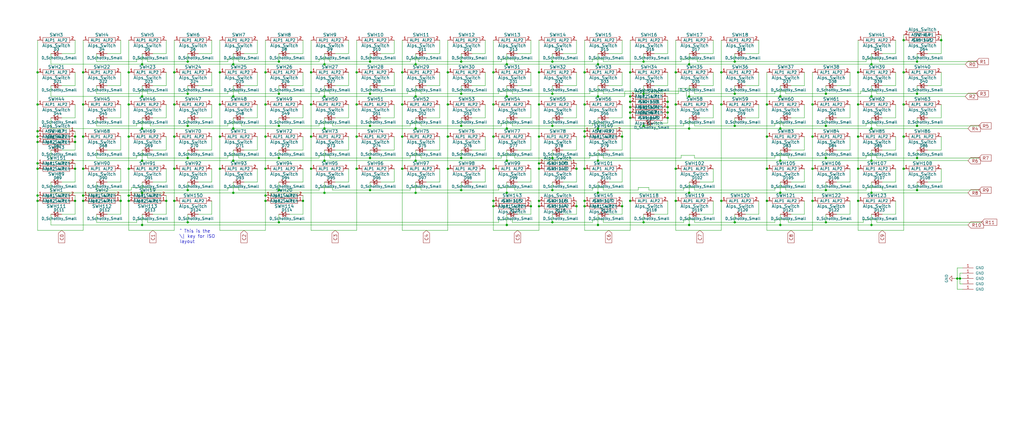
<source format=kicad_sch>
(kicad_sch (version 20221206) (generator eeschema)
  (paper "User" 484.988 200)
  (junction (at 110.49 45.72))
  (junction (at 196.85 30.48))
  (junction (at 233.68 34.29))
  (junction (at 104.14 49.53))
  (junction (at 384.81 49.53))
  (junction (at 88.9 59.69))
  (junction (at 35.56 67.31))
  (junction (at 104.14 80.01))
  (junction (at 132.08 90.17))
  (junction (at 60.96 34.29))
  (junction (at 240.03 106.68))
  (junction (at 173.355 239.395))
  (junction (at 43.18 311.785))
  (junction (at 110.49 76.2))
  (junction (at 406.4 80.01))
  (junction (at 363.22 49.53))
  (junction (at 147.32 64.77))
  (junction (at 125.73 92.71))
  (junction (at 88.9 44.45))
  (junction (at 17.78 64.77))
  (junction (at 110.49 91.44))
  (junction (at 173.355 247.015))
  (junction (at 17.78 49.53))
  (junction (at -2.54 396.24))
  (junction (at 233.68 95.25))
  (junction (at 363.22 64.77))
  (junction (at 369.57 60.96))
  (junction (at 283.21 45.72))
  (junction (at 363.22 80.01))
  (junction (at 35.56 80.01))
  (junction (at 262.89 242.57))
  (junction (at 190.5 64.77))
  (junction (at 193.04 269.875))
  (junction (at 196.85 76.2))
  (junction (at 60.96 92.71))
  (junction (at 60.96 95.25))
  (junction (at 17.78 77.47))
  (junction (at 132.08 59.69))
  (junction (at 17.78 34.29))
  (junction (at 37.465 236.855))
  (junction (at 412.75 76.2))
  (junction (at 190.5 80.01))
  (junction (at 283.21 106.68))
  (junction (at 218.44 29.21))
  (junction (at 434.34 74.93))
  (junction (at 276.86 62.23))
  (junction (at 67.31 76.2))
  (junction (at 316.23 48.26))
  (junction (at 175.26 90.17))
  (junction (at 412.75 91.44))
  (junction (at 304.8 44.45))
  (junction (at 197.485 247.015))
  (junction (at 326.39 60.96))
  (junction (at 384.81 64.77))
  (junction (at 347.98 29.21))
  (junction (at 218.44 59.69))
  (junction (at 233.68 64.77))
  (junction (at 298.45 50.8))
  (junction (at 412.75 45.72))
  (junction (at 212.09 34.29))
  (junction (at 406.4 95.25))
  (junction (at 283.21 30.48))
  (junction (at 233.68 49.53))
  (junction (at 82.55 64.77))
  (junction (at 320.04 80.01))
  (junction (at 283.21 76.2))
  (junction (at 273.05 97.79))
  (junction (at 298.45 95.25))
  (junction (at 125.73 64.77))
  (junction (at 453.39 132.08))
  (junction (at 125.73 95.25))
  (junction (at 147.32 49.53))
  (junction (at 233.68 80.01))
  (junction (at 391.16 44.45))
  (junction (at 316.23 55.88))
  (junction (at 17.78 80.01))
  (junction (at 347.98 105.41))
  (junction (at 298.45 45.72))
  (junction (at 212.09 80.01))
  (junction (at 287.655 328.295))
  (junction (at 153.67 30.48))
  (junction (at 221.615 239.395))
  (junction (at 298.45 48.26))
  (junction (at 276.86 97.79))
  (junction (at 427.99 19.05))
  (junction (at 48.895 271.78))
  (junction (at 62.23 284.48))
  (junction (at 427.99 34.29))
  (junction (at 88.9 29.21))
  (junction (at 326.39 30.48))
  (junction (at 445.77 19.05))
  (junction (at 427.99 64.77))
  (junction (at 146.05 378.46))
  (junction (at 412.75 60.96))
  (junction (at 168.91 34.29))
  (junction (at 255.27 77.47))
  (junction (at 57.15 95.25))
  (junction (at 412.75 30.48))
  (junction (at 233.68 97.79))
  (junction (at 384.81 80.01))
  (junction (at 87.63 294.005))
  (junction (at 427.99 49.53))
  (junction (at 218.44 44.45))
  (junction (at 391.16 59.69))
  (junction (at 148.59 281.94))
  (junction (at 369.57 106.68))
  (junction (at 261.62 90.17))
  (junction (at 88.9 105.41))
  (junction (at 147.32 80.01))
  (junction (at 261.62 105.41))
  (junction (at 67.31 30.48))
  (junction (at 298.45 55.88))
  (junction (at 193.04 267.335))
  (junction (at 209.55 239.395))
  (junction (at 17.78 95.25))
  (junction (at 384.81 95.25))
  (junction (at 240.03 91.44))
  (junction (at 110.49 60.96))
  (junction (at 251.46 97.79))
  (junction (at 196.85 91.44))
  (junction (at 205.105 275.59))
  (junction (at 146.05 281.94))
  (junction (at 406.4 49.53))
  (junction (at 326.39 91.44))
  (junction (at 60.96 49.53))
  (junction (at 276.86 95.25))
  (junction (at 194.945 398.145))
  (junction (at 35.56 95.25))
  (junction (at 175.26 44.45))
  (junction (at 240.03 76.2))
  (junction (at 255.27 80.01))
  (junction (at 143.51 378.46))
  (junction (at 67.31 60.96))
  (junction (at 148.59 378.46))
  (junction (at 316.23 50.8))
  (junction (at 255.27 95.25))
  (junction (at 298.45 34.29))
  (junction (at 212.09 49.53))
  (junction (at 67.31 106.68))
  (junction (at 39.37 64.77))
  (junction (at 262.255 396.875))
  (junction (at 153.67 45.72))
  (junction (at 153.67 60.96))
  (junction (at 412.75 106.68))
  (junction (at 369.57 76.2))
  (junction (at 434.34 44.45))
  (junction (at 304.8 59.69))
  (junction (at 221.615 247.015))
  (junction (at 391.16 105.41))
  (junction (at 294.64 97.79))
  (junction (at 363.22 95.25))
  (junction (at 143.51 95.25))
  (junction (at 132.08 74.93))
  (junction (at 180.34 342.9))
  (junction (at 153.67 76.2))
  (junction (at 262.89 234.95))
  (junction (at 39.37 95.25))
  (junction (at 88.9 90.17))
  (junction (at 67.31 45.72))
  (junction (at 391.16 74.93))
  (junction (at 218.44 90.17))
  (junction (at 132.08 105.41))
  (junction (at 143.51 281.94))
  (junction (at 104.14 64.77))
  (junction (at 104.14 34.29))
  (junction (at 326.39 106.68))
  (junction (at 190.5 49.53))
  (junction (at 88.9 74.93))
  (junction (at 17.78 67.31))
  (junction (at 60.96 80.01))
  (junction (at 175.26 59.69))
  (junction (at 175.26 29.21))
  (junction (at 209.55 247.015))
  (junction (at 320.04 95.25))
  (junction (at 110.49 30.48))
  (junction (at 434.34 59.69))
  (junction (at -2.54 400.05))
  (junction (at 168.91 49.53))
  (junction (at 67.31 91.44))
  (junction (at 276.86 49.53))
  (junction (at 261.62 29.21))
  (junction (at 255.27 64.77))
  (junction (at 88.9 327.66))
  (junction (at 252.095 328.295))
  (junction (at 125.73 34.29))
  (junction (at 185.42 247.015))
  (junction (at 391.16 90.17))
  (junction (at 341.63 49.53))
  (junction (at 218.44 74.93))
  (junction (at 132.08 44.45))
  (junction (at 125.73 80.01))
  (junction (at 168.91 80.01))
  (junction (at 255.27 34.29))
  (junction (at 37.465 245.745))
  (junction (at 341.63 95.25))
  (junction (at 125.73 49.53))
  (junction (at 255.27 97.79))
  (junction (at 185.42 239.395))
  (junction (at 326.39 45.72))
  (junction (at 45.085 236.855))
  (junction (at 427.99 80.01))
  (junction (at 39.37 80.01))
  (junction (at 261.62 44.45))
  (junction (at 82.55 34.29))
  (junction (at 347.98 44.45))
  (junction (at 39.37 92.71))
  (junction (at 240.03 30.48))
  (junction (at 320.04 49.53))
  (junction (at 276.86 80.01))
  (junction (at 341.63 34.29))
  (junction (at 347.98 59.69))
  (junction (at 406.4 64.77))
  (junction (at 140.97 281.94))
  (junction (at 39.37 34.29))
  (junction (at 196.85 60.96))
  (junction (at 283.21 60.96))
  (junction (at 88.9 313.69))
  (junction (at 35.56 64.77))
  (junction (at 197.485 239.395))
  (junction (at 454.66 132.08))
  (junction (at 17.78 62.23))
  (junction (at 276.86 34.29))
  (junction (at 196.85 45.72))
  (junction (at 168.91 64.77))
  (junction (at 255.27 49.53))
  (junction (at 434.34 29.21))
  (junction (at 320.04 34.29))
  (junction (at 73.025 236.855))
  (junction (at 99.06 294.005))
  (junction (at 273.685 234.95))
  (junction (at 283.21 91.44))
  (junction (at 99.06 302.895))
  (junction (at 240.03 60.96))
  (junction (at 78.74 95.25))
  (junction (at 369.57 91.44))
  (junction (at 369.57 45.72))
  (junction (at 304.8 105.41))
  (junction (at 298.45 53.34))
  (junction (at 294.64 64.77))
  (junction (at 147.32 34.29))
  (junction (at 46.99 328.295))
  (junction (at 304.8 29.21))
  (junction (at 273.05 80.01))
  (junction (at 316.23 53.34))
  (junction (at 82.55 95.25))
  (junction (at 175.26 74.93))
  (junction (at 261.62 59.69))
  (junction (at 190.5 34.29))
  (junction (at 252.095 320.675))
  (junction (at 212.09 64.77))
  (junction (at 261.62 74.93))
  (junction (at 153.67 91.44))
  (junction (at 132.08 29.21))
  (junction (at 216.535 328.295))
  (junction (at 17.78 92.71))
  (junction (at 240.03 45.72))
  (junction (at 68.58 327.66))
  (junction (at 434.34 90.17))
  (junction (at 60.96 64.77))
  (junction (at 276.86 64.77))
  (junction (at 39.37 49.53))
  (junction (at -2.54 403.86))
  (junction (at 82.55 49.53))
  (junction (at 82.55 80.01))
  (junction (at 406.4 34.29))
  (no_connect (at 127 332.74))
  (no_connect (at 128.27 370.84))
  (no_connect (at 53.34 315.595))
  (no_connect (at 127 327.66))
  (no_connect (at 165.1 350.52))
  (no_connect (at 128.27 363.22))
  (no_connect (at 127 335.28))
  (no_connect (at 184.15 317.5))
  (no_connect (at 127 337.82))
  (no_connect (at 58.42 328.295))
  (no_connect (at 165.1 314.96))
  (wire (pts (xy 236.22 88.9) (xy 243.84 88.9)))
  (wire (pts (xy 151.13 43.18) (xy 156.21 43.18)))
  (wire (pts (xy 78.74 40.64) (xy 78.74 34.29)))
  (wire (pts (xy 294.64 101.6) (xy 288.29 101.6)))
  (wire (pts (xy 439.42 40.64) (xy 445.77 40.64)))
  (wire (pts (xy 412.75 25.4) (xy 412.75 30.48)))
  (wire (pts (xy 323.85 104.14) (xy 323.85 105.41)))
  (wire (pts (xy 163.83 370.84) (xy 165.1 370.84)))
  (wire (pts (xy 243.205 407.035) (xy 248.285 407.035)))
  (wire (pts (xy 132.08 29.21) (xy 113.03 29.21)))
  (wire (pts (xy 60.96 49.53) (xy 60.96 64.77)))
  (wire (pts (xy 251.46 55.88) (xy 251.46 49.53)))
  (wire (pts (xy 88.9 101.6) (xy 88.9 105.41)))
  (wire (pts (xy 163.83 365.76) (xy 165.1 365.76)))
  (wire (pts (xy 143.51 281.94) (xy 143.51 287.02)))
  (wire (pts (xy 113.03 90.17) (xy 113.03 88.9)))
  (wire (pts (xy 147.32 34.29) (xy 147.32 49.53)))
  (wire (pts (xy 367.03 73.66) (xy 367.03 74.93)))
  (wire (pts (xy 233.68 109.22) (xy 255.27 109.22)))
  (wire (pts (xy 295.91 45.72) (xy 295.91 43.18)))
  (wire (pts (xy 211.455 370.205) (xy 211.455 366.395)))
  (wire (pts (xy 262.255 393.065) (xy 262.255 396.875)))
  (wire (pts (xy 276.86 49.53) (xy 276.86 62.23)))
  (wire (pts (xy 175.26 59.69) (xy 175.26 55.88)))
  (wire (pts (xy 373.38 73.66) (xy 367.03 73.66)))
  (wire (pts (xy 43.18 328.295) (xy 46.99 328.295)))
  (wire (pts (xy 322.58 27.94) (xy 322.58 29.21)))
  (wire (pts (xy 321.31 44.45) (xy 304.8 44.45)))
  (wire (pts (xy 316.23 48.26) (xy 316.23 50.8)))
  (wire (pts (xy 302.26 88.9) (xy 307.34 88.9)))
  (wire (pts (xy 163.83 340.36) (xy 165.1 340.36)))
  (wire (pts (xy 88.9 59.69) (xy 88.9 55.88)))
  (wire (pts (xy 110.49 76.2) (xy 153.67 76.2)))
  (wire (pts (xy 434.34 90.17) (xy 434.34 86.36)))
  (wire (pts (xy 298.45 50.8) (xy 298.45 48.26)))
  (wire (pts (xy 151.13 27.94) (xy 151.13 29.21)))
  (wire (pts (xy 64.77 73.66) (xy 69.85 73.66)))
  (wire (pts (xy 276.86 19.05) (xy 276.86 34.29)))
  (wire (pts (xy 66.04 44.45) (xy 66.04 43.18)))
  (wire (pts (xy 218.44 44.45) (xy 218.44 40.64)))
  (wire (pts (xy 410.21 88.9) (xy 417.83 88.9)))
  (wire (pts (xy 69.85 104.14) (xy 69.85 105.41)))
  (wire (pts (xy 132.08 59.69) (xy 114.3 59.69)))
  (wire (pts (xy 417.83 86.36) (xy 424.18 86.36)))
  (wire (pts (xy 285.75 44.45) (xy 285.75 43.18)))
  (wire (pts (xy 233.68 64.77) (xy 233.68 80.01)))
  (wire (pts (xy 396.24 55.88) (xy 402.59 55.88)))
  (wire (pts (xy 266.7 55.88) (xy 273.05 55.88)))
  (wire (pts (xy 31.115 236.855) (xy 37.465 236.855)))
  (wire (pts (xy 223.52 71.12) (xy 229.87 71.12)))
  (wire (pts (xy 277.495 351.155) (xy 277.495 357.505)))
  (wire (pts (xy 205.105 275.59) (xy 205.105 274.955)))
  (wire (pts (xy 147.32 109.22) (xy 168.91 109.22)))
  (wire (pts (xy 153.67 45.72) (xy 196.85 45.72)))
  (wire (pts (xy 127 353.06) (xy 128.27 353.06)))
  (wire (pts (xy 151.13 44.45) (xy 151.13 43.18)))
  (wire (pts (xy 67.31 30.48) (xy 110.49 30.48)))
  (wire (pts (xy 107.95 43.18) (xy 113.03 43.18)))
  (wire (pts (xy 127 350.52) (xy 128.27 350.52)))
  (wire (pts (xy -16.51 403.86) (xy -15.24 403.86)))
  (wire (pts (xy 328.93 73.66) (xy 322.58 73.66)))
  (wire (pts (xy 186.69 19.05) (xy 186.69 25.4)))
  (wire (pts (xy 43.18 297.18) (xy 44.45 297.18)))
  (wire (pts (xy 73.66 294.005) (xy 73.66 289.56)))
  (wire (pts (xy 71.12 59.69) (xy 71.12 58.42)))
  (wire (pts (xy 455.93 129.54) (xy 454.66 129.54)))
  (wire (pts (xy 304.8 105.41) (xy 285.75 105.41)))
  (wire (pts (xy 156.21 43.18) (xy 156.21 44.45)))
  (wire (pts (xy 326.39 55.88) (xy 326.39 60.96)))
  (wire (pts (xy 35.56 95.25) (xy 35.56 101.6)))
  (wire (pts (xy 69.85 29.21) (xy 88.9 29.21)))
  (wire (pts (xy 194.945 412.115) (xy 187.325 412.115)))
  (wire (pts (xy 243.84 29.21) (xy 243.84 27.94)))
  (wire (pts (xy 369.57 40.64) (xy 369.57 45.72)))
  (wire (pts (xy 88.9 90.17) (xy 88.9 86.36)))
  (wire (pts (xy 372.11 44.45) (xy 372.11 43.18)))
  (wire (pts (xy 70.485 236.855) (xy 73.025 236.855)))
  (wire (pts (xy 273.05 86.36) (xy 266.7 86.36)))
  (wire (pts (xy 230.505 396.875) (xy 262.255 396.875)))
  (wire (pts (xy 280.67 58.42) (xy 285.75 58.42)))
  (wire (pts (xy -2.54 407.67) (xy -2.54 403.86)))
  (wire (pts (xy 71.12 88.9) (xy 62.23 88.9)))
  (wire (pts (xy 88.9 313.69) (xy 88.9 316.23)))
  (wire (pts (xy 285.75 29.21) (xy 285.75 27.94)))
  (wire (pts (xy 396.24 86.36) (xy 402.59 86.36)))
  (wire (pts (xy 261.62 105.41) (xy 242.57 105.41)))
  (wire (pts (xy 453.39 137.16) (xy 455.93 137.16)))
  (wire (pts (xy 412.75 106.68) (xy 458.47 106.68)))
  (wire (pts (xy 157.48 90.17) (xy 157.48 88.9)))
  (wire (pts (xy 252.095 320.675) (xy 252.095 328.295)))
  (wire (pts (xy 60.96 80.01) (xy 60.96 92.71)))
  (wire (pts (xy 88.9 313.69) (xy 114.3 313.69)))
  (wire (pts (xy 316.23 95.25) (xy 316.23 101.6)))
  (wire (pts (xy 196.85 40.64) (xy 196.85 45.72)))
  (wire (pts (xy 262.255 396.875) (xy 272.415 396.875)))
  (wire (pts (xy 125.73 109.22) (xy 125.73 95.25)))
  (wire (pts (xy 110.49 55.88) (xy 110.49 60.96)))
  (wire (pts (xy 407.67 43.18) (xy 407.67 44.45)))
  (wire (pts (xy 100.33 19.05) (xy 100.33 25.4)))
  (wire (pts (xy 168.91 109.22) (xy 168.91 80.01)))
  (wire (pts (xy 71.12 58.42) (xy 64.77 58.42)))
  (wire (pts (xy 165.1 325.12) (xy 163.83 325.12)))
  (wire (pts (xy 272.415 408.305) (xy 272.415 414.655)))
  (wire (pts (xy 287.655 320.675) (xy 287.655 328.295)))
  (wire (pts (xy 127 332.74) (xy 128.27 332.74)))
  (wire (pts (xy 151.13 375.92) (xy 151.13 378.46)))
  (wire (pts (xy 157.48 59.69) (xy 157.48 58.42)))
  (wire (pts (xy 207.645 294.005) (xy 211.455 294.005)))
  (wire (pts (xy 316.23 55.88) (xy 316.23 58.42)))
  (wire (pts (xy 434.34 44.45) (xy 434.34 40.64)))
  (wire (pts (xy 212.09 49.53) (xy 212.09 34.29)))
  (wire (pts (xy 407.67 44.45) (xy 391.16 44.45)))
  (wire (pts (xy 330.2 27.94) (xy 322.58 27.94)))
  (wire (pts (xy 69.85 73.66) (xy 69.85 74.93)))
  (wire (pts (xy 328.93 58.42) (xy 328.93 59.69)))
  (wire (pts (xy 45.72 44.45) (xy 45.72 40.64)))
  (wire (pts (xy 218.44 74.93) (xy 199.39 74.93)))
  (wire (pts (xy -2.54 393.7) (xy -2.54 396.24)))
  (wire (pts (xy 287.655 351.155) (xy 287.655 346.075)))
  (wire (pts (xy 39.37 109.22) (xy 39.37 95.25)))
  (wire (pts (xy 294.64 71.12) (xy 288.29 71.12)))
  (wire (pts (xy 199.39 43.18) (xy 193.04 43.18)))
  (wire (pts (xy 165.1 358.14) (xy 163.83 358.14)))
  (wire (pts (xy 127 335.28) (xy 128.27 335.28)))
  (wire (pts (xy 24.13 45.72) (xy 67.31 45.72)))
  (wire (pts (xy 140.97 281.94) (xy 140.97 287.02)))
  (wire (pts (xy 87.63 294.005) (xy 99.06 294.005)))
  (wire (pts (xy 406.4 95.25) (xy 406.4 109.22)))
  (wire (pts (xy 100.33 55.88) (xy 100.33 49.53)))
  (wire (pts (xy 316.23 53.34) (xy 316.23 55.88)))
  (wire (pts (xy 121.92 40.64) (xy 121.92 34.29)))
  (wire (pts (xy 434.34 29.21) (xy 462.28 29.21)))
  (wire (pts (xy 304.8 59.69) (xy 323.85 59.69)))
  (wire (pts (xy 17.78 67.31) (xy 17.78 77.47)))
  (wire (pts (xy 223.52 55.88) (xy 229.87 55.88)))
  (wire (pts (xy 82.55 80.01) (xy 82.55 64.77)))
  (wire (pts (xy 240.03 25.4) (xy 240.03 30.48)))
  (wire (pts (xy 87.63 302.895) (xy 99.06 302.895)))
  (wire (pts (xy 88.9 327.66) (xy 107.95 327.66)))
  (wire (pts (xy -16.51 396.24) (xy -15.24 396.24)))
  (wire (pts (xy 110.49 30.48) (xy 153.67 30.48)))
  (wire (pts (xy 143.51 101.6) (xy 137.16 101.6)))
  (wire (pts (xy 325.12 43.18) (xy 325.12 45.72)))
  (wire (pts (xy 60.96 95.25) (xy 60.96 109.22)))
  (wire (pts (xy 294.64 62.23) (xy 294.64 64.77)))
  (wire (pts (xy 216.535 328.295) (xy 216.535 340.995)))
  (wire (pts (xy 209.55 239.395) (xy 197.485 239.395)))
  (wire (pts (xy 163.83 360.68) (xy 165.1 360.68)))
  (wire (pts (xy 410.21 27.94) (xy 416.56 27.94)))
  (wire (pts (xy 107.95 27.94) (xy 107.95 29.21)))
  (wire (pts (xy 452.12 132.08) (xy 453.39 132.08)))
  (wire (pts (xy 163.83 342.9) (xy 180.34 342.9)))
  (wire (pts (xy 323.85 105.41) (xy 304.8 105.41)))
  (wire (pts (xy 243.84 73.66) (xy 237.49 73.66)))
  (wire (pts (xy 255.27 64.77) (xy 255.27 49.53)))
  (wire (pts (xy 242.57 59.69) (xy 261.62 59.69)))
  (wire (pts (xy 57.15 25.4) (xy 50.8 25.4)))
  (wire (pts (xy 255.27 80.01) (xy 255.27 95.25)))
  (wire (pts (xy 316.23 58.42) (xy 309.88 58.42)))
  (wire (pts (xy 64.77 27.94) (xy 69.85 27.94)))
  (wire (pts (xy 121.92 25.4) (xy 115.57 25.4)))
  (wire (pts (xy 391.16 44.45) (xy 391.16 40.64)))
  (wire (pts (xy 276.86 95.25) (xy 276.86 97.79)))
  (wire (pts (xy 201.93 71.12) (xy 208.28 71.12)))
  (wire (pts (xy 434.34 59.69) (xy 463.55 59.69)))
  (wire (pts (xy 99.06 293.37) (xy 99.06 294.005)))
  (wire (pts (xy 132.08 44.45) (xy 132.08 40.64)))
  (wire (pts (xy 325.12 45.72) (xy 326.39 45.72)))
  (wire (pts (xy 199.39 88.9) (xy 199.39 90.17)))
  (wire (pts (xy 218.44 29.21) (xy 218.44 25.4)))
  (wire (pts (xy 237.49 58.42) (xy 242.57 58.42)))
  (wire (pts (xy 221.615 247.015) (xy 209.55 247.015)))
  (wire (pts (xy 363.22 80.01) (xy 363.22 95.25)))
  (wire (pts (xy 287.655 328.295) (xy 287.655 340.995)))
  (wire (pts (xy 39.37 34.29) (xy 39.37 19.05)))
  (wire (pts (xy 68.58 313.69) (xy 68.58 327.66)))
  (wire (pts (xy 410.21 59.69) (xy 410.21 58.42)))
  (wire (pts (xy 326.39 45.72) (xy 369.57 45.72)))
  (wire (pts (xy 330.2 29.21) (xy 330.2 27.94)))
  (wire (pts (xy 151.13 90.17) (xy 132.08 90.17)))
  (wire (pts (xy 127 347.98) (xy 128.27 347.98)))
  (wire (pts (xy 372.11 90.17) (xy 391.16 90.17)))
  (wire (pts (xy 190.5 64.77) (xy 190.5 80.01)))
  (wire (pts (xy 347.98 29.21) (xy 347.98 25.4)))
  (wire (pts (xy 283.21 30.48) (xy 326.39 30.48)))
  (wire (pts (xy 39.37 80.01) (xy 39.37 64.77)))
  (wire (pts (xy 132.08 105.41) (xy 236.22 105.41)))
  (wire (pts (xy 35.56 67.31) (xy 35.56 71.12)))
  (wire (pts (xy 60.96 19.05) (xy 60.96 34.29)))
  (wire (pts (xy 153.67 55.88) (xy 153.67 60.96)))
  (wire (pts (xy 236.22 104.14) (xy 236.22 105.41)))
  (wire (pts (xy 128.27 300.99) (xy 128.27 302.26)))
  (wire (pts (xy 139.7 278.765) (xy 139.7 281.94)))
  (wire (pts (xy 50.8 55.88) (xy 57.15 55.88)))
  (wire (pts (xy 207.645 288.925) (xy 211.455 288.925)))
  (wire (pts (xy 199.39 58.42) (xy 199.39 59.69)))
  (wire (pts (xy 208.28 86.36) (xy 208.28 80.01)))
  (wire (pts (xy 153.67 76.2) (xy 196.85 76.2)))
  (wire (pts (xy 107.95 58.42) (xy 107.95 59.69)))
  (wire (pts (xy 115.57 40.64) (xy 121.92 40.64)))
  (wire (pts (xy 369.57 86.36) (xy 369.57 91.44)))
  (wire (pts (xy 261.62 90.17) (xy 280.67 90.17)))
  (wire (pts (xy 298.45 34.29) (xy 298.45 19.05)))
  (wire (pts (xy 165.1 40.64) (xy 165.1 34.29)))
  (wire (pts (xy 190.5 34.29) (xy 190.5 49.53)))
  (wire (pts (xy 391.16 59.69) (xy 410.21 59.69)))
  (wire (pts (xy 60.96 64.77) (xy 60.96 80.01)))
  (wire (pts (xy 165.1 330.2) (xy 163.83 330.2)))
  (wire (pts (xy 304.8 29.21) (xy 285.75 29.21)))
  (wire (pts (xy 326.39 101.6) (xy 326.39 106.68)))
  (wire (pts (xy 381 95.25) (xy 381 101.6)))
  (wire (pts (xy 402.59 55.88) (xy 402.59 49.53)))
  (wire (pts (xy 64.77 29.21) (xy 64.77 27.94)))
  (wire (pts (xy 285.75 27.94) (xy 280.67 27.94)))
  (wire (pts (xy 194.31 59.69) (xy 194.31 58.42)))
  (wire (pts (xy 67.31 106.68) (xy 240.03 106.68)))
  (wire (pts (xy 434.34 74.93) (xy 463.55 74.93)))
  (wire (pts (xy 406.4 109.22) (xy 427.99 109.22)))
  (wire (pts (xy 180.34 40.64) (xy 186.69 40.64)))
  (wire (pts (xy 212.09 109.22) (xy 212.09 80.01)))
  (wire (pts (xy 218.44 74.93) (xy 218.44 71.12)))
  (wire (pts (xy 331.47 40.64) (xy 337.82 40.64)))
  (wire (pts (xy 151.13 59.69) (xy 132.08 59.69)))
  (wire (pts (xy 64.77 58.42) (xy 64.77 59.69)))
  (wire (pts (xy 384.81 109.22) (xy 384.81 95.25)))
  (wire (pts (xy 113.03 44.45) (xy 132.08 44.45)))
  (wire (pts (xy 273.05 97.79) (xy 273.05 101.6)))
  (wire (pts (xy 384.81 95.25) (xy 384.81 80.01)))
  (wire (pts (xy 328.93 74.93) (xy 367.03 74.93)))
  (wire (pts (xy 320.04 95.25) (xy 320.04 109.22)))
  (wire (pts (xy 369.57 106.68) (xy 412.75 106.68)))
  (wire (pts (xy 175.26 44.45) (xy 175.26 40.64)))
  (wire (pts (xy 199.39 74.93) (xy 199.39 73.66)))
  (wire (pts (xy 92.075 231.775) (xy 98.425 231.775)))
  (wire (pts (xy 316.23 50.8) (xy 316.23 53.34)))
  (wire (pts (xy 337.82 86.36) (xy 337.82 80.01)))
  (wire (pts (xy 396.24 40.64) (xy 402.59 40.64)))
  (wire (pts (xy 304.8 59.69) (xy 304.8 58.42)))
  (wire (pts (xy 252.095 346.075) (xy 241.935 346.075)))
  (wire (pts (xy 326.39 86.36) (xy 326.39 91.44)))
  (wire (pts (xy 17.78 109.22) (xy 39.37 109.22)))
  (wire (pts (xy 87.63 295.275) (xy 87.63 294.005)))
  (wire (pts (xy 412.75 45.72) (xy 457.2 45.72)))
  (wire (pts (xy 294.64 86.36) (xy 294.64 80.01)))
  (wire (pts (xy 373.38 74.93) (xy 373.38 73.66)))
  (wire (pts (xy 236.22 90.17) (xy 236.22 88.9)))
  (wire (pts (xy 39.37 49.53) (xy 39.37 34.29)))
  (wire (pts (xy 68.58 327.66) (xy 68.58 332.74)))
  (wire (pts (xy 199.39 59.69) (xy 218.44 59.69)))
  (wire (pts (xy 69.85 74.93) (xy 88.9 74.93)))
  (wire (pts (xy 277.495 234.95) (xy 277.495 230.505)))
  (wire (pts (xy 261.62 29.21) (xy 261.62 25.4)))
  (wire (pts (xy 326.39 106.68) (xy 369.57 106.68)))
  (wire (pts (xy 453.39 132.08) (xy 453.39 137.16)))
  (wire (pts (xy 326.39 25.4) (xy 326.39 30.48)))
  (wire (pts (xy 374.65 40.64) (xy 381 40.64)))
  (wire (pts (xy 125.73 64.77) (xy 125.73 49.53)))
  (wire (pts (xy 374.65 71.12) (xy 381 71.12)))
  (wire (pts (xy 190.5 19.05) (xy 190.5 34.29)))
  (wire (pts (xy 62.23 88.9) (xy 62.23 90.17)))
  (wire (pts (xy 186.69 71.12) (xy 186.69 64.77)))
  (wire (pts (xy 93.98 40.64) (xy 100.33 40.64)))
  (wire (pts (xy 148.59 281.94) (xy 151.13 281.94)))
  (wire (pts (xy 277.495 346.075) (xy 277.495 340.995)))
  (wire (pts (xy 127 342.9) (xy 128.27 342.9)))
  (wire (pts (xy 48.895 291.465) (xy 48.895 271.78)))
  (wire (pts (xy 64.77 59.69) (xy 45.72 59.69)))
  (wire (pts (xy 168.91 49.53) (xy 168.91 34.29)))
  (wire (pts (xy 48.895 271.145) (xy 48.895 271.78)))
  (wire (pts (xy 17.78 34.29) (xy 17.78 49.53)))
  (wire (pts (xy 121.92 55.88) (xy 121.92 49.53)))
  (wire (pts (xy 218.44 90.17) (xy 218.44 86.36)))
  (wire (pts (xy 272.415 396.875) (xy 272.415 403.225)))
  (wire (pts (xy 127 327.66) (xy 128.27 327.66)))
  (wire (pts (xy 186.69 55.88) (xy 186.69 49.53)))
  (wire (pts (xy 454.66 132.08) (xy 455.93 132.08)))
  (wire (pts (xy 316.23 19.05) (xy 316.23 25.4)))
  (wire (pts (xy 417.83 88.9) (xy 417.83 90.17)))
  (wire (pts (xy 125.73 95.25) (xy 125.73 92.71)))
  (wire (pts (xy 143.51 92.71) (xy 143.51 95.25)))
  (wire (pts (xy 185.42 239.395) (xy 173.355 239.395)))
  (wire (pts (xy 168.91 80.01) (xy 168.91 64.77)))
  (wire (pts (xy 163.83 312.42) (xy 165.1 312.42)))
  (wire (pts (xy 57.15 95.25) (xy 57.15 101.6)))
  (wire (pts (xy 283.21 40.64) (xy 283.21 45.72)))
  (wire (pts (xy 320.04 49.53) (xy 320.04 80.01)))
  (wire (pts (xy 35.56 101.6) (xy 29.21 101.6)))
  (wire (pts (xy -16.51 420.37) (xy -15.24 420.37)))
  (wire (pts (xy 196.85 25.4) (xy 196.85 30.48)))
  (wire (pts (xy 323.85 58.42) (xy 328.93 58.42)))
  (wire (pts (xy 288.29 40.64) (xy 294.64 40.64)))
  (wire (pts (xy 45.72 29.21) (xy 45.72 25.4)))
  (wire (pts (xy 298.45 109.22) (xy 298.45 95.25)))
  (wire (pts (xy 304.8 44.45) (xy 304.8 40.64)))
  (wire (pts (xy 45.72 74.93) (xy 64.77 74.93)))
  (wire (pts (xy 279.4 43.18) (xy 279.4 44.45)))
  (wire (pts (xy 196.85 60.96) (xy 240.03 60.96)))
  (wire (pts (xy 216.535 351.155) (xy 210.185 351.155)))
  (wire (pts (xy 196.85 45.72) (xy 240.03 45.72)))
  (wire (pts (xy 157.48 58.42) (xy 151.13 58.42)))
  (wire (pts (xy 273.05 95.25) (xy 273.05 97.79)))
  (wire (pts (xy 196.85 30.48) (xy 240.03 30.48)))
  (wire (pts (xy 139.7 281.94) (xy 140.97 281.94)))
  (wire (pts (xy 285.75 74.93) (xy 285.75 73.66)))
  (wire (pts (xy 24.13 86.36) (xy 24.13 91.44)))
  (wire (pts (xy 163.83 314.96) (xy 165.1 314.96)))
  (wire (pts (xy 464.82 105.41) (xy 415.29 105.41)))
  (wire (pts (xy 53.34 328.295) (xy 46.99 328.295)))
  (wire (pts (xy 326.39 60.96) (xy 369.57 60.96)))
  (wire (pts (xy 255.27 77.47) (xy 255.27 64.77)))
  (wire (pts (xy 52.07 302.26) (xy 52.07 304.165)))
  (wire (pts (xy 186.69 25.4) (xy 180.34 25.4)))
  (wire (pts (xy 35.56 19.05) (xy 35.56 25.4)))
  (wire (pts (xy 262.89 234.95) (xy 273.685 234.95)))
  (wire (pts (xy 415.29 105.41) (xy 415.29 104.14)))
  (wire (pts (xy 434.34 90.17) (xy 463.55 90.17)))
  (wire (pts (xy -7.62 396.24) (xy -2.54 396.24)))
  (wire (pts (xy 347.98 59.69) (xy 347.98 55.88)))
  (wire (pts (xy 439.42 86.36) (xy 445.77 86.36)))
  (wire (pts (xy 434.34 44.45) (xy 462.28 44.45)))
  (wire (pts (xy 20.32 236.855) (xy 23.495 236.855)))
  (wire (pts (xy 132.08 44.45) (xy 151.13 44.45)))
  (wire (pts (xy 88.9 74.93) (xy 88.9 71.12)))
  (wire (pts (xy 280.67 88.9) (xy 285.75 88.9)))
  (wire (pts (xy 153.67 30.48) (xy 196.85 30.48)))
  (wire (pts (xy 121.92 19.05) (xy 121.92 25.4)))
  (wire (pts (xy 396.24 101.6) (xy 402.59 101.6)))
  (wire (pts (xy 424.18 101.6) (xy 424.18 95.25)))
  (wire (pts (xy 132.08 74.93) (xy 132.08 71.12)))
  (wire (pts (xy 163.83 345.44) (xy 165.1 345.44)))
  (wire (pts (xy 163.83 347.98) (xy 165.1 347.98)))
  (wire (pts (xy 384.81 64.77) (xy 384.81 49.53)))
  (wire (pts (xy 252.095 320.675) (xy 287.655 320.675)))
  (wire (pts (xy 67.31 86.36) (xy 67.31 91.44)))
  (wire (pts (xy 194.945 396.875) (xy 194.945 398.145)))
  (wire (pts (xy 39.37 92.71) (xy 39.37 80.01)))
  (wire (pts (xy 236.22 44.45) (xy 218.44 44.45)))
  (wire (pts (xy 113.03 74.93) (xy 132.08 74.93)))
  (wire (pts (xy 127 337.82) (xy 128.27 337.82)))
  (wire (pts (xy 107.95 44.45) (xy 107.95 43.18)))
  (wire (pts (xy 212.09 34.29) (xy 212.09 19.05)))
  (wire (pts (xy 67.31 60.96) (xy 110.49 60.96)))
  (wire (pts (xy 165.1 25.4) (xy 158.75 25.4)))
  (wire (pts (xy 237.49 29.21) (xy 218.44 29.21)))
  (wire (pts (xy 24.13 106.68) (xy 67.31 106.68)))
  (wire (pts (xy 240.03 40.64) (xy 240.03 45.72)))
  (wire (pts (xy 233.68 97.79) (xy 233.68 109.22)))
  (wire (pts (xy 240.03 71.12) (xy 240.03 76.2)))
  (wire (pts (xy 165.1 71.12) (xy 165.1 64.77)))
  (wire (pts (xy 127 340.36) (xy 128.27 340.36)))
  (wire (pts (xy 147.32 19.05) (xy 147.32 34.29)))
  (wire (pts (xy 17.78 80.01) (xy 17.78 92.71)))
  (wire (pts (xy 285.75 88.9) (xy 285.75 90.17)))
  (wire (pts (xy 233.68 34.29) (xy 233.68 49.53)))
  (wire (pts (xy 45.72 105.41) (xy 64.77 105.41)))
  (wire (pts (xy 79.375 236.855) (xy 79.375 233.045)))
  (wire (pts (xy 151.13 29.21) (xy 132.08 29.21)))
  (wire (pts (xy 107.95 59.69) (xy 88.9 59.69)))
  (wire (pts (xy 417.83 25.4) (xy 424.18 25.4)))
  (wire (pts (xy 307.34 90.17) (xy 323.85 90.17)))
  (wire (pts (xy 137.16 40.64) (xy 143.51 40.64)))
  (wire (pts (xy 163.83 299.72) (xy 165.1 299.72)))
  (wire (pts (xy 78.74 25.4) (xy 72.39 25.4)))
  (wire (pts (xy 233.68 80.01) (xy 233.68 95.25)))
  (wire (pts (xy 113.03 88.9) (xy 107.95 88.9)))
  (wire (pts (xy 24.13 40.64) (xy 24.13 45.72)))
  (wire (pts (xy 391.16 105.41) (xy 373.38 105.41)))
  (wire (pts (xy 363.22 34.29) (xy 363.22 49.53)))
  (wire (pts (xy 359.41 25.4) (xy 353.06 25.4)))
  (wire (pts (xy 143.51 19.05) (xy 143.51 25.4)))
  (wire (pts (xy 35.56 62.23) (xy 35.56 64.77)))
  (wire (pts (xy 241.935 234.95) (xy 241.935 230.505)))
  (wire (pts (xy 445.77 71.12) (xy 445.77 64.77)))
  (wire (pts (xy 372.11 43.18) (xy 367.03 43.18)))
  (wire (pts (xy 165.1 322.58) (xy 163.83 322.58)))
  (wire (pts (xy 151.13 88.9) (xy 151.13 90.17)))
  (wire (pts (xy 321.31 41.91) (xy 321.31 44.45)))
  (wire (pts (xy 320.04 80.01) (xy 320.04 95.25)))
  (wire (pts (xy 148.59 378.46) (xy 151.13 378.46)))
  (wire (pts (xy 242.57 104.14) (xy 236.22 104.14)))
  (wire (pts (xy 218.44 59.69) (xy 218.44 55.88)))
  (wire (pts (xy 410.21 73.66) (xy 410.21 74.93)))
  (wire (pts (xy 100.33 25.4) (xy 93.98 25.4)))
  (wire (pts (xy -7.62 420.37) (xy -2.54 420.37)))
  (wire (pts (xy 298.45 45.72) (xy 298.45 34.29)))
  (wire (pts (xy 285.75 43.18) (xy 279.4 43.18)))
  (wire (pts (xy 370.84 59.69) (xy 391.16 59.69)))
  (wire (pts (xy 165.1 19.05) (xy 165.1 25.4)))
  (wire (pts (xy 313.055 351.155) (xy 313.055 357.505)))
  (wire (pts (xy 17.78 92.71) (xy 17.78 95.25)))
  (wire (pts (xy 140.97 281.94) (xy 143.51 281.94)))
  (wire (pts (xy 280.67 59.69) (xy 280.67 58.42)))
  (wire (pts (xy 273.05 25.4) (xy 266.7 25.4)))
  (wire (pts (xy 146.05 375.92) (xy 146.05 378.46)))
  (wire (pts (xy 294.64 25.4) (xy 288.29 25.4)))
  (wire (pts (xy 104.14 19.05) (xy 104.14 34.29)))
  (wire (pts (xy 245.11 86.36) (xy 251.46 86.36)))
  (wire (pts (xy 280.67 90.17) (xy 280.67 88.9)))
  (wire (pts (xy 328.93 59.69) (xy 347.98 59.69)))
  (wire (pts (xy 148.59 281.94) (xy 148.59 287.02)))
  (wire (pts (xy 381 55.88) (xy 381 49.53)))
  (wire (pts (xy 125.73 80.01) (xy 125.73 64.77)))
  (wire (pts (xy 67.31 45.72) (xy 110.49 45.72)))
  (wire (pts (xy 20.32 231.14) (xy 20.32 236.855)))
  (wire (pts (xy 240.03 45.72) (xy 283.21 45.72)))
  (wire (pts (xy 369.57 76.2) (xy 412.75 76.2)))
  (wire (pts (xy 417.83 90.17) (xy 434.34 90.17)))
  (wire (pts (xy 251.46 19.05) (xy 251.46 25.4)))
  (wire (pts (xy 175.26 29.21) (xy 156.21 29.21)))
  (wire (pts (xy 216.535 320.675) (xy 216.535 328.295)))
  (wire (pts (xy 201.93 55.88) (xy 208.28 55.88)))
  (wire (pts (xy 163.83 335.28) (xy 165.1 335.28)))
  (wire (pts (xy 323.85 88.9) (xy 328.93 88.9)))
  (wire (pts (xy 453.39 132.08) (xy 454.66 132.08)))
  (wire (pts (xy 369.57 91.44) (xy 412.75 91.44)))
  (wire (pts (xy 212.09 80.01) (xy 212.09 64.77)))
  (wire (pts (xy 194.31 88.9) (xy 199.39 88.9)))
  (wire (pts (xy 93.98 101.6) (xy 100.33 101.6)))
  (wire (pts (xy 276.86 34.29) (xy 276.86 49.53)))
  (wire (pts (xy 251.46 97.79) (xy 251.46 101.6)))
  (wire (pts (xy 367.03 105.41) (xy 347.98 105.41)))
  (wire (pts (xy 72.39 40.64) (xy 78.74 40.64)))
  (wire (pts (xy 143.51 375.92) (xy 143.51 378.46)))
  (wire (pts (xy 37.465 236.855) (xy 45.085 236.855)))
  (wire (pts (xy 252.095 351.155) (xy 252.095 346.075)))
  (wire (pts (xy 242.57 105.41) (xy 242.57 104.14)))
  (wire (pts (xy 104.14 34.29) (xy 104.14 49.53)))
  (wire (pts (xy 140.97 378.46) (xy 143.51 378.46)))
  (wire (pts (xy 396.24 71.12) (xy 402.59 71.12)))
  (wire (pts (xy 100.33 86.36) (xy 100.33 80.01)))
  (wire (pts (xy 123.825 293.37) (xy 123.825 297.18)))
  (wire (pts (xy 237.49 73.66) (xy 237.49 74.93)))
  (wire (pts (xy 157.48 90.17) (xy 175.26 90.17)))
  (wire (pts (xy 69.85 27.94) (xy 69.85 29.21)))
  (wire (pts (xy 82.55 95.25) (xy 82.55 80.01)))
  (wire (pts (xy 445.77 25.4) (xy 439.42 25.4)))
  (wire (pts (xy 337.82 55.88) (xy 337.82 49.53)))
  (wire (pts (xy 242.57 43.18) (xy 236.22 43.18)))
  (wire (pts (xy 78.74 71.12) (xy 78.74 64.77)))
  (wire (pts (xy 374.65 86.36) (xy 381 86.36)))
  (wire (pts (xy 194.31 58.42) (xy 199.39 58.42)))
  (wire (pts (xy 402.59 101.6) (xy 402.59 95.25)))
  (wire (pts (xy 85.09 294.005) (xy 87.63 294.005)))
  (wire (pts (xy 294.64 64.77) (xy 294.64 71.12)))
  (wire (pts (xy 391.16 59.69) (xy 391.16 55.88)))
  (wire (pts (xy 294.64 19.05) (xy 294.64 25.4)))
  (wire (pts (xy 307.34 88.9) (xy 307.34 90.17)))
  (wire (pts (xy 359.41 101.6) (xy 359.41 95.25)))
  (wire (pts (xy 328.93 105.41) (xy 328.93 104.14)))
  (wire (pts (xy 52.07 284.48) (xy 52.07 292.1)))
  (wire (pts (xy 115.57 55.88) (xy 121.92 55.88)))
  (wire (pts (xy 208.28 55.88) (xy 208.28 49.53)))
  (wire (pts (xy 197.485 239.395) (xy 185.42 239.395)))
  (wire (pts (xy 367.03 44.45) (xy 347.98 44.45)))
  (wire (pts (xy 410.21 58.42) (xy 415.29 58.42)))
  (wire (pts (xy 243.84 27.94) (xy 237.49 27.94)))
  (wire (pts (xy 304.8 29.21) (xy 304.8 25.4)))
  (wire (pts (xy 302.26 90.17) (xy 302.26 88.9)))
  (wire (pts (xy 199.39 73.66) (xy 194.31 73.66)))
  (wire (pts (xy 341.63 34.29) (xy 341.63 19.05)))
  (wire (pts (xy 78.74 95.25) (xy 78.74 101.6)))
  (wire (pts (xy 35.56 80.01) (xy 35.56 86.36)))
  (wire (pts (xy 276.86 109.22) (xy 298.45 109.22)))
  (wire (pts (xy 381 101.6) (xy 374.65 101.6)))
  (wire (pts (xy 412.75 30.48) (xy 457.2 30.48)))
  (wire (pts (xy 276.86 80.01) (xy 276.86 95.25)))
  (wire (pts (xy 143.51 25.4) (xy 137.16 25.4)))
  (wire (pts (xy 57.15 86.36) (xy 57.15 80.01)))
  (wire (pts (xy 153.67 86.36) (xy 153.67 91.44)))
  (wire (pts (xy 157.48 88.9) (xy 151.13 88.9)))
  (wire (pts (xy 24.13 25.4) (xy 24.13 30.48)))
  (wire (pts (xy 35.56 25.4) (xy 29.21 25.4)))
  (wire (pts (xy 266.7 40.64) (xy 273.05 40.64)))
  (wire (pts (xy 255.27 95.25) (xy 255.27 97.79)))
  (wire (pts (xy 412.75 40.64) (xy 412.75 45.72)))
  (wire (pts (xy 88.9 44.45) (xy 88.9 40.64)))
  (wire (pts (xy 251.46 95.25) (xy 251.46 97.79)))
  (wire (pts (xy 157.48 59.69) (xy 175.26 59.69)))
  (wire (pts (xy 69.85 43.18) (xy 69.85 44.45)))
  (wire (pts (xy 143.51 71.12) (xy 143.51 64.77)))
  (wire (pts (xy 165.1 353.06) (xy 163.83 353.06)))
  (wire (pts (xy 180.34 345.44) (xy 180.34 342.9)))
  (wire (pts (xy 261.62 74.93) (xy 261.62 71.12)))
  (wire (pts (xy 367.03 59.69) (xy 367.03 58.42)))
  (wire (pts (xy 236.22 43.18) (xy 236.22 44.45)))
  (wire (pts (xy 72.39 71.12) (xy 78.74 71.12)))
  (wire (pts (xy 373.38 105.41) (xy 373.38 104.14)))
  (wire (pts (xy 143.51 95.25) (xy 143.51 101.6)))
  (wire (pts (xy 337.82 25.4) (xy 331.47 25.4)))
  (wire (pts (xy 35.56 311.785) (xy 43.18 311.785)))
  (wire (pts (xy 211.455 366.395) (xy 217.805 366.395)))
  (wire (pts (xy 424.18 55.88) (xy 424.18 49.53)))
  (wire (pts (xy 406.4 19.05) (xy 406.4 34.29)))
  (wire (pts (xy 273.05 40.64) (xy 273.05 34.29)))
  (wire (pts (xy 316.23 101.6) (xy 309.88 101.6)))
  (wire (pts (xy 434.34 29.21) (xy 434.34 25.4)))
  (wire (pts (xy 285.75 105.41) (xy 285.75 104.14)))
  (wire (pts (xy 153.67 25.4) (xy 153.67 30.48)))
  (wire (pts (xy 39.37 95.25) (xy 39.37 92.71)))
  (wire (pts (xy 347.98 29.21) (xy 410.21 29.21)))
  (wire (pts (xy 280.67 104.14) (xy 280.67 105.41)))
  (wire (pts (xy 373.38 104.14) (xy 367.03 104.14)))
  (wire (pts (xy 78.74 86.36) (xy 78.74 80.01)))
  (wire (pts (xy 381 71.12) (xy 381 64.77)))
  (wire (pts (xy 363.22 64.77) (xy 363.22 80.01)))
  (wire (pts (xy 208.28 25.4) (xy 201.93 25.4)))
  (wire (pts (xy 374.65 55.88) (xy 381 55.88)))
  (wire (pts (xy 212.09 64.77) (xy 212.09 49.53)))
  (wire (pts (xy 261.62 59.69) (xy 261.62 55.88)))
  (wire (pts (xy 64.77 104.14) (xy 69.85 104.14)))
  (wire (pts (xy 285.75 74.93) (xy 322.58 74.93)))
  (wire (pts (xy 35.56 64.77) (xy 35.56 67.31)))
  (wire (pts (xy 180.34 342.9) (xy 181.61 342.9)))
  (wire (pts (xy 406.4 80.01) (xy 406.4 95.25)))
  (wire (pts (xy 406.4 49.53) (xy 406.4 64.77)))
  (wire (pts (xy 66.04 43.18) (xy 69.85 43.18)))
  (wire (pts (xy 121.92 71.12) (xy 121.92 64.77)))
  (wire (pts (xy 127 360.68) (xy 128.27 360.68)))
  (wire (pts (xy 93.98 55.88) (xy 100.33 55.88)))
  (wire (pts (xy 78.74 313.69) (xy 88.9 313.69)))
  (wire (pts (xy 243.84 90.17) (xy 261.62 90.17)))
  (wire (pts (xy 233.68 239.395) (xy 221.615 239.395)))
  (wire (pts (xy 163.83 307.34) (xy 165.1 307.34)))
  (wire (pts (xy 427.99 64.77) (xy 427.99 49.53)))
  (wire (pts (xy 168.91 34.29) (xy 168.91 19.05)))
  (wire (pts (xy 257.175 328.295) (xy 262.255 328.295)))
  (wire (pts (xy 24.13 101.6) (xy 24.13 106.68)))
  (wire (pts (xy 240.03 76.2) (xy 283.21 76.2)))
  (wire (pts (xy 100.33 71.12) (xy 100.33 64.77)))
  (wire (pts (xy 337.82 95.25) (xy 337.82 101.6)))
  (wire (pts (xy 359.41 40.64) (xy 359.41 34.29)))
  (wire (pts (xy 347.98 44.45) (xy 328.93 44.45)))
  (wire (pts (xy 62.865 244.475) (xy 62.865 247.015)))
  (wire (pts (xy 261.62 59.69) (xy 280.67 59.69)))
  (wire (pts (xy 193.04 275.59) (xy 205.105 275.59)))
  (wire (pts (xy 237.49 59.69) (xy 237.49 58.42)))
  (wire (pts (xy 252.095 320.675) (xy 252.095 316.865)))
  (wire (pts (xy 186.69 86.36) (xy 186.69 80.01)))
  (wire (pts (xy 148.59 375.92) (xy 148.59 378.46)))
  (wire (pts (xy 241.935 351.155) (xy 241.935 357.505)))
  (wire (pts (xy 194.945 398.145) (xy 191.135 398.145)))
  (wire (pts (xy 245.11 71.12) (xy 251.46 71.12)))
  (wire (pts (xy 64.77 105.41) (xy 64.77 104.14)))
  (wire (pts (xy 168.91 64.77) (xy 168.91 49.53)))
  (wire (pts (xy 266.7 71.12) (xy 273.05 71.12)))
  (wire (pts (xy 60.96 109.22) (xy 82.55 109.22)))
  (wire (pts (xy 218.44 44.45) (xy 199.39 44.45)))
  (wire (pts (xy 427.99 34.29) (xy 427.99 19.05)))
  (wire (pts (xy 27.94 291.465) (xy 48.895 291.465)))
  (wire (pts (xy 45.72 90.17) (xy 45.72 86.36)))
  (wire (pts (xy 69.85 44.45) (xy 88.9 44.45)))
  (wire (pts (xy 415.29 73.66) (xy 410.21 73.66)))
  (wire (pts (xy 454.66 134.62) (xy 455.93 134.62)))
  (wire (pts (xy 147.32 80.01) (xy 147.32 109.22)))
  (wire (pts (xy 208.28 19.05) (xy 208.28 25.4)))
  (wire (pts (xy 132.08 29.21) (xy 132.08 25.4)))
  (wire (pts (xy 412.75 91.44) (xy 458.47 91.44)))
  (wire (pts (xy 391.16 74.93) (xy 373.38 74.93)))
  (wire (pts (xy 304.8 105.41) (xy 304.8 101.6)))
  (wire (pts (xy 424.18 25.4) (xy 424.18 19.05)))
  (wire (pts (xy 73.66 278.13) (xy 73.66 279.4)))
  (wire (pts (xy 45.72 44.45) (xy 66.04 44.45)))
  (wire (pts (xy 337.82 40.64) (xy 337.82 34.29)))
  (wire (pts (xy 77.47 327.66) (xy 88.9 327.66)))
  (wire (pts (xy 434.34 59.69) (xy 434.34 55.88)))
  (wire (pts (xy 196.85 86.36) (xy 196.85 91.44)))
  (wire (pts (xy 57.15 101.6) (xy 50.8 101.6)))
  (wire (pts (xy 163.83 363.22) (xy 165.1 363.22)))
  (wire (pts (xy 353.06 40.64) (xy 359.41 40.64)))
  (wire (pts (xy 37.465 245.745) (xy 37.465 244.475)))
  (wire (pts (xy 199.39 90.17) (xy 218.44 90.17)))
  (wire (pts (xy 241.935 346.075) (xy 241.935 340.995)))
  (wire (pts (xy 454.66 129.54) (xy 454.66 132.08)))
  (wire (pts (xy 233.68 49.53) (xy 233.68 64.77)))
  (wire (pts (xy -2.54 420.37) (xy -2.54 422.91)))
  (wire (pts (xy 243.84 88.9) (xy 243.84 90.17)))
  (wire (pts (xy 326.39 91.44) (xy 369.57 91.44)))
  (wire (pts (xy 320.675 340.995) (xy 313.055 340.995)))
  (wire (pts (xy 279.4 44.45) (xy 261.62 44.45)))
  (wire (pts (xy 137.16 71.12) (xy 143.51 71.12)))
  (wire (pts (xy 67.31 76.2) (xy 110.49 76.2)))
  (wire (pts (xy 110.49 25.4) (xy 110.49 30.48)))
  (wire (pts (xy 201.93 40.64) (xy 208.28 40.64)))
  (wire (pts (xy 410.21 29.21) (xy 410.21 27.94)))
  (wire (pts (xy 323.85 59.69) (xy 323.85 58.42)))
  (wire (pts (xy 279.4 74.93) (xy 261.62 74.93)))
  (wire (pts (xy 328.93 44.45) (xy 328.93 41.91)))
  (wire (pts (xy 35.56 71.12) (xy 29.21 71.12)))
  (wire (pts (xy 45.72 59.69) (xy 45.72 55.88)))
  (wire (pts (xy 251.46 101.6) (xy 245.11 101.6)))
  (wire (pts (xy 196.85 76.2) (xy 240.03 76.2)))
  (wire (pts (xy 453.39 127) (xy 453.39 132.08)))
  (wire (pts (xy 193.04 269.875) (xy 193.04 275.59)))
  (wire (pts (xy 240.03 86.36) (xy 240.03 91.44)))
  (wire (pts (xy 193.04 267.335) (xy 193.04 269.875)))
  (wire (pts (xy 146.05 281.94) (xy 148.59 281.94)))
  (wire (pts (xy 96.52 320.04) (xy 96.52 322.58)))
  (wire (pts (xy 156.21 74.93) (xy 175.26 74.93)))
  (wire (pts (xy 276.86 64.77) (xy 276.86 80.01)))
  (wire (pts (xy 127 355.6) (xy 128.27 355.6)))
  (wire (pts (xy 190.5 80.01) (xy 190.5 109.22)))
  (wire (pts (xy 113.03 43.18) (xy 113.03 44.45)))
  (wire (pts (xy 143.51 86.36) (xy 143.51 80.01)))
  (wire (pts (xy 416.56 29.21) (xy 434.34 29.21)))
  (wire (pts (xy 156.21 73.66) (xy 156.21 74.93)))
  (wire (pts (xy 326.39 30.48) (xy 412.75 30.48)))
  (wire (pts (xy 261.62 44.45) (xy 242.57 44.45)))
  (wire (pts (xy 194.31 27.94) (xy 194.31 29.21)))
  (wire (pts (xy 146.05 281.94) (xy 146.05 287.02)))
  (wire (pts (xy 237.49 74.93) (xy 218.44 74.93)))
  (wire (pts (xy 245.11 40.64) (xy 251.46 40.64)))
  (wire (pts (xy 410.21 90.17) (xy 410.21 88.9)))
  (wire (pts (xy 280.67 29.21) (xy 261.62 29.21)))
  (wire (pts (xy 113.03 27.94) (xy 107.95 27.94)))
  (wire (pts (xy 240.03 106.68) (xy 283.21 106.68)))
  (wire (pts (xy 163.83 309.88) (xy 165.1 309.88)))
  (wire (pts (xy 110.49 45.72) (xy 153.67 45.72)))
  (wire (pts (xy 218.44 59.69) (xy 237.49 59.69)))
  (wire (pts (xy 415.29 59.69) (xy 434.34 59.69)))
  (wire (pts (xy 455.93 127) (xy 453.39 127)))
  (wire (pts (xy 60.96 34.29) (xy 60.96 49.53)))
  (wire (pts (xy 283.21 101.6) (xy 283.21 106.68)))
  (wire (pts (xy 24.13 271.145) (xy 24.13 272.415)))
  (wire (pts (xy 209.55 247.015) (xy 197.485 247.015)))
  (wire (pts (xy 363.22 49.53) (xy 363.22 64.77)))
  (wire (pts (xy 316.23 25.4) (xy 309.88 25.4)))
  (wire (pts (xy 17.78 77.47) (xy 17.78 80.01)))
  (wire (pts (xy 285.75 90.17) (xy 302.26 90.17)))
  (wire (pts (xy 304.8 44.45) (xy 285.75 44.45)))
  (wire (pts (xy 127 345.44) (xy 128.27 345.44)))
  (wire (pts (xy 107.95 74.93) (xy 107.95 73.66)))
  (wire (pts (xy 347.98 44.45) (xy 347.98 40.64)))
  (wire (pts (xy 71.12 90.17) (xy 71.12 88.9)))
  (wire (pts (xy 273.685 234.95) (xy 277.495 234.95)))
  (wire (pts (xy 68.58 327.66) (xy 69.85 327.66)))
  (wire (pts (xy 132.08 74.93) (xy 151.13 74.93)))
  (wire (pts (xy 427.99 49.53) (xy 427.99 34.29)))
  (wire (pts (xy 283.21 91.44) (xy 326.39 91.44)))
  (wire (pts (xy 93.98 71.12) (xy 100.33 71.12)))
  (wire (pts (xy 67.31 55.88) (xy 67.31 60.96)))
  (wire (pts (xy 273.05 101.6) (xy 266.7 101.6)))
  (wire (pts (xy 62.23 276.225) (xy 62.23 277.495)))
  (wire (pts (xy 88.9 74.93) (xy 107.95 74.93)))
  (wire (pts (xy 99.06 295.275) (xy 99.06 294.005)))
  (wire (pts (xy 196.85 55.88) (xy 196.85 60.96)))
  (wire (pts (xy 64.77 74.93) (xy 64.77 73.66)))
  (wire (pts (xy 283.21 76.2) (xy 369.57 76.2)))
  (wire (pts (xy 193.04 267.335) (xy 194.945 267.335)))
  (wire (pts (xy -7.62 403.86) (xy -2.54 403.86)))
  (wire (pts (xy 415.29 74.93) (xy 415.29 73.66)))
  (wire (pts (xy 427.99 19.05) (xy 427.99 16.51)))
  (wire (pts (xy 17.78 49.53) (xy 17.78 62.23)))
  (wire (pts (xy 151.13 281.94) (xy 151.13 287.02)))
  (wire (pts (xy 240.03 55.88) (xy 240.03 60.96)))
  (wire (pts (xy 27.94 306.705) (xy 27.94 291.465)))
  (wire (pts (xy 229.87 40.64) (xy 229.87 34.29)))
  (wire (pts (xy 391.16 90.17) (xy 410.21 90.17)))
  (wire (pts (xy 93.98 86.36) (xy 100.33 86.36)))
  (wire (pts (xy 406.4 64.77) (xy 406.4 80.01)))
  (wire (pts (xy 190.5 49.53) (xy 190.5 64.77)))
  (wire (pts (xy 88.9 29.21) (xy 107.95 29.21)))
  (wire (pts (xy 163.83 294.64) (xy 165.1 294.64)))
  (wire (pts (xy 163.83 292.1) (xy 165.1 292.1)))
  (wire (pts (xy 137.16 55.88) (xy 143.51 55.88)))
  (wire (pts (xy 288.29 55.88) (xy 294.64 55.88)))
  (wire (pts (xy 251.46 40.64) (xy 251.46 34.29)))
  (wire (pts (xy 218.44 90.17) (xy 236.22 90.17)))
  (wire (pts (xy 143.51 40.64) (xy 143.51 34.29)))
  (wire (pts (xy 147.32 64.77) (xy 147.32 80.01)))
  (wire (pts (xy 73.025 239.395) (xy 73.025 236.855)))
  (wire (pts (xy 78.74 19.05) (xy 78.74 25.4)))
  (wire (pts (xy 255.27 49.53) (xy 255.27 34.29)))
  (wire (pts (xy 127 271.78) (xy 127 292.1)))
  (wire (pts (xy 35.56 92.71) (xy 35.56 95.25)))
  (wire (pts (xy 359.41 55.88) (xy 359.41 49.53)))
  (wire (pts (xy 298.45 55.88) (xy 298.45 95.25)))
  (wire (pts (xy 316.23 45.72) (xy 316.23 48.26)))
  (wire (pts (xy 78.74 55.88) (xy 78.74 49.53)))
  (wire (pts (xy 17.78 19.05) (xy 17.78 34.29)))
  (wire (pts (xy 337.82 101.6) (xy 331.47 101.6)))
  (wire (pts (xy 391.16 105.41) (xy 391.16 101.6)))
  (wire (pts (xy 158.75 71.12) (xy 165.1 71.12)))
  (wire (pts (xy 50.8 40.64) (xy 57.15 40.64)))
  (wire (pts (xy 114.3 58.42) (xy 107.95 58.42)))
  (wire (pts (xy 37.465 230.505) (xy 37.465 236.855)))
  (wire (pts (xy 415.29 74.93) (xy 434.34 74.93)))
  (wire (pts (xy 273.05 19.05) (xy 273.05 25.4)))
  (wire (pts (xy 67.31 25.4) (xy 67.31 30.48)))
  (wire (pts (xy 104.14 109.22) (xy 125.73 109.22)))
  (wire (pts (xy 110.49 91.44) (xy 153.67 91.44)))
  (wire (pts (xy 415.29 58.42) (xy 415.29 59.69)))
  (wire (pts (xy 242.57 44.45) (xy 242.57 43.18)))
  (wire (pts (xy 280.67 105.41) (xy 261.62 105.41)))
  (wire (pts (xy 424.18 40.64) (xy 424.18 34.29)))
  (wire (pts (xy 180.34 71.12) (xy 186.69 71.12)))
  (wire (pts (xy 363.22 95.25) (xy 363.22 109.22)))
  (wire (pts (xy 151.13 58.42) (xy 151.13 59.69)))
  (wire (pts (xy 341.63 49.53) (xy 341.63 34.29)))
  (wire (pts (xy 71.12 313.69) (xy 68.58 313.69)))
  (wire (pts (xy 157.48 281.94) (xy 153.67 281.94)))
  (wire (pts (xy 153.67 71.12) (xy 153.67 76.2)))
  (wire (pts (xy 35.56 40.64) (xy 35.56 34.29)))
  (wire (pts (xy 45.72 29.21) (xy 64.77 29.21)))
  (wire (pts (xy 125.73 49.53) (xy 125.73 34.29)))
  (wire (pts (xy -7.62 407.67) (xy -2.54 407.67)))
  (wire (pts (xy 439.42 71.12) (xy 445.77 71.12)))
  (wire (pts (xy 408.94 105.41) (xy 391.16 105.41)))
  (wire (pts (xy 182.88 317.5) (xy 184.15 317.5)))
  (wire (pts (xy 190.5 109.22) (xy 212.09 109.22)))
  (wire (pts (xy 229.87 25.4) (xy 223.52 25.4)))
  (wire (pts (xy 151.13 73.66) (xy 156.21 73.66)))
  (wire (pts (xy 185.42 247.015) (xy 173.355 247.015)))
  (wire (pts (xy 424.18 86.36) (xy 424.18 80.01)))
  (wire (pts (xy 412.75 76.2) (xy 458.47 76.2)))
  (wire (pts (xy 194.31 73.66) (xy 194.31 74.93)))
  (wire (pts (xy 157.48 281.94) (xy 157.48 278.13)))
  (wire (pts (xy 391.16 90.17) (xy 391.16 86.36)))
  (wire (pts (xy 137.16 86.36) (xy 143.51 86.36)))
  (wire (pts (xy 39.37 64.77) (xy 39.37 49.53)))
  (wire (pts (xy 35.56 77.47) (xy 35.56 80.01)))
  (wire (pts (xy 292.735 328.295) (xy 297.815 328.295)))
  (wire (pts (xy 175.26 59.69) (xy 194.31 59.69)))
  (wire (pts (xy 276.86 97.79) (xy 276.86 109.22)))
  (wire (pts (xy 273.05 77.47) (xy 273.05 80.01)))
  (wire (pts (xy 402.59 86.36) (xy 402.59 80.01)))
  (wire (pts (xy 180.34 345.44) (xy 190.5 345.44)))
  (wire (pts (xy -16.51 407.67) (xy -15.24 407.67)))
  (wire (pts (xy 180.34 55.88) (xy 186.69 55.88)))
  (wire (pts (xy 369.57 55.88) (xy 369.57 60.96)))
  (wire (pts (xy 445.77 16.51) (xy 445.77 19.05)))
  (wire (pts (xy 104.14 49.53) (xy 104.14 64.77)))
  (wire (pts (xy 45.72 74.93) (xy 45.72 71.12)))
  (wire (pts (xy 261.62 105.41) (xy 261.62 101.6)))
  (wire (pts (xy 24.13 60.96) (xy 67.31 60.96)))
  (wire (pts (xy 369.57 101.6) (xy 369.57 106.68)))
  (wire (pts (xy 391.16 44.45) (xy 372.11 44.45)))
  (wire (pts (xy 298.45 53.34) (xy 298.45 50.8)))
  (wire (pts (xy 223.52 40.64) (xy 229.87 40.64)))
  (wire (pts (xy 273.05 71.12) (xy 273.05 64.77)))
  (wire (pts (xy 107.95 88.9) (xy 107.95 90.17)))
  (wire (pts (xy 372.11 88.9) (xy 372.11 90.17)))
  (wire (pts (xy 283.21 106.68) (xy 326.39 106.68)))
  (wire (pts (xy 330.2 29.21) (xy 347.98 29.21)))
  (wire (pts (xy 175.26 90.17) (xy 175.26 86.36)))
  (wire (pts (xy 140.97 375.92) (xy 140.97 378.46)))
  (wire (pts (xy 153.67 40.64) (xy 153.67 45.72)))
  (wire (pts (xy 341.63 49.53) (xy 341.63 95.25)))
  (wire (pts (xy 127 358.14) (xy 128.27 358.14)))
  (wire (pts (xy 415.29 104.14) (xy 408.94 104.14)))
  (wire (pts (xy 110.49 60.96) (xy 153.67 60.96)))
  (wire (pts (xy 50.8 71.12) (xy 57.15 71.12)))
  (wire (pts (xy 194.945 398.145) (xy 194.945 404.495)))
  (wire (pts (xy 273.05 80.01) (xy 273.05 86.36)))
  (wire (pts (xy 88.9 44.45) (xy 107.95 44.45)))
  (wire (pts (xy 328.93 74.93) (xy 328.93 73.66)))
  (wire (pts (xy 158.75 55.88) (xy 165.1 55.88)))
  (wire (pts (xy 381 86.36) (xy 381 80.01)))
  (wire (pts (xy 236.855 266.065) (xy 236.855 267.335)))
  (wire (pts (xy 255.27 109.22) (xy 255.27 97.79)))
  (wire (pts (xy -16.51 400.05) (xy -15.24 400.05)))
  (wire (pts (xy 48.895 245.745) (xy 37.465 245.745)))
  (wire (pts (xy 62.23 90.17) (xy 45.72 90.17)))
  (wire (pts (xy 323.85 90.17) (xy 323.85 88.9)))
  (wire (pts (xy 285.75 59.69) (xy 304.8 59.69)))
  (wire (pts (xy 193.04 43.18) (xy 193.04 44.45)))
  (wire (pts (xy 62.23 284.48) (xy 66.04 284.48)))
  (wire (pts (xy 406.4 34.29) (xy 406.4 49.53)))
  (wire (pts (xy 198.12 27.94) (xy 194.31 27.94)))
  (wire (pts (xy 43.18 311.785) (xy 43.18 328.295)))
  (wire (pts (xy 175.26 44.45) (xy 193.04 44.45)))
  (wire (pts (xy 180.34 86.36) (xy 186.69 86.36)))
  (wire (pts (xy 427.99 80.01) (xy 427.99 64.77)))
  (wire (pts (xy 46.99 330.835) (xy 46.99 328.295)))
  (wire (pts (xy 24.13 271.145) (xy 48.895 271.145)))
  (wire (pts (xy 175.26 90.17) (xy 194.31 90.17)))
  (wire (pts (xy 309.88 40.64) (xy 316.23 40.64)))
  (wire (pts (xy 99.06 304.165) (xy 99.06 302.895)))
  (wire (pts (xy 24.13 30.48) (xy 67.31 30.48)))
  (wire (pts (xy 156.21 44.45) (xy 175.26 44.45)))
  (wire (pts (xy 218.44 29.21) (xy 198.12 29.21)))
  (wire (pts (xy 83.82 320.04) (xy 82.55 320.04)))
  (wire (pts (xy -7.62 400.05) (xy -2.54 400.05)))
  (wire (pts (xy 127 292.1) (xy 128.27 292.1)))
  (wire (pts (xy 110.49 40.64) (xy 110.49 45.72)))
  (wire (pts (xy 445.77 19.05) (xy 445.77 25.4)))
  (wire (pts (xy 233.68 19.05) (xy 233.68 34.29)))
  (wire (pts (xy 165.1 350.52) (xy 163.83 350.52)))
  (wire (pts (xy 381 40.64) (xy 381 34.29)))
  (wire (pts (xy 331.47 55.88) (xy 337.82 55.88)))
  (wire (pts (xy 67.31 40.64) (xy 67.31 45.72)))
  (wire (pts (xy 283.21 60.96) (xy 326.39 60.96)))
  (wire (pts (xy 251.46 25.4) (xy 245.11 25.4)))
  (wire (pts (xy 240.03 101.6) (xy 240.03 106.68)))
  (wire (pts (xy 114.3 320.04) (xy 128.27 320.04)))
  (wire (pts (xy 62.23 284.48) (xy 52.07 284.48)))
  (wire (pts (xy 412.75 86.36) (xy 412.75 91.44)))
  (wire (pts (xy 73.025 236.855) (xy 79.375 236.855)))
  (wire (pts (xy 288.29 86.36) (xy 294.64 86.36)))
  (wire (pts (xy 88.9 59.69) (xy 71.12 59.69)))
  (wire (pts (xy 107.95 322.58) (xy 107.95 327.66)))
  (wire (pts (xy 434.34 74.93) (xy 434.34 71.12)))
  (wire (pts (xy 320.04 34.29) (xy 320.04 49.53)))
  (wire (pts (xy 341.63 109.22) (xy 341.63 95.25)))
  (wire (pts (xy 110.49 71.12) (xy 110.49 76.2)))
  (wire (pts (xy 367.03 88.9) (xy 372.11 88.9)))
  (wire (pts (xy 67.31 91.44) (xy 110.49 91.44)))
  (wire (pts (xy 280.67 27.94) (xy 280.67 29.21)))
  (wire (pts (xy 410.21 74.93) (xy 391.16 74.93)))
  (wire (pts (xy 62.23 283.845) (xy 62.23 284.48)))
  (wire (pts (xy 77.47 294.005) (xy 73.66 294.005)))
  (wire (pts (xy 196.85 71.12) (xy 196.85 76.2)))
  (wire (pts (xy 82.55 64.77) (xy 82.55 49.53)))
  (wire (pts (xy 50.8 86.36) (xy 57.15 86.36)))
  (wire (pts (xy 240.03 30.48) (xy 283.21 30.48)))
  (wire (pts (xy 320.04 109.22) (xy 341.63 109.22)))
  (wire (pts (xy 223.52 86.36) (xy 229.87 86.36)))
  (wire (pts (xy 251.46 71.12) (xy 251.46 64.77)))
  (wire (pts (xy 322.58 29.21) (xy 304.8 29.21)))
  (wire (pts (xy 88.9 29.21) (xy 88.9 25.4)))
  (wire (pts (xy 175.26 74.93) (xy 194.31 74.93)))
  (wire (pts (xy 29.21 40.64) (xy 35.56 40.64)))
  (wire (pts (xy 240.03 60.96) (xy 283.21 60.96)))
  (wire (pts (xy 416.56 27.94) (xy 416.56 29.21)))
  (wire (pts (xy 114.3 59.69) (xy 114.3 58.42)))
  (wire (pts (xy 328.93 90.17) (xy 367.03 90.17)))
  (wire (pts (xy 17.78 64.77) (xy 17.78 67.31)))
  (wire (pts (xy 445.77 55.88) (xy 445.77 49.53)))
  (wire (pts (xy 229.87 55.88) (xy 229.87 49.53)))
  (wire (pts (xy 417.83 71.12) (xy 424.18 71.12)))
  (wire (pts (xy 198.12 29.21) (xy 198.12 27.94)))
  (wire (pts (xy 24.13 55.88) (xy 24.13 60.96)))
  (wire (pts (xy 132.08 59.69) (xy 132.08 55.88)))
  (wire (pts (xy 445.77 40.64) (xy 445.77 34.29)))
  (wire (pts (xy 412.75 101.6) (xy 412.75 106.68)))
  (wire (pts (xy 417.83 101.6) (xy 424.18 101.6)))
  (wire (pts (xy 82.55 320.04) (xy 82.55 322.58)))
  (wire (pts (xy 35.56 55.88) (xy 35.56 49.53)))
  (wire (pts (xy 283.21 86.36) (xy 283.21 91.44)))
  (wire (pts (xy 369.57 60.96) (xy 412.75 60.96)))
  (wire (pts (xy 88.9 90.17) (xy 71.12 90.17)))
  (wire (pts (xy 121.92 86.36) (xy 121.92 80.01)))
  (wire (pts (xy 233.68 95.25) (xy 233.68 97.79)))
  (wire (pts (xy 191.135 396.875) (xy 191.135 398.145)))
  (wire (pts (xy 424.18 71.12) (xy 424.18 64.77)))
  (wire (pts (xy 104.14 80.01) (xy 104.14 109.22)))
  (wire (pts (xy 57.15 92.71) (xy 57.15 95.25)))
  (wire (pts (xy 163.83 337.82) (xy 165.1 337.82)))
  (wire (pts (xy 245.11 55.88) (xy 251.46 55.88)))
  (wire (pts (xy 115.57 71.12) (xy 121.92 71.12)))
  (wire (pts (xy 45.72 105.41) (xy 45.72 101.6)))
  (wire (pts (xy 367.03 90.17) (xy 367.03 88.9)))
  (wire (pts (xy 261.62 29.21) (xy 243.84 29.21)))
  (wire (pts (xy 24.13 281.94) (xy 24.13 280.035)))
  (wire (pts (xy 165.1 327.66) (xy 163.83 327.66)))
  (wire (pts (xy 153.67 91.44) (xy 196.85 91.44)))
  (wire (pts (xy 182.88 365.76) (xy 185.42 365.76)))
  (wire (pts (xy 107.95 90.17) (xy 88.9 90.17)))
  (wire (pts (xy 163.83 368.3) (xy 165.1 368.3)))
  (wire (pts (xy 88.9 323.85) (xy 88.9 327.66)))
  (wire (pts (xy 445.77 86.36) (xy 445.77 80.01)))
  (wire (pts (xy 82.55 49.53) (xy 82.55 34.29)))
  (wire (pts (xy 285.75 104.14) (xy 280.67 104.14)))
  (wire (pts (xy 158.75 40.64) (xy 165.1 40.64)))
  (wire (pts (xy 415.29 44.45) (xy 434.34 44.45)))
  (wire (pts (xy 347.98 59.69) (xy 367.03 59.69)))
  (wire (pts (xy 229.87 71.12) (xy 229.87 64.77)))
  (wire (pts (xy 283.21 45.72) (xy 295.91 45.72)))
  (wire (pts (xy 347.98 105.41) (xy 347.98 101.6)))
  (wire (pts (xy 221.615 239.395) (xy 209.55 239.395)))
  (wire (pts (xy 194.31 90.17) (xy 194.31 88.9)))
  (wire (pts (xy 217.805 366.395) (xy 217.805 367.665)))
  (wire (pts (xy 186.69 40.64) (xy 186.69 34.29)))
  (wire (pts (xy 24.13 71.12) (xy 24.13 76.2)))
  (wire (pts (xy 104.14 64.77) (xy 104.14 80.01)))
  (wire (pts (xy 285.75 73.66) (xy 279.4 73.66)))
  (wire (pts (xy 229.87 86.36) (xy 229.87 80.01)))
  (wire (pts (xy 283.21 55.88) (xy 283.21 60.96)))
  (wire (pts (xy 251.46 86.36) (xy 251.46 80.01)))
  (wire (pts (xy 331.47 86.36) (xy 337.82 86.36)))
  (wire (pts (xy 255.27 80.01) (xy 255.27 77.47)))
  (wire (pts (xy 261.62 74.93) (xy 243.84 74.93)))
  (wire (pts (xy 412.75 55.88) (xy 412.75 60.96)))
  (wire (pts (xy 363.22 109.22) (xy 384.81 109.22)))
  (wire (pts (xy 194.945 264.795) (xy 193.04 264.795)))
  (wire (pts (xy 88.9 105.41) (xy 132.08 105.41)))
  (wire (pts (xy 165.1 355.6) (xy 163.83 355.6)))
  (wire (pts (xy 24.13 91.44) (xy 67.31 91.44)))
  (wire (pts (xy 143.51 281.94) (xy 146.05 281.94)))
  (wire (pts (xy 229.87 19.05) (xy 229.87 25.4)))
  (wire (pts (xy 193.04 269.875) (xy 194.945 269.875)))
  (wire (pts (xy 384.81 49.53) (xy 384.81 34.29)))
  (wire (pts (xy 163.83 320.04) (xy 165.1 320.04)))
  (wire (pts (xy 107.95 73.66) (xy 113.03 73.66)))
  (wire (pts (xy 353.06 101.6) (xy 359.41 101.6)))
  (wire (pts (xy 285.75 58.42) (xy 285.75 59.69)))
  (wire (pts (xy 359.41 19.05) (xy 359.41 25.4)))
  (wire (pts (xy 163.83 302.26) (xy 165.1 302.26)))
  (wire (pts (xy 287.655 346.075) (xy 277.495 346.075)))
  (wire (pts (xy 147.32 49.53) (xy 147.32 64.77)))
  (wire (pts (xy 153.67 281.94) (xy 153.67 287.02)))
  (wire (pts (xy 408.94 104.14) (xy 408.94 105.41)))
  (wire (pts (xy 125.73 34.29) (xy 125.73 19.05)))
  (wire (pts (xy 17.78 95.25) (xy 17.78 109.22)))
  (wire (pts (xy 402.59 71.12) (xy 402.59 64.77)))
  (wire (pts (xy 328.93 88.9) (xy 328.93 90.17)))
  (wire (pts (xy 201.93 86.36) (xy 208.28 86.36)))
  (wire (pts (xy 100.33 101.6) (xy 100.33 95.25)))
  (wire (pts (xy 328.93 104.14) (xy 323.85 104.14)))
  (wire (pts (xy 132.08 105.41) (xy 132.08 101.6)))
  (wire (pts (xy 57.15 55.88) (xy 57.15 49.53)))
  (wire (pts (xy 37.465 248.285) (xy 37.465 245.745)))
  (wire (pts (xy 261.62 44.45) (xy 261.62 40.64)))
  (wire (pts (xy 158.75 86.36) (xy 165.1 86.36)))
  (wire (pts (xy 208.28 40.64) (xy 208.28 34.29)))
  (wire (pts (xy 57.15 19.05) (xy 57.15 25.4)))
  (wire (pts (xy 273.05 55.88) (xy 273.05 49.53)))
  (wire (pts (xy 156.21 27.94) (xy 151.13 27.94)))
  (wire (pts (xy 283.21 71.12) (xy 283.21 76.2)))
  (wire (pts (xy 417.83 40.64) (xy 424.18 40.64)))
  (wire (pts (xy 208.28 71.12) (xy 208.28 64.77)))
  (wire (pts (xy 384.81 80.01) (xy 384.81 64.77)))
  (wire (pts (xy 370.84 58.42) (xy 370.84 59.69)))
  (wire (pts (xy 165.1 55.88) (xy 165.1 49.53)))
  (wire (pts (xy 163.83 304.8) (xy 165.1 304.8)))
  (wire (pts (xy 412.75 71.12) (xy 412.75 76.2)))
  (wire (pts (xy 391.16 74.93) (xy 391.16 71.12)))
  (wire (pts (xy 69.85 105.41) (xy 88.9 105.41)))
  (wire (pts (xy 199.39 44.45) (xy 199.39 43.18)))
  (wire (pts (xy 294.64 40.64) (xy 294.64 34.29)))
  (wire (pts (xy 60.96 92.71) (xy 60.96 95.25)))
  (wire (pts (xy 322.58 73.66) (xy 322.58 74.93)))
  (wire (pts (xy 454.66 132.08) (xy 454.66 134.62)))
  (wire (pts (xy 347.98 105.41) (xy 328.93 105.41)))
  (wire (pts (xy 369.57 71.12) (xy 369.57 76.2)))
  (wire (pts (xy 156.21 29.21) (xy 156.21 27.94)))
  (wire (pts (xy 320.04 19.05) (xy 320.04 34.29)))
  (wire (pts (xy 294.64 97.79) (xy 294.64 101.6)))
  (wire (pts (xy 175.26 71.12) (xy 175.26 74.93)))
  (wire (pts (xy 67.31 101.6) (xy 67.31 106.68)))
  (wire (pts (xy 45.085 236.855) (xy 55.245 236.855)))
  (wire (pts (xy 72.39 55.88) (xy 78.74 55.88)))
  (wire (pts (xy 367.03 43.18) (xy 367.03 44.45)))
  (wire (pts (xy 261.62 90.17) (xy 261.62 86.36)))
  (wire (pts (xy 194.31 29.21) (xy 175.26 29.21)))
  (wire (pts (xy 146.05 378.46) (xy 148.59 378.46)))
  (wire (pts (xy 230.505 414.655) (xy 230.505 412.115)))
  (wire (pts (xy 196.85 91.44) (xy 240.03 91.44)))
  (wire (pts (xy 132.08 90.17) (xy 132.08 86.36)))
  (wire (pts (xy 262.89 242.57) (xy 273.685 242.57)))
  (wire (pts (xy 283.21 25.4) (xy 283.21 30.48)))
  (wire (pts (xy 217.805 375.285) (xy 220.345 375.285)))
  (wire (pts (xy -2.54 400.05) (xy -2.54 403.86)))
  (wire (pts (xy 367.03 104.14) (xy 367.03 105.41)))
  (wire (pts (xy -2.54 396.24) (xy -2.54 400.05)))
  (wire (pts (xy 67.31 71.12) (xy 67.31 76.2)))
  (wire (pts (xy 99.06 293.37) (xy 123.825 293.37)))
  (wire (pts (xy 106.68 300.99) (xy 128.27 300.99)))
  (wire (pts (xy 415.29 44.45) (xy 415.29 43.18)))
  (wire (pts (xy 252.095 320.675) (xy 216.535 320.675)))
  (wire (pts (xy 326.39 40.64) (xy 326.39 45.72)))
  (wire (pts (xy 143.51 55.88) (xy 143.51 49.53)))
  (wire (pts (xy 93.98 320.04) (xy 96.52 320.04)))
  (wire (pts (xy 48.895 271.78) (xy 127 271.78)))
  (wire (pts (xy 369.57 45.72) (xy 412.75 45.72)))
  (wire (pts (xy 415.29 43.18) (xy 407.67 43.18)))
  (wire (pts (xy 294.64 95.25) (xy 294.64 97.79)))
  (wire (pts (xy 294.64 55.88) (xy 294.64 49.53)))
  (wire (pts (xy 57.15 40.64) (xy 57.15 34.29)))
  (wire (pts (xy 197.485 247.015) (xy 185.42 247.015)))
  (wire (pts (xy 237.49 27.94) (xy 237.49 29.21)))
  (wire (pts (xy 402.59 40.64) (xy 402.59 34.29)))
  (wire (pts (xy 417.83 55.88) (xy 424.18 55.88)))
  (wire (pts (xy 17.78 62.23) (xy 17.78 64.77)))
  (wire (pts (xy 439.42 55.88) (xy 445.77 55.88)))
  (wire (pts (xy 110.49 86.36) (xy 110.49 91.44)))
  (wire (pts (xy 151.13 74.93) (xy 151.13 73.66)))
  (wire (pts (xy 82.55 34.29) (xy 82.55 19.05)))
  (wire (pts (xy 165.1 86.36) (xy 165.1 80.01)))
  (wire (pts (xy 298.45 55.88) (xy 298.45 53.34)))
  (wire (pts (xy 207.645 299.085) (xy 211.455 299.085)))
  (wire (pts (xy 367.03 58.42) (xy 370.84 58.42)))
  (wire (pts (xy 100.33 40.64) (xy 100.33 34.29)))
  (wire (pts (xy 241.935 234.95) (xy 262.89 234.95)))
  (wire (pts (xy 242.57 58.42) (xy 242.57 59.69)))
  (wire (pts (xy 194.945 412.115) (xy 194.945 418.465)))
  (wire (pts (xy 125.73 92.71) (xy 125.73 80.01)))
  (wire (pts (xy 115.57 86.36) (xy 121.92 86.36)))
  (wire (pts (xy 24.13 76.2) (xy 67.31 76.2)))
  (wire (pts (xy 72.39 86.36) (xy 78.74 86.36)))
  (wire (pts (xy 78.74 101.6) (xy 72.39 101.6)))
  (wire (pts (xy 252.095 328.295) (xy 252.095 340.995)))
  (wire (pts (xy 412.75 60.96) (xy 458.47 60.96)))
  (wire (pts (xy 35.56 86.36) (xy 29.21 86.36)))
  (wire (pts (xy 107.95 322.58) (xy 128.27 322.58)))
  (wire (pts (xy 43.18 297.18) (xy 43.18 311.785)))
  (wire (pts (xy 82.55 109.22) (xy 82.55 95.25)))
  (wire (pts (xy 328.93 41.91) (xy 321.31 41.91)))
  (wire (pts (xy 205.105 276.86) (xy 205.105 275.59)))
  (wire (pts (xy 187.325 404.495) (xy 194.945 404.495)))
  (wire (pts (xy 276.86 62.23) (xy 276.86 64.77)))
  (wire (pts (xy 146.05 379.73) (xy 146.05 378.46)))
  (wire (pts (xy 29.21 55.88) (xy 35.56 55.88)))
  (wire (pts (xy 255.27 34.29) (xy 255.27 19.05)))
  (wire (pts (xy 337.82 19.05) (xy 337.82 25.4)))
  (wire (pts (xy 316.23 40.64) (xy 316.23 34.29)))
  (wire (pts (xy 298.45 48.26) (xy 298.45 45.72)))
  (wire (pts (xy 279.4 73.66) (xy 279.4 74.93)))
  (wire (pts (xy 175.26 29.21) (xy 175.26 25.4)))
  (wire (pts (xy 57.15 71.12) (xy 57.15 64.77)))
  (wire (pts (xy 163.83 317.5) (xy 165.1 317.5)))
  (wire (pts (xy 427.99 109.22) (xy 427.99 80.01)))
  (wire (pts (xy 78.74 92.71) (xy 78.74 95.25)))
  (wire (pts (xy 143.51 378.46) (xy 146.05 378.46)))
  (wire (pts (xy 295.91 43.18) (xy 325.12 43.18)))
  (wire (pts (xy 163.83 297.18) (xy 165.1 297.18)))
  (wire (pts (xy 113.03 29.21) (xy 113.03 27.94)))
  (wire (pts (xy 193.04 264.795) (xy 193.04 267.335)))
  (wire (pts (xy 113.03 73.66) (xy 113.03 74.93)))
  (wire (pts (xy 240.03 91.44) (xy 283.21 91.44)))
  (wire (pts (xy 233.68 247.015) (xy 221.615 247.015)))
  (wire (pts (xy 153.67 60.96) (xy 196.85 60.96)))
  (wire (pts (xy 123.825 297.18) (xy 128.27 297.18)))
  (wire (pts (xy 221.615 328.295) (xy 227.965 328.295)))
  (wire (pts (xy 243.84 74.93) (xy 243.84 73.66)))
  (wire (pts (xy 114.3 320.04) (xy 114.3 313.69)))
  (wire (pts (xy 353.06 55.88) (xy 359.41 55.88)))
  (wire (pts (xy 132.08 90.17) (xy 113.03 90.17)))
  (text "These are all pulled up to disable all\nnon-DFU bootloader modes" (at 1.27 400.05 0) (effects (font (size 1.27 1.27)) (justify left bottom)))
  (text "One per VDD pin" (at 182.245 237.49 0) (effects (font (size 1.27 1.27)) (justify left bottom)))
  (text "C5 close to VDDA" (at 243.205 242.57 0) (effects (font (size 1.27 1.27)) (justify left bottom)))
  (text "^ This is the\n\\| key for ISO\nlayout" (at 85.09 115.57 0) (effects (font (size 1.524 1.524)) (justify left bottom)))
  (text "a9 forbidden\n" (at 165.735 315.595 0) (effects (font (size 1.27 1.27)) (justify left bottom)))
  (text "BOOT1" (at 145.415 340.995 0) (effects (font (size 1.27 1.27)) (justify left bottom)))
  (text "Has resistor in case this pin accidentally\ngets configured as output and gets pulled up" (at 0 425.45 0) (effects (font (size 1.27 1.27)) (justify left bottom)))
  (label "BOOT0" (at 104.14 293.37 0))
  (label "OSCI" (at 83.82 313.69 0))
  (label "OSCO" (at 107.95 321.31 0))
  (label "BOOT0_DRV" (at 73.66 294.005 180))
  (label "VCAP_1" (at 106.68 300.99 0))
  (label "OSCO_RES" (at 83.185 327.66 270))
  (label "3.3V" (at 254.635 410.845 180))
  (label "NRST" (at 54.61 271.78 0))
  (global_label "GND" (shape input) (at 236.855 266.065 90) (property "Intersheetrefs" "${INTERSHEET_REFS}" (effects hide)))
  (global_label "R2" (shape input) (at 185.42 365.76 0) (effects (font (size 1.524 1.524))) (property "Intersheetrefs" "${INTERSHEET_REFS}" (effects hide)))
  (global_label "C0" (shape input) (at 29.21 109.22 270) (effects (font (size 1.524 1.524))) (property "Intersheetrefs" "${INTERSHEET_REFS}" (effects hide)))
  (global_label "BUZIN" (shape input) (at 248.285 407.035 0) (property "Intersheetrefs" "${INTERSHEET_REFS}" (effects hide)))
  (global_label "USB_DP" (shape bidirectional) (at 147.955 412.115 0) (property "Intersheetrefs" "${INTERSHEET_REFS}" (effects hide)))
  (global_label "EEP_WP" (shape bidirectional) (at 215.265 269.875 0) (property "Intersheetrefs" "${INTERSHEET_REFS}" (effects hide)))
  (global_label "R11" (shape input) (at 464.82 105.41 0) (effects (font (size 1.524 1.524))) (property "Intersheetrefs" "${INTERSHEET_REFS}" (effects hide)))
  (global_label "R6" (shape input) (at 458.47 76.2 0) (effects (font (size 1.524 1.524))) (property "Intersheetrefs" "${INTERSHEET_REFS}" (effects hide)))
  (global_label "C5" (shape input) (at 127 355.6 180) (effects (font (size 1.524 1.524))) (property "Intersheetrefs" "${INTERSHEET_REFS}" (effects hide)))
  (global_label "C2" (shape input) (at 115.57 109.22 270) (effects (font (size 1.524 1.524))) (property "Intersheetrefs" "${INTERSHEET_REFS}" (effects hide)))
  (global_label "C4" (shape input) (at 127 353.06 180) (effects (font (size 1.524 1.524))) (property "Intersheetrefs" "${INTERSHEET_REFS}" (effects hide)))
  (global_label "PB2" (shape bidirectional) (at -16.51 420.37 180) (property "Intersheetrefs" "${INTERSHEET_REFS}" (effects hide)))
  (global_label "PB4" (shape input) (at 165.1 345.44 0) (property "Intersheetrefs" "${INTERSHEET_REFS}" (effects hide)))
  (global_label "R2" (shape input) (at 457.2 45.72 0) (effects (font (size 1.524 1.524))) (property "Intersheetrefs" "${INTERSHEET_REFS}" (effects hide)))
  (global_label "C9" (shape input) (at 165.1 335.28 0) (effects (font (size 1.524 1.524))) (property "Intersheetrefs" "${INTERSHEET_REFS}" (effects hide)))
  (global_label "R4" (shape input) (at 458.47 60.96 0) (effects (font (size 1.524 1.524))) (property "Intersheetrefs" "${INTERSHEET_REFS}" (effects hide)))
  (global_label "EEP_SDA" (shape bidirectional) (at 200.025 288.925 180) (property "Intersheetrefs" "${INTERSHEET_REFS}" (effects hide)))
  (global_label "EEP_SCL" (shape bidirectional) (at 165.1 355.6 0) (property "Intersheetrefs" "${INTERSHEET_REFS}" (effects hide)))
  (global_label "EEP_SDA" (shape bidirectional) (at 215.265 264.795 0) (property "Intersheetrefs" "${INTERSHEET_REFS}" (effects hide)))
  (global_label "USB_DP" (shape bidirectional) (at 165.1 322.58 0) (property "Intersheetrefs" "${INTERSHEET_REFS}" (effects hide)))
  (global_label "EEP_SDA" (shape bidirectional) (at 165.1 358.14 0) (property "Intersheetrefs" "${INTERSHEET_REFS}" (effects hide)))
  (global_label "C8" (shape input) (at 165.1 363.22 0) (effects (font (size 1.524 1.524))) (property "Intersheetrefs" "${INTERSHEET_REFS}" (effects hide)))
  (global_label "R5" (shape input) (at 165.1 294.64 0) (effects (font (size 1.524 1.524))) (property "Intersheetrefs" "${INTERSHEET_REFS}" (effects hide)))
  (global_label "C8" (shape input) (at 374.65 109.22 270) (effects (font (size 1.524 1.524))) (property "Intersheetrefs" "${INTERSHEET_REFS}" (effects hide)))
  (global_label "C0" (shape input) (at 165.1 368.3 0) (effects (font (size 1.524 1.524))) (property "Intersheetrefs" "${INTERSHEET_REFS}" (effects hide)))
  (global_label "R6" (shape input) (at 165.1 302.26 0) (effects (font (size 1.524 1.524))) (property "Intersheetrefs" "${INTERSHEET_REFS}" (effects hide)))
  (global_label "PB7" (shape bidirectional) (at 165.1 353.06 0) (property "Intersheetrefs" "${INTERSHEET_REFS}" (effects hide)))
  (global_label "LEDDINC" (shape input) (at 220.345 375.285 0) (property "Intersheetrefs" "${INTERSHEET_REFS}" (effects hide)))
  (global_label "USB_DM_ESD" (shape bidirectional) (at 187.325 407.035 0) (property "Intersheetrefs" "${INTERSHEET_REFS}" (effects hide)))
  (global_label "PA10" (shape bidirectional) (at -16.51 396.24 180) (property "Intersheetrefs" "${INTERSHEET_REFS}" (effects hide)))
  (global_label "LEDDINC" (shape input) (at 320.675 340.995 0) (property "Intersheetrefs" "${INTERSHEET_REFS}" (effects hide)))
  (global_label "R3" (shape input) (at 165.1 337.82 0) (effects (font (size 1.524 1.524))) (property "Intersheetrefs" "${INTERSHEET_REFS}" (effects hide)))
  (global_label "PB3" (shape input) (at 181.61 342.9 0) (property "Intersheetrefs" "${INTERSHEET_REFS}" (effects hide)))
  (global_label "C9" (shape input) (at 417.83 109.22 270) (effects (font (size 1.524 1.524))) (property "Intersheetrefs" "${INTERSHEET_REFS}" (effects hide)))
  (global_label "EEP_WP" (shape bidirectional) (at 200.025 299.085 180) (property "Intersheetrefs" "${INTERSHEET_REFS}" (effects hide)))
  (global_label "PA10" (shape bidirectional) (at 182.88 317.5 180) (property "Intersheetrefs" "${INTERSHEET_REFS}" (effects hide)))
  (global_label "C5" (shape input) (at 245.11 109.22 270) (effects (font (size 1.524 1.524))) (property "Intersheetrefs" "${INTERSHEET_REFS}" (effects hide)))
  (global_label "R1" (shape input) (at 462.28 29.21 0) (effects (font (size 1.524 1.524))) (property "Intersheetrefs" "${INTERSHEET_REFS}" (effects hide)))
  (global_label "R0" (shape input) (at 457.2 30.48 0) (effects (font (size 1.524 1.524))) (property "Intersheetrefs" "${INTERSHEET_REFS}" (effects hide)))
  (global_label "EEP_SCL" (shape bidirectional) (at 200.025 294.005 180) (property "Intersheetrefs" "${INTERSHEET_REFS}" (effects hide)))
  (global_label "PB2" (shape bidirectional) (at 165.1 340.36 0) (property "Intersheetrefs" "${INTERSHEET_REFS}" (effects hide)))
  (global_label "USB_DM" (shape bidirectional) (at 122.555 412.115 180) (property "Intersheetrefs" "${INTERSHEET_REFS}" (effects hide)))
  (global_label "PC10" (shape bidirectional) (at 127 358.14 180) (property "Intersheetrefs" "${INTERSHEET_REFS}" (effects hide)))
  (global_label "PB13" (shape bidirectional) (at 165.1 365.76 0) (property "Intersheetrefs" "${INTERSHEET_REFS}" (effects hide)))
  (global_label "R9" (shape input) (at 165.1 309.88 0) (effects (font (size 1.524 1.524))) (property "Intersheetrefs" "${INTERSHEET_REFS}" (effects hide)))
  (global_label "USB_DM_ESD" (shape bidirectional) (at 122.555 417.195 180) (property "Intersheetrefs" "${INTERSHEET_REFS}" (effects hide)))
  (global_label "PB4" (shape bidirectional) (at -16.51 407.67 180) (property "Intersheetrefs" "${INTERSHEET_REFS}" (effects hide)))
  (global_label "C3" (shape input) (at 158.75 109.22 270) (effects (font (size 1.524 1.524))) (property "Intersheetrefs" "${INTERSHEET_REFS}" (effects hide)))
  (global_label "C6" (shape input) (at 165.1 312.42 0) (effects (font (size 1.524 1.524))) (property "Intersheetrefs" "${INTERSHEET_REFS}" (effects hide)))
  (global_label "C7" (shape input) (at 331.47 109.22 270) (effects (font (size 1.524 1.524))) (property "Intersheetrefs" "${INTERSHEET_REFS}" (effects hide)))
  (global_label "R1" (shape input) (at 128.27 368.3 180) (effects (font (size 1.524 1.524))) (property "Intersheetrefs" "${INTERSHEET_REFS}" (effects hide)))
  (global_label "R7" (shape input) (at 463.55 74.93 0) (effects (font (size 1.524 1.524))) (property "Intersheetrefs" "${INTERSHEET_REFS}" (effects hide)))
  (global_label "R9" (shape input) (at 463.55 90.17 0) (effects (font (size 1.524 1.524))) (property "Intersheetrefs" "${INTERSHEET_REFS}" (effects hide)))
  (global_label "PB3" (shape bidirectional) (at -16.51 403.86 180) (property "Intersheetrefs" "${INTERSHEET_REFS}" (effects hide)))
  (global_label "R7" (shape input) (at 165.1 304.8 0) (effects (font (size 1.524 1.524))) (property "Intersheetrefs" "${INTERSHEET_REFS}" (effects hide)))
  (global_label "C7" (shape input) (at 165.1 327.66 0) (effects (font (size 1.524 1.524))) (property "Intersheetrefs" "${INTERSHEET_REFS}" (effects hide)))
  (global_label "EEP_SCL" (shape bidirectional) (at 215.265 267.335 0) (property "Intersheetrefs" "${INTERSHEET_REFS}" (effects hide)))
  (global_label "LEDDIN" (shape input) (at 203.835 375.285 180) (property "Intersheetrefs" "${INTERSHEET_REFS}" (effects hide)))
  (global_label "PA10" (shape bidirectional) (at 165.1 317.5 0) (property "Intersheetrefs" "${INTERSHEET_REFS}" (effects hide)))
  (global_label "R5" (shape input) (at 463.55 59.69 0) (effects (font (size 1.524 1.524))) (property "Intersheetrefs" "${INTERSHEET_REFS}" (effects hide)))
  (global_label "EEP_WP" (shape bidirectional) (at 165.1 292.1 0) (property "Intersheetrefs" "${INTERSHEET_REFS}" (effects hide)))
  (global_label "R8" (shape input) (at 165.1 307.34 0) (effects (font (size 1.524 1.524))) (property "Intersheetrefs" "${INTERSHEET_REFS}" (effects hide)))
  (global_label "USB_DP_ESD" (shape bidirectional) (at 147.955 417.195 0) (property "Intersheetrefs" "${INTERSHEET_REFS}" (effects hide)))
  (global_label "C1" (shape input) (at 72.39 109.22 270) (effects (font (size 1.524 1.524))) (property "Intersheetrefs" "${INTERSHEET_REFS}" (effects hide)))
  (global_label "LEDDIN" (shape input) (at 195.58 345.44 0) (property "Intersheetrefs" "${INTERSHEET_REFS}" (effects hide)))
  (global_label "PB7" (shape bidirectional) (at -16.51 400.05 180) (property "Intersheetrefs" "${INTERSHEET_REFS}" (effects hide)))
  (global_label "R3" (shape input) (at 462.28 44.45 0) (effects (font (size 1.524 1.524))) (property "Intersheetrefs" "${INTERSHEET_REFS}" (effects hide)))
  (global_label "R11" (shape input) (at 127 345.44 180) (effects (font (size 1.524 1.524))) (property "Intersheetrefs" "${INTERSHEET_REFS}" (effects hide)))
  (global_label "C3" (shape input) (at 127 350.52 180) (effects (font (size 1.524 1.524))) (property "Intersheetrefs" "${INTERSHEET_REFS}" (effects hide)))
  (global_label "R8" (shape input) (at 458.47 91.44 0) (effects (font (size 1.524 1.524))) (property "Intersheetrefs" "${INTERSHEET_REFS}" (effects hide)))
  (global_label "PB13" (shape bidirectional) (at 182.88 365.76 180) (property "Intersheetrefs" "${INTERSHEET_REFS}" (effects hide)))
  (global_label "C6" (shape input) (at 288.29 109.22 270) (effects (font (size 1.524 1.524))) (property "Intersheetrefs" "${INTERSHEET_REFS}" (effects hide)))
  (global_label "USB_DM" (shape bidirectional) (at 165.1 320.04 0) (property "Intersheetrefs" "${INTERSHEET_REFS}" (effects hide)))
  (global_label "R0" (shape input) (at 128.27 365.76 180) (effects (font (size 1.524 1.524))) (property "Intersheetrefs" "${INTERSHEET_REFS}" (effects hide)))
  (global_label "C4" (shape input) (at 201.93 109.22 270) (effects (font (size 1.524 1.524))) (property "Intersheetrefs" "${INTERSHEET_REFS}" (effects hide)))
  (global_label "BUZIN" (shape input) (at 165.1 297.18 0) (property "Intersheetrefs" "${INTERSHEET_REFS}" (effects hide)))
  (global_label "USB_DP_ESD" (shape bidirectional) (at 187.325 409.575 0) (property "Intersheetrefs" "${INTERSHEET_REFS}" (effects hide)))
  (global_label "R4" (shape input) (at 165.1 299.72 0) (effects (font (size 1.524 1.524))) (property "Intersheetrefs" "${INTERSHEET_REFS}" (effects hide)))
  (global_label "C1" (shape input) (at 165.1 370.84 0) (effects (font (size 1.524 1.524))) (property "Intersheetrefs" "${INTERSHEET_REFS}" (effects hide)))
  (global_label "R10" (shape input) (at 458.47 106.68 0) (effects (font (size 1.524 1.524))) (property "Intersheetrefs" "${INTERSHEET_REFS}" (effects hide)))
  (global_label "R10" (shape input) (at 127 342.9 180) (effects (font (size 1.524 1.524))) (property "Intersheetrefs" "${INTERSHEET_REFS}" (effects hide)))
  (global_label "C2" (shape input) (at 127 347.98 180) (effects (font (size 1.524 1.524))) (property "Intersheetrefs" "${INTERSHEET_REFS}" (effects hide)))
  (symbol (lib_id "arduino_pro_micro:Alps_Switch") (at 113.03 19.05 0) (unit 1)
    (property "Reference" "SWH7" (at 113.03 16.51 0) (effects (font (size 1.524 1.524))))
    (property "Value" "Alps_Switch" (at 113.03 21.59 0) (effects (font (size 1.524 1.524))))
    (property "Footprint" "Alps_Only:ALPS-1U" (effects hide))
  )
  (symbol (lib_id "arduino_pro_micro:Alps_Switch") (at 134.62 19.05 0) (unit 1)
    (property "Reference" "SWH8" (at 134.62 16.51 0) (effects (font (size 1.524 1.524))))
    (property "Value" "Alps_Switch" (at 134.62 21.59 0) (effects (font (size 1.524 1.524))))
    (property "Footprint" "Alps_Only:ALPS-1U" (effects hide))
  )
  (symbol (lib_id "Device:D_Schottky_Small") (at 113.03 25.4 0) (unit 1)
    (property "Reference" "D7" (at 111.76 23.368 0) (effects (justify left)))
    (property "Value" "D_Schottky_Small" (at 105.918 27.432 0) (effects (justify left)))
    (property "Footprint" "Diode_SMD:D_SOD-123" (effects hide))
  )
  (symbol (lib_id "Device:D_Schottky_Small") (at 134.62 25.4 0) (unit 1)
    (property "Reference" "D8" (at 133.35 23.368 0) (effects (justify left)))
    (property "Value" "D_Schottky_Small" (at 127.508 27.432 0) (effects (justify left)))
    (property "Footprint" "Diode_SMD:D_SOD-123" (effects hide))
  )
  (symbol (lib_id "arduino_pro_micro:Alps_Switch") (at 156.21 19.05 0) (unit 1)
    (property "Reference" "SWH9" (at 156.21 16.51 0) (effects (font (size 1.524 1.524))))
    (property "Value" "Alps_Switch" (at 156.21 21.59 0) (effects (font (size 1.524 1.524))))
    (property "Footprint" "Alps_Only:ALPS-1U" (effects hide))
  )
  (symbol (lib_id "arduino_pro_micro:Alps_Switch") (at 177.8 19.05 0) (unit 1)
    (property "Reference" "SWH10" (at 177.8 16.51 0) (effects (font (size 1.524 1.524))))
    (property "Value" "Alps_Switch" (at 177.8 21.59 0) (effects (font (size 1.524 1.524))))
    (property "Footprint" "Alps_Only:ALPS-1U" (effects hide))
  )
  (symbol (lib_id "Device:D_Schottky_Small") (at 156.21 25.4 0) (unit 1)
    (property "Reference" "D9" (at 154.94 23.368 0) (effects (justify left)))
    (property "Value" "D_Schottky_Small" (at 149.098 27.432 0) (effects (justify left)))
    (property "Footprint" "Diode_SMD:D_SOD-123" (effects hide))
  )
  (symbol (lib_id "Device:D_Schottky_Small") (at 177.8 25.4 0) (unit 1)
    (property "Reference" "D10" (at 176.53 23.368 0) (effects (justify left)))
    (property "Value" "D_Schottky_Small" (at 170.688 27.432 0) (effects (justify left)))
    (property "Footprint" "Diode_SMD:D_SOD-123" (effects hide))
  )
  (symbol (lib_id "arduino_pro_micro:Alps_Switch") (at 199.39 19.05 0) (unit 1)
    (property "Reference" "SWH11" (at 199.39 16.51 0) (effects (font (size 1.524 1.524))))
    (property "Value" "Alps_Switch" (at 199.39 21.59 0) (effects (font (size 1.524 1.524))))
    (property "Footprint" "Alps_Only:ALPS-1U" (effects hide))
  )
  (symbol (lib_id "arduino_pro_micro:Alps_Switch") (at 220.98 19.05 0) (unit 1)
    (property "Reference" "SWH12" (at 220.98 16.51 0) (effects (font (size 1.524 1.524))))
    (property "Value" "Alps_Switch" (at 220.98 21.59 0) (effects (font (size 1.524 1.524))))
    (property "Footprint" "Alps_Only:ALPS-1U" (effects hide))
  )
  (symbol (lib_id "Device:D_Schottky_Small") (at 199.39 25.4 0) (unit 1)
    (property "Reference" "D11" (at 198.12 23.368 0) (effects (justify left)))
    (property "Value" "D_Schottky_Small" (at 192.278 27.432 0) (effects (justify left)))
    (property "Footprint" "Diode_SMD:D_SOD-123" (effects hide))
  )
  (symbol (lib_id "Device:D_Schottky_Small") (at 220.98 25.4 0) (unit 1)
    (property "Reference" "D12" (at 219.71 23.368 0) (effects (justify left)))
    (property "Value" "D_Schottky_Small" (at 213.868 27.432 0) (effects (justify left)))
    (property "Footprint" "Diode_SMD:D_SOD-123" (effects hide))
  )
  (symbol (lib_id "arduino_pro_micro:Alps_Switch") (at 242.57 19.05 0) (unit 1)
    (property "Reference" "SWH13" (at 242.57 16.51 0) (effects (font (size 1.524 1.524))))
    (property "Value" "Alps_Switch" (at 242.57 21.59 0) (effects (font (size 1.524 1.524))))
    (property "Footprint" "Alps_Only:ALPS-1U" (effects hide))
  )
  (symbol (lib_id "Device:D_Schottky_Small") (at 242.57 25.4 0) (unit 1)
    (property "Reference" "D13" (at 241.3 23.368 0) (effects (justify left)))
    (property "Value" "D_Schottky_Small" (at 235.458 27.432 0) (effects (justify left)))
    (property "Footprint" "Diode_SMD:D_SOD-123" (effects hide))
  )
  (symbol (lib_id "arduino_pro_micro:Alps_Switch") (at 264.16 19.05 0) (unit 1)
    (property "Reference" "SWH14" (at 264.16 16.51 0) (effects (font (size 1.524 1.524))))
    (property "Value" "Alps_Switch" (at 264.16 21.59 0) (effects (font (size 1.524 1.524))))
    (property "Footprint" "Alps_Only:ALPS-1U" (effects hide))
  )
  (symbol (lib_id "arduino_pro_micro:Alps_Switch") (at 285.75 19.05 0) (unit 1)
    (property "Reference" "SWH15" (at 285.75 16.51 0) (effects (font (size 1.524 1.524))))
    (property "Value" "Alps_Switch" (at 285.75 21.59 0) (effects (font (size 1.524 1.524))))
    (property "Footprint" "Alps_Only:ALPS-1U" (effects hide))
  )
  (symbol (lib_id "Device:D_Schottky_Small") (at 264.16 25.4 0) (unit 1)
    (property "Reference" "D14" (at 262.89 23.368 0) (effects (justify left)))
    (property "Value" "D_Schottky_Small" (at 257.048 27.432 0) (effects (justify left)))
    (property "Footprint" "Diode_SMD:D_SOD-123" (effects hide))
  )
  (symbol (lib_id "Device:D_Schottky_Small") (at 285.75 25.4 0) (unit 1)
    (property "Reference" "D15" (at 284.48 23.368 0) (effects (justify left)))
    (property "Value" "D_Schottky_Small" (at 278.638 27.432 0) (effects (justify left)))
    (property "Footprint" "Diode_SMD:D_SOD-123" (effects hide))
  )
  (symbol (lib_id "arduino_pro_micro:Alps_Switch") (at 48.26 34.29 0) (unit 1)
    (property "Reference" "SWH22" (at 48.26 31.75 0) (effects (font (size 1.524 1.524))))
    (property "Value" "Alps_Switch" (at 48.26 36.83 0) (effects (font (size 1.524 1.524))))
    (property "Footprint" "Alps_Only:ALPS-1U" (effects hide))
  )
  (symbol (lib_id "arduino_pro_micro:Alps_Switch") (at 69.85 34.29 0) (unit 1)
    (property "Reference" "SWH23" (at 69.85 31.75 0) (effects (font (size 1.524 1.524))))
    (property "Value" "Alps_Switch" (at 69.85 36.83 0) (effects (font (size 1.524 1.524))))
    (property "Footprint" "Alps_Only:ALPS-1U" (effects hide))
  )
  (symbol (lib_id "Device:D_Schottky_Small") (at 48.26 40.64 0) (unit 1)
    (property "Reference" "D22" (at 46.99 38.608 0) (effects (justify left)))
    (property "Value" "D_Schottky_Small" (at 41.148 42.672 0) (effects (justify left)))
    (property "Footprint" "Diode_SMD:D_SOD-123" (effects hide))
  )
  (symbol (lib_id "Device:D_Schottky_Small") (at 69.85 40.64 0) (unit 1)
    (property "Reference" "D23" (at 68.58 38.608 0) (effects (justify left)))
    (property "Value" "D_Schottky_Small" (at 62.738 42.672 0) (effects (justify left)))
    (property "Footprint" "Diode_SMD:D_SOD-123" (effects hide))
  )
  (symbol (lib_id "arduino_pro_micro:Alps_Switch") (at 91.44 34.29 0) (unit 1)
    (property "Reference" "SWH24" (at 91.44 31.75 0) (effects (font (size 1.524 1.524))))
    (property "Value" "Alps_Switch" (at 91.44 36.83 0) (effects (font (size 1.524 1.524))))
    (property "Footprint" "Alps_Only:ALPS-1U" (effects hide))
  )
  (symbol (lib_id "arduino_pro_micro:Alps_Switch") (at 113.03 34.29 0) (unit 1)
    (property "Reference" "SWH25" (at 113.03 31.75 0) (effects (font (size 1.524 1.524))))
    (property "Value" "Alps_Switch" (at 113.03 36.83 0) (effects (font (size 1.524 1.524))))
    (property "Footprint" "Alps_Only:ALPS-1U" (effects hide))
  )
  (symbol (lib_id "Device:D_Schottky_Small") (at 91.44 40.64 0) (unit 1)
    (property "Reference" "D24" (at 90.17 38.608 0) (effects (justify left)))
    (property "Value" "D_Schottky_Small" (at 84.328 42.672 0) (effects (justify left)))
    (property "Footprint" "Diode_SMD:D_SOD-123" (effects hide))
  )
  (symbol (lib_id "Device:D_Schottky_Small") (at 113.03 40.64 0) (unit 1)
    (property "Reference" "D25" (at 111.76 38.608 0) (effects (justify left)))
    (property "Value" "D_Schottky_Small" (at 105.918 42.672 0) (effects (justify left)))
    (property "Footprint" "Diode_SMD:D_SOD-123" (effects hide))
  )
  (symbol (lib_id "arduino_pro_micro:Alps_Switch") (at 134.62 34.29 0) (unit 1)
    (property "Reference" "SWH26" (at 134.62 31.75 0) (effects (font (size 1.524 1.524))))
    (property "Value" "Alps_Switch" (at 134.62 36.83 0) (effects (font (size 1.524 1.524))))
    (property "Footprint" "Alps_Only:ALPS-1U" (effects hide))
  )
  (symbol (lib_id "arduino_pro_micro:Alps_Switch") (at 156.21 34.29 0) (unit 1)
    (property "Reference" "SWH27" (at 156.21 31.75 0) (effects (font (size 1.524 1.524))))
    (property "Value" "Alps_Switch" (at 156.21 36.83 0) (effects (font (size 1.524 1.524))))
    (property "Footprint" "Alps_Only:ALPS-1U" (effects hide))
  )
  (symbol (lib_id "Device:D_Schottky_Small") (at 134.62 40.64 0) (unit 1)
    (property "Reference" "D26" (at 133.35 38.608 0) (effects (justify left)))
    (property "Value" "D_Schottky_Small" (at 127.508 42.672 0) (effects (justify left)))
    (property "Footprint" "Diode_SMD:D_SOD-123" (effects hide))
  )
  (symbol (lib_id "Device:D_Schottky_Small") (at 156.21 40.64 0) (unit 1)
    (property "Reference" "D27" (at 154.94 38.608 0) (effects (justify left)))
    (property "Value" "D_Schottky_Small" (at 149.098 42.672 0) (effects (justify left)))
    (property "Footprint" "Diode_SMD:D_SOD-123" (effects hide))
  )
  (symbol (lib_id "arduino_pro_micro:Alps_Switch") (at 177.8 34.29 0) (unit 1)
    (property "Reference" "SWH28" (at 177.8 31.75 0) (effects (font (size 1.524 1.524))))
    (property "Value" "Alps_Switch" (at 177.8 36.83 0) (effects (font (size 1.524 1.524))))
    (property "Footprint" "Alps_Only:ALPS-1U" (effects hide))
  )
  (symbol (lib_id "Device:D_Schottky_Small") (at 177.8 40.64 0) (unit 1)
    (property "Reference" "D28" (at 176.53 38.608 0) (effects (justify left)))
    (property "Value" "D_Schottky_Small" (at 170.688 42.672 0) (effects (justify left)))
    (property "Footprint" "Diode_SMD:D_SOD-123" (effects hide))
  )
  (symbol (lib_id "arduino_pro_micro:Alps_Switch") (at 199.39 34.29 0) (unit 1)
    (property "Reference" "SWH29" (at 199.39 31.75 0) (effects (font (size 1.524 1.524))))
    (property "Value" "Alps_Switch" (at 199.39 36.83 0) (effects (font (size 1.524 1.524))))
    (property "Footprint" "Alps_Only:ALPS-1U" (effects hide))
  )
  (symbol (lib_id "arduino_pro_micro:Alps_Switch") (at 220.98 34.29 0) (unit 1)
    (property "Reference" "SWH30" (at 220.98 31.75 0) (effects (font (size 1.524 1.524))))
    (property "Value" "Alps_Switch" (at 220.98 36.83 0) (effects (font (size 1.524 1.524))))
    (property "Footprint" "Alps_Only:ALPS-1U" (effects hide))
  )
  (symbol (lib_id "Device:D_Schottky_Small") (at 199.39 40.64 0) (unit 1)
    (property "Reference" "D29" (at 198.12 38.608 0) (effects (justify left)))
    (property "Value" "D_Schottky_Small" (at 192.278 42.672 0) (effects (justify left)))
    (property "Footprint" "Diode_SMD:D_SOD-123" (effects hide))
  )
  (symbol (lib_id "Device:D_Schottky_Small") (at 220.98 40.64 0) (unit 1)
    (property "Reference" "D30" (at 219.71 38.608 0) (effects (justify left)))
    (property "Value" "D_Schottky_Small" (at 213.868 42.672 0) (effects (justify left)))
    (property "Footprint" "Diode_SMD:D_SOD-123" (effects hide))
  )
  (symbol (lib_id "arduino_pro_micro:Alps_Switch") (at 372.11 34.29 0) (unit 1)
    (property "Reference" "SWH37" (at 372.11 31.75 0) (effects (font (size 1.524 1.524))))
    (property "Value" "Alps_Switch" (at 372.11 36.83 0) (effects (font (size 1.524 1.524))))
    (property "Footprint" "Alps_Only:ALPS-1U" (effects hide))
  )
  (symbol (lib_id "arduino_pro_micro:Alps_Switch") (at 393.7 34.29 0) (unit 1)
    (property "Reference" "SWH38" (at 393.7 31.75 0) (effects (font (size 1.524 1.524))))
    (property "Value" "Alps_Switch" (at 393.7 36.83 0) (effects (font (size 1.524 1.524))))
    (property "Footprint" "Alps_Only:ALPS-1U" (effects hide))
  )
  (symbol (lib_id "Device:D_Schottky_Small") (at 372.11 40.64 0) (unit 1)
    (property "Reference" "D37" (at 370.84 38.608 0) (effects (justify left)))
    (property "Value" "D_Schottky_Small" (at 364.998 42.672 0) (effects (justify left)))
    (property "Footprint" "Diode_SMD:D_SOD-123" (effects hide))
  )
  (symbol (lib_id "Device:D_Schottky_Small") (at 393.7 40.64 0) (unit 1)
    (property "Reference" "D38" (at 392.43 38.608 0) (effects (justify left)))
    (property "Value" "D_Schottky_Small" (at 386.588 42.672 0) (effects (justify left)))
    (property "Footprint" "Diode_SMD:D_SOD-123" (effects hide))
  )
  (symbol (lib_id "arduino_pro_micro:Alps_Switch") (at 415.29 34.29 0) (unit 1)
    (property "Reference" "SWH39" (at 415.29 31.75 0) (effects (font (size 1.524 1.524))))
    (property "Value" "Alps_Switch" (at 415.29 36.83 0) (effects (font (size 1.524 1.524))))
    (property "Footprint" "Alps_Only:ALPS-1U" (effects hide))
  )
  (symbol (lib_id "arduino_pro_micro:Alps_Switch") (at 436.88 34.29 0) (unit 1)
    (property "Reference" "SWH40" (at 436.88 31.75 0) (effects (font (size 1.524 1.524))))
    (property "Value" "Alps_Switch" (at 436.88 36.83 0) (effects (font (size 1.524 1.524))))
    (property "Footprint" "Alps_Only:ALPS-1U" (effects hide))
  )
  (symbol (lib_id "Device:D_Schottky_Small") (at 415.29 40.64 0) (unit 1)
    (property "Reference" "D39" (at 414.02 38.608 0) (effects (justify left)))
    (property "Value" "D_Schottky_Small" (at 408.178 42.672 0) (effects (justify left)))
    (property "Footprint" "Diode_SMD:D_SOD-123" (effects hide))
  )
  (symbol (lib_id "Device:D_Schottky_Small") (at 436.88 40.64 0) (unit 1)
    (property "Reference" "D40" (at 435.61 38.608 0) (effects (justify left)))
    (property "Value" "D_Schottky_Small" (at 429.768 42.672 0) (effects (justify left)))
    (property "Footprint" "Diode_SMD:D_SOD-123" (effects hide))
  )
  (symbol (lib_id "arduino_pro_micro:Alps_Switch") (at 415.29 19.05 0) (unit 1)
    (property "Reference" "SWH41" (at 415.29 16.51 0) (effects (font (size 1.524 1.524))))
    (property "Value" "Alps_Switch" (at 415.29 21.59 0) (effects (font (size 1.524 1.524))))
    (property "Footprint" "Alps_Only:ALPS-1U" (effects hide))
  )
  (symbol (lib_id "Device:D_Schottky_Small") (at 415.29 25.4 0) (unit 1)
    (property "Reference" "D41" (at 414.02 23.368 0) (effects (justify left)))
    (property "Value" "D_Schottky_Small" (at 408.178 27.432 0) (effects (justify left)))
    (property "Footprint" "Diode_SMD:D_SOD-123" (effects hide))
  )
  (symbol (lib_id "arduino_pro_micro:Alps_Switch") (at 26.67 49.53 0) (unit 1)
    (property "Reference" "SWH44" (at 26.67 46.99 0) (effects (font (size 1.524 1.524))))
    (property "Value" "Alps_Switch" (at 26.67 52.07 0) (effects (font (size 1.524 1.524))))
    (property "Footprint" "Alps_Only:ALPS-1U" (effects hide))
  )
  (symbol (lib_id "arduino_pro_micro:Alps_Switch") (at 48.26 49.53 0) (unit 1)
    (property "Reference" "SWH45" (at 48.26 46.99 0) (effects (font (size 1.524 1.524))))
    (property "Value" "Alps_Switch" (at 48.26 52.07 0) (effects (font (size 1.524 1.524))))
    (property "Footprint" "Alps_Only:ALPS-1U" (effects hide))
  )
  (symbol (lib_id "Device:D_Schottky_Small") (at 26.67 55.88 0) (unit 1)
    (property "Reference" "D44" (at 25.4 53.848 0) (effects (justify left)))
    (property "Value" "D_Schottky_Small" (at 19.558 57.912 0) (effects (justify left)))
    (property "Footprint" "Diode_SMD:D_SOD-123" (effects hide))
  )
  (symbol (lib_id "Device:D_Schottky_Small") (at 48.26 55.88 0) (unit 1)
    (property "Reference" "D45" (at 46.99 53.848 0) (effects (justify left)))
    (property "Value" "D_Schottky_Small" (at 41.148 57.912 0) (effects (justify left)))
    (property "Footprint" "Diode_SMD:D_SOD-123" (effects hide))
  )
  (symbol (lib_id "arduino_pro_micro:Alps_Switch") (at 199.39 49.53 0) (unit 1)
    (property "Reference" "SWH52" (at 199.39 46.99 0) (effects (font (size 1.524 1.524))))
    (property "Value" "Alps_Switch" (at 199.39 52.07 0) (effects (font (size 1.524 1.524))))
    (property "Footprint" "Alps_Only:ALPS-1U" (effects hide))
  )
  (symbol (lib_id "arduino_pro_micro:Alps_Switch") (at 220.98 49.53 0) (unit 1)
    (property "Reference" "SWH53" (at 220.98 46.99 0) (effects (font (size 1.524 1.524))))
    (property "Value" "Alps_Switch" (at 220.98 52.07 0) (effects (font (size 1.524 1.524))))
    (property "Footprint" "Alps_Only:ALPS-1U" (effects hide))
  )
  (symbol (lib_id "Device:D_Schottky_Small") (at 199.39 55.88 0) (unit 1)
    (property "Reference" "D52" (at 198.12 53.848 0) (effects (justify left)))
    (property "Value" "D_Schottky_Small" (at 192.278 57.912 0) (effects (justify left)))
    (property "Footprint" "Diode_SMD:D_SOD-123" (effects hide))
  )
  (symbol (lib_id "Device:D_Schottky_Small") (at 220.98 55.88 0) (unit 1)
    (property "Reference" "D53" (at 219.71 53.848 0) (effects (justify left)))
    (property "Value" "D_Schottky_Small" (at 213.868 57.912 0) (effects (justify left)))
    (property "Footprint" "Diode_SMD:D_SOD-123" (effects hide))
  )
  (symbol (lib_id "arduino_pro_micro:Alps_Switch") (at 242.57 49.53 0) (unit 1)
    (property "Reference" "SWH54" (at 242.57 46.99 0) (effects (font (size 1.524 1.524))))
    (property "Value" "Alps_Switch" (at 242.57 52.07 0) (effects (font (size 1.524 1.524))))
    (property "Footprint" "Alps_Only:ALPS-1U" (effects hide))
  )
  (symbol (lib_id "arduino_pro_micro:Alps_Switch") (at 264.16 49.53 0) (unit 1)
    (property "Reference" "SWH55" (at 264.16 46.99 0) (effects (font (size 1.524 1.524))))
    (property "Value" "Alps_Switch" (at 264.16 52.07 0) (effects (font (size 1.524 1.524))))
    (property "Footprint" "Alps_Only:ALPS-1U" (effects hide))
  )
  (symbol (lib_id "Device:D_Schottky_Small") (at 242.57 55.88 0) (unit 1)
    (property "Reference" "D54" (at 241.3 53.848 0) (effects (justify left)))
    (property "Value" "D_Schottky_Small" (at 235.458 57.912 0) (effects (justify left)))
    (property "Footprint" "Diode_SMD:D_SOD-123" (effects hide))
  )
  (symbol (lib_id "Device:D_Schottky_Small") (at 264.16 55.88 0) (unit 1)
    (property "Reference" "D55" (at 262.89 53.848 0) (effects (justify left)))
    (property "Value" "D_Schottky_Small" (at 257.048 57.912 0) (effects (justify left)))
    (property "Footprint" "Diode_SMD:D_SOD-123" (effects hide))
  )
  (symbol (lib_id "arduino_pro_micro:Alps_Switch") (at 285.75 49.53 0) (unit 1)
    (property "Reference" "SWH56" (at 285.75 46.99 0) (effects (font (size 1.524 1.524))))
    (property "Value" "Alps_Switch" (at 285.75 52.07 0) (effects (font (size 1.524 1.524))))
    (property "Footprint" "Alps_Only:ALPS-1U" (effects hide))
  )
  (symbol (lib_id "arduino_pro_micro:Alps_Switch") (at 307.34 55.88 0) (unit 1)
    (property "Reference" "SWH57" (at 307.34 53.34 0) (effects (font (size 1.524 1.524))))
    (property "Value" "Alps_Switch" (at 307.34 58.42 0) (effects (font (size 1.524 1.524))))
    (property "Footprint" "Alps_Only:ALPS-1U" (effects hide))
  )
  (symbol (lib_id "Device:D_Schottky_Small") (at 285.75 55.88 0) (unit 1)
    (property "Reference" "D56" (at 284.48 53.848 0) (effects (justify left)))
    (property "Value" "D_Schottky_Small" (at 278.638 57.912 0) (effects (justify left)))
    (property "Footprint" "Diode_SMD:D_SOD-123" (effects hide))
  )
  (symbol (lib_id "Device:D_Schottky_Small") (at 307.34 58.42 0) (unit 1)
    (property "Reference" "D57" (at 306.07 56.388 0) (effects (justify left)))
    (property "Value" "D_Schottky_Small" (at 300.228 60.452 0) (effects (justify left)))
    (property "Footprint" "Diode_SMD:D_SOD-123" (effects hide))
  )
  (symbol (lib_id "arduino_pro_micro:Alps_Switch") (at 328.93 49.53 0) (unit 1)
    (property "Reference" "SWH58" (at 328.93 46.99 0) (effects (font (size 1.524 1.524))))
    (property "Value" "Alps_Switch" (at 328.93 52.07 0) (effects (font (size 1.524 1.524))))
    (property "Footprint" "Alps_Only:ALPS-1U" (effects hide))
  )
  (symbol (lib_id "Device:D_Schottky_Small") (at 328.93 55.88 0) (unit 1)
    (property "Reference" "D58" (at 327.66 53.848 0) (effects (justify left)))
    (property "Value" "D_Schottky_Small" (at 321.818 57.912 0) (effects (justify left)))
    (property "Footprint" "Diode_SMD:D_SOD-123" (effects hide))
  )
  (symbol (lib_id "arduino_pro_micro:Alps_Switch") (at 350.52 49.53 0) (unit 1)
    (property "Reference" "SWH59" (at 350.52 46.99 0) (effects (font (size 1.524 1.524))))
    (property "Value" "Alps_Switch" (at 350.52 52.07 0) (effects (font (size 1.524 1.524))))
    (property "Footprint" "Alps_Only:ALPS-1U" (effects hide))
  )
  (symbol (lib_id "arduino_pro_micro:Alps_Switch") (at 372.11 49.53 0) (unit 1)
    (property "Reference" "SWH60" (at 372.11 46.99 0) (effects (font (size 1.524 1.524))))
    (property "Value" "Alps_Switch" (at 372.11 52.07 0) (effects (font (size 1.524 1.524))))
    (property "Footprint" "Alps_Only:ALPS-1U" (effects hide))
  )
  (symbol (lib_id "Device:D_Schottky_Small") (at 350.52 55.88 0) (unit 1)
    (property "Reference" "D59" (at 349.25 53.848 0) (effects (justify left)))
    (property "Value" "D_Schottky_Small" (at 343.408 57.912 0) (effects (justify left)))
    (property "Footprint" "Diode_SMD:D_SOD-123" (effects hide))
  )
  (symbol (lib_id "Device:D_Schottky_Small") (at 372.11 55.88 0) (unit 1)
    (property "Reference" "D60" (at 370.84 53.848 0) (effects (justify left)))
    (property "Value" "D_Schottky_Small" (at 364.998 57.912 0) (effects (justify left)))
    (property "Footprint" "Diode_SMD:D_SOD-123" (effects hide))
  )
  (symbol (lib_id "arduino_pro_micro:Alps_Switch") (at 26.67 64.77 0) (unit 1)
    (property "Reference" "SWH67" (at 26.67 62.23 0) (effects (font (size 1.524 1.524))))
    (property "Value" "Alps_Switch" (at 26.67 67.31 0) (effects (font (size 1.524 1.524))))
    (property "Footprint" "Alps_Only:ALPS-1U" (effects hide))
  )
  (symbol (lib_id "arduino_pro_micro:Alps_Switch") (at 48.26 64.77 0) (unit 1)
    (property "Reference" "SWH68" (at 48.26 62.23 0) (effects (font (size 1.524 1.524))))
    (property "Value" "Alps_Switch" (at 48.26 67.31 0) (effects (font (size 1.524 1.524))))
    (property "Footprint" "Alps_Only:ALPS-1U" (effects hide))
  )
  (symbol (lib_id "Device:D_Schottky_Small") (at 26.67 71.12 0) (unit 1)
    (property "Reference" "D67" (at 25.4 69.088 0) (effects (justify left)))
    (property "Value" "D_Schottky_Small" (at 19.558 73.152 0) (effects (justify left)))
    (property "Footprint" "Diode_SMD:D_SOD-123" (effects hide))
  )
  (symbol (lib_id "Device:D_Schottky_Small") (at 48.26 71.12 0) (unit 1)
    (property "Reference" "D68" (at 46.99 69.088 0) (effects (justify left)))
    (property "Value" "D_Schottky_Small" (at 41.148 73.152 0) (effects (justify left)))
    (property "Footprint" "Diode_SMD:D_SOD-123" (effects hide))
  )
  (symbol (lib_id "arduino_pro_micro:Alps_Switch") (at 69.85 64.77 0) (unit 1)
    (property "Reference" "SWH69" (at 69.85 62.23 0) (effects (font (size 1.524 1.524))))
    (property "Value" "Alps_Switch" (at 69.85 67.31 0) (effects (font (size 1.524 1.524))))
    (property "Footprint" "Alps_Only:ALPS-1U" (effects hide))
  )
  (symbol (lib_id "arduino_pro_micro:Alps_Switch") (at 91.44 64.77 0) (unit 1)
    (property "Reference" "SWH70" (at 91.44 62.23 0) (effects (font (size 1.524 1.524))))
    (property "Value" "Alps_Switch" (at 91.44 67.31 0) (effects (font (size 1.524 1.524))))
    (property "Footprint" "Alps_Only:ALPS-1U" (effects hide))
  )
  (symbol (lib_id "Device:D_Schottky_Small") (at 69.85 71.12 0) (unit 1)
    (property "Reference" "D69" (at 68.58 69.088 0) (effects (justify left)))
    (property "Value" "D_Schottky_Small" (at 62.738 73.152 0) (effects (justify left)))
    (property "Footprint" "Diode_SMD:D_SOD-123" (effects hide))
  )
  (symbol (lib_id "Device:D_Schottky_Small") (at 91.44 71.12 0) (unit 1)
    (property "Reference" "D70" (at 90.17 69.088 0) (effects (justify left)))
    (property "Value" "D_Schottky_Small" (at 84.328 73.152 0) (effects (justify left)))
    (property "Footprint" "Diode_SMD:D_SOD-123" (effects hide))
  )
  (symbol (lib_id "arduino_pro_micro:Alps_Switch") (at 113.03 64.77 0) (unit 1)
    (property "Reference" "SWH71" (at 113.03 62.23 0) (effects (font (size 1.524 1.524))))
    (property "Value" "Alps_Switch" (at 113.03 67.31 0) (effects (font (size 1.524 1.524))))
    (property "Footprint" "Alps_Only:ALPS-1U" (effects hide))
  )
  (symbol (lib_id "arduino_pro_micro:Alps_Switch") (at 134.62 64.77 0) (unit 1)
    (property "Reference" "SWH72" (at 134.62 62.23 0) (effects (font (size 1.524 1.524))))
    (property "Value" "Alps_Switch" (at 134.62 67.31 0) (effects (font (size 1.524 1.524))))
    (property "Footprint" "Alps_Only:ALPS-1U" (effects hide))
  )
  (symbol (lib_id "Device:D_Schottky_Small") (at 113.03 71.12 0) (unit 1)
    (property "Reference" "D71" (at 111.76 69.088 0) (effects (justify left)))
    (property "Value" "D_Schottky_Small" (at 105.918 73.152 0) (effects (justify left)))
    (property "Footprint" "Diode_SMD:D_SOD-123" (effects hide))
  )
  (symbol (lib_id "Device:D_Schottky_Small") (at 134.62 71.12 0) (unit 1)
    (property "Reference" "D72" (at 133.35 69.088 0) (effects (justify left)))
    (property "Value" "D_Schottky_Small" (at 127.508 73.152 0) (effects (justify left)))
    (property "Footprint" "Diode_SMD:D_SOD-123" (effects hide))
  )
  (symbol (lib_id "arduino_pro_micro:Alps_Switch") (at 156.21 64.77 0) (unit 1)
    (property "Reference" "SWH73" (at 156.21 62.23 0) (effects (font (size 1.524 1.524))))
    (property "Value" "Alps_Switch" (at 156.21 67.31 0) (effects (font (size 1.524 1.524))))
    (property "Footprint" "Alps_Only:ALPS-1U" (effects hide))
  )
  (symbol (lib_id "Device:D_Schottky_Small") (at 156.21 71.12 0) (unit 1)
    (property "Reference" "D73" (at 154.94 69.088 0) (effects (justify left)))
    (property "Value" "D_Schottky_Small" (at 149.098 73.152 0) (effects (justify left)))
    (property "Footprint" "Diode_SMD:D_SOD-123" (effects hide))
  )
  (symbol (lib_id "arduino_pro_micro:Alps_Switch") (at 177.8 64.77 0) (unit 1)
    (property "Reference" "SWH74" (at 177.8 62.23 0) (effects (font (size 1.524 1.524))))
    (property "Value" "Alps_Switch" (at 177.8 67.31 0) (effects (font (size 1.524 1.524))))
    (property "Footprint" "Alps_Only:ALPS-1U" (effects hide))
  )
  (symbol (lib_id "arduino_pro_micro:Alps_Switch") (at 199.39 64.77 0) (unit 1)
    (property "Reference" "SWH75" (at 199.39 62.23 0) (effects (font (size 1.524 1.524))))
    (property "Value" "Alps_Switch" (at 199.39 67.31 0) (effects (font (size 1.524 1.524))))
    (property "Footprint" "Alps_Only:ALPS-1U" (effects hide))
  )
  (symbol (lib_id "Device:D_Schottky_Small") (at 177.8 71.12 0) (unit 1)
    (property "Reference" "D74" (at 176.53 69.088 0) (effects (justify left)))
    (property "Value" "D_Schottky_Small" (at 170.688 73.152 0) (effects (justify left)))
    (property "Footprint" "Diode_SMD:D_SOD-123" (effects hide))
  )
  (symbol (lib_id "Device:D_Schottky_Small") (at 199.39 71.12 0) (unit 1)
    (property "Reference" "D75" (at 198.12 69.088 0) (effects (justify left)))
    (property "Value" "D_Schottky_Small" (at 192.278 73.152 0) (effects (justify left)))
    (property "Footprint" "Diode_SMD:D_SOD-123" (effects hide))
  )
  (symbol (lib_id "arduino_pro_micro:Alps_Switch") (at 393.7 64.77 0) (unit 1)
    (property "Reference" "SWH84" (at 393.7 62.23 0) (effects (font (size 1.524 1.524))))
    (property "Value" "Alps_Switch" (at 393.7 67.31 0) (effects (font (size 1.524 1.524))))
    (property "Footprint" "Alps_Only:ALPS-1U" (effects hide))
  )
  (symbol (lib_id "arduino_pro_micro:Alps_Switch") (at 415.29 64.77 0) (unit 1)
    (property "Reference" "SWH85" (at 415.29 62.23 0) (effects (font (size 1.524 1.524))))
    (property "Value" "Alps_Switch" (at 415.29 67.31 0) (effects (font (size 1.524 1.524))))
    (property "Footprint" "Alps_Only:ALPS-1U" (effects hide))
  )
  (symbol (lib_id "Device:D_Schottky_Small") (at 393.7 71.12 0) (unit 1)
    (property "Reference" "D84" (at 392.43 69.088 0) (effects (justify left)))
    (property "Value" "D_Schottky_Small" (at 386.588 73.152 0) (effects (justify left)))
    (property "Footprint" "Diode_SMD:D_SOD-123" (effects hide))
  )
  (symbol (lib_id "Device:D_Schottky_Small") (at 415.29 71.12 0) (unit 1)
    (property "Reference" "D85" (at 414.02 69.088 0) (effects (justify left)))
    (property "Value" "D_Schottky_Small" (at 408.178 73.152 0) (effects (justify left)))
    (property "Footprint" "Diode_SMD:D_SOD-123" (effects hide))
  )
  (symbol (lib_id "arduino_pro_micro:Alps_Switch") (at 436.88 64.77 0) (unit 1)
    (property "Reference" "SWH86" (at 436.88 62.23 0) (effects (font (size 1.524 1.524))))
    (property "Value" "Alps_Switch" (at 436.88 67.31 0) (effects (font (size 1.524 1.524))))
    (property "Footprint" "Alps_Only:ALPS-1U" (effects hide))
  )
  (symbol (lib_id "Device:D_Schottky_Small") (at 436.88 71.12 0) (unit 1)
    (property "Reference" "D86" (at 435.61 69.088 0) (effects (justify left)))
    (property "Value" "D_Schottky_Small" (at 429.768 73.152 0) (effects (justify left)))
    (property "Footprint" "Diode_SMD:D_SOD-123" (effects hide))
  )
  (symbol (lib_id "arduino_pro_micro:Alps_Switch") (at 26.67 80.01 180) (unit 1)
    (property "Reference" "SWH89" (at 26.67 82.55 0) (effects (font (size 1.524 1.524))))
    (property "Value" "Alps_Switch" (at 26.67 77.47 0) (effects (font (size 1.524 1.524))))
    (property "Footprint" "Alps_Only:ALPS-1U" (effects hide))
  )
  (symbol (lib_id "arduino_pro_micro:Alps_Switch") (at 48.26 80.01 0) (unit 1)
    (property "Reference" "SWH90" (at 48.26 77.47 0) (effects (font (size 1.524 1.524))))
    (property "Value" "Alps_Switch" (at 48.26 82.55 0) (effects (font (size 1.524 1.524))))
    (property "Footprint" "Alps_Only:ALPS-1U" (effects hide))
  )
  (symbol (lib_id "Device:D_Schottky_Small") (at 26.67 86.36 0) (unit 1)
    (property "Reference" "D89" (at 25.4 84.328 0) (effects (justify left)))
    (property "Value" "D_Schottky_Small" (at 19.558 88.392 0) (effects (justify left)))
    (property "Footprint" "Diode_SMD:D_SOD-123" (effects hide))
  )
  (symbol (lib_id "Device:D_Schottky_Small") (at 48.26 86.36 0) (unit 1)
    (property "Reference" "D90" (at 46.99 84.328 0) (effects (justify left)))
    (property "Value" "D_Schottky_Small" (at 41.148 88.392 0) (effects (justify left)))
    (property "Footprint" "Diode_SMD:D_SOD-123" (effects hide))
  )
  (symbol (lib_id "arduino_pro_micro:Alps_Switch") (at 199.39 80.01 0) (unit 1)
    (property "Reference" "SWH97" (at 199.39 77.47 0) (effects (font (size 1.524 1.524))))
    (property "Value" "Alps_Switch" (at 199.39 82.55 0) (effects (font (size 1.524 1.524))))
    (property "Footprint" "Alps_Only:ALPS-1U" (effects hide))
  )
  (symbol (lib_id "arduino_pro_micro:Alps_Switch") (at 220.98 80.01 0) (unit 1)
    (property "Reference" "SWH98" (at 220.98 77.47 0) (effects (font (size 1.524 1.524))))
    (property "Value" "Alps_Switch" (at 220.98 82.55 0) (effects (font (size 1.524 1.524))))
    (property "Footprint" "Alps_Only:ALPS-1U" (effects hide))
  )
  (symbol (lib_id "Device:D_Schottky_Small") (at 199.39 86.36 0) (unit 1)
    (property "Reference" "D97" (at 198.12 84.328 0) (effects (justify left)))
    (property "Value" "D_Schottky_Small" (at 192.278 88.392 0) (effects (justify left)))
    (property "Footprint" "Diode_SMD:D_SOD-123" (effects hide))
  )
  (symbol (lib_id "Device:D_Schottky_Small") (at 220.98 86.36 0) (unit 1)
    (property "Reference" "D98" (at 219.71 84.328 0) (effects (justify left)))
    (property "Value" "D_Schottky_Small" (at 213.868 88.392 0) (effects (justify left)))
    (property "Footprint" "Diode_SMD:D_SOD-123" (effects hide))
  )
  (symbol (lib_id "arduino_pro_micro:Alps_Switch") (at 242.57 80.01 0) (unit 1)
    (property "Reference" "SWH99" (at 242.57 77.47 0) (effects (font (size 1.524 1.524))))
    (property "Value" "Alps_Switch" (at 242.57 82.55 0) (effects (font (size 1.524 1.524))))
    (property "Footprint" "Alps_Only:ALPS-1U" (effects hide))
  )
  (symbol (lib_id "arduino_pro_micro:Alps_Switch") (at 264.16 80.01 0) (unit 1)
    (property "Reference" "SWH100" (at 264.16 77.47 0) (effects (font (size 1.524 1.524))))
    (property "Value" "Alps_Switch" (at 264.16 82.55 0) (effects (font (size 1.524 1.524))))
    (property "Footprint" "Alps_Only:ALPS-1U" (effects hide))
  )
  (symbol (lib_id "Device:D_Schottky_Small") (at 242.57 86.36 0) (unit 1)
    (property "Reference" "D99" (at 241.3 84.328 0) (effects (justify left)))
    (property "Value" "D_Schottky_Small" (at 235.458 88.392 0) (effects (justify left)))
    (property "Footprint" "Diode_SMD:D_SOD-123" (effects hide))
  )
  (symbol (lib_id "Device:D_Schottky_Small") (at 264.16 86.36 0) (unit 1)
    (property "Reference" "D100" (at 262.89 84.328 0) (effects (justify left)))
    (property "Value" "D_Schottky_Small" (at 257.048 88.392 0) (effects (justify left)))
    (property "Footprint" "Diode_SMD:D_SOD-123" (effects hide))
  )
  (symbol (lib_id "arduino_pro_micro:Alps_Switch") (at 285.75 80.01 0) (unit 1)
    (property "Reference" "SWH101" (at 285.75 77.47 0) (effects (font (size 1.524 1.524))))
    (property "Value" "Alps_Switch" (at 285.75 82.55 0) (effects (font (size 1.524 1.524))))
    (property "Footprint" "Alps_Only:ALPS-1U" (effects hide))
  )
  (symbol (lib_id "arduino_pro_micro:Alps_Switch") (at 328.93 80.01 0) (unit 1)
    (property "Reference" "SWH102" (at 328.93 77.47 0) (effects (font (size 1.524 1.524))))
    (property "Value" "Alps_Switch" (at 328.93 82.55 0) (effects (font (size 1.524 1.524))))
    (property "Footprint" "Alps_Only:ALPS-1U" (effects hide))
  )
  (symbol (lib_id "Device:D_Schottky_Small") (at 285.75 86.36 0) (unit 1)
    (property "Reference" "D101" (at 284.48 84.328 0) (effects (justify left)))
    (property "Value" "D_Schottky_Small" (at 278.638 88.392 0) (effects (justify left)))
    (property "Footprint" "Diode_SMD:D_SOD-123" (effects hide))
  )
  (symbol (lib_id "Device:D_Schottky_Small") (at 328.93 86.36 0) (unit 1)
    (property "Reference" "D102" (at 327.66 84.328 0) (effects (justify left)))
    (property "Value" "D_Schottky_Small" (at 321.818 88.392 0) (effects (justify left)))
    (property "Footprint" "Diode_SMD:D_SOD-123" (effects hide))
  )
  (symbol (lib_id "arduino_pro_micro:Alps_Switch") (at 48.26 95.25 180) (unit 1)
    (property "Reference" "SWH112" (at 48.26 97.79 0) (effects (font (size 1.524 1.524))))
    (property "Value" "Alps_Switch" (at 48.26 92.71 0) (effects (font (size 1.524 1.524))))
    (property "Footprint" "Alps_Only:ALPS-1U" (effects hide))
  )
  (symbol (lib_id "arduino_pro_micro:Alps_Switch") (at 69.85 95.25 180) (unit 1)
    (property "Reference" "SWH113" (at 69.85 97.79 0) (effects (font (size 1.524 1.524))))
    (property "Value" "Alps_Switch" (at 69.85 92.71 0) (effects (font (size 1.524 1.524))))
    (property "Footprint" "Alps_Only:ALPS-1U" (effects hide))
  )
  (symbol (lib_id "Device:D_Schottky_Small") (at 48.26 101.6 0) (unit 1)
    (property "Reference" "D112" (at 46.99 99.568 0) (effects (justify left)))
    (property "Value" "D_Schottky_Small" (at 41.148 103.632 0) (effects (justify left)))
    (property "Footprint" "Diode_SMD:D_SOD-123" (effects hide))
  )
  (symbol (lib_id "Device:D_Schottky_Small") (at 69.85 101.6 0) (unit 1)
    (property "Reference" "D113" (at 68.58 99.568 0) (effects (justify left)))
    (property "Value" "D_Schottky_Small" (at 62.738 103.632 0) (effects (justify left)))
    (property "Footprint" "Diode_SMD:D_SOD-123" (effects hide))
  )
  (symbol (lib_id "arduino_pro_micro:Alps_Switch") (at 134.62 95.25 180) (unit 1)
    (property "Reference" "SWH114" (at 134.62 97.79 0) (effects (font (size 1.524 1.524))))
    (property "Value" "Alps_Switch" (at 134.62 92.71 0) (effects (font (size 1.524 1.524))))
    (property "Footprint" "Alps_Only:ALPS-1U" (effects hide))
  )
  (symbol (lib_id "arduino_pro_micro:Alps_Switch") (at 242.57 97.79 0) (unit 1)
    (property "Reference" "SWH115" (at 242.57 95.25 0) (effects (font (size 1.524 1.524))))
    (property "Value" "Alps_Switch" (at 242.57 100.33 0) (effects (font (size 1.524 1.524))))
    (property "Footprint" "Alps_Only:ALPS-1U" (effects hide))
  )
  (symbol (lib_id "Device:D_Schottky_Small") (at 134.62 101.6 0) (unit 1)
    (property "Reference" "D114" (at 133.35 99.568 0) (effects (justify left)))
    (property "Value" "D_Schottky_Small" (at 127.508 103.632 0) (effects (justify left)))
    (property "Footprint" "Diode_SMD:D_SOD-123" (effects hide))
  )
  (symbol (lib_id "Device:D_Schottky_Small") (at 242.57 101.6 0) (unit 1)
    (property "Reference" "D115" (at 241.3 99.568 0) (effects (justify left)))
    (property "Value" "D_Schottky_Small" (at 235.458 103.632 0) (effects (justify left)))
    (property "Footprint" "Diode_SMD:D_SOD-123" (effects hide))
  )
  (symbol (lib_id "arduino_pro_micro:Alps_Switch") (at 264.16 97.79 0) (unit 1)
    (property "Reference" "SWH116" (at 264.16 95.25 0) (effects (font (size 1.524 1.524))))
    (property "Value" "Alps_Switch" (at 264.16 100.33 0) (effects (font (size 1.524 1.524))))
    (property "Footprint" "Alps_Only:ALPS-1U" (effects hide))
  )
  (symbol (lib_id "arduino_pro_micro:Alps_Switch") (at 285.75 97.79 0) (unit 1)
    (property "Reference" "SWH117" (at 285.75 95.25 0) (effects (font (size 1.524 1.524))))
    (property "Value" "Alps_Switch" (at 285.75 100.33 0) (effects (font (size 1.524 1.524))))
    (property "Footprint" "Alps_Only:ALPS-1U" (effects hide))
  )
  (symbol (lib_id "Device:D_Schottky_Small") (at 264.16 101.6 0) (unit 1)
    (property "Reference" "D116" (at 262.89 99.568 0) (effects (justify left)))
    (property "Value" "D_Schottky_Small" (at 257.048 103.632 0) (effects (justify left)))
    (property "Footprint" "Diode_SMD:D_SOD-123" (effects hide))
  )
  (symbol (lib_id "Device:D_Schottky_Small") (at 285.75 101.6 0) (unit 1)
    (property "Reference" "D117" (at 284.48 99.568 0) (effects (justify left)))
    (property "Value" "D_Schottky_Small" (at 278.638 103.632 0) (effects (justify left)))
    (property "Footprint" "Diode_SMD:D_SOD-123" (effects hide))
  )
  (symbol (lib_id "arduino_pro_micro:Alps_Switch") (at 307.34 95.25 0) (unit 1)
    (property "Reference" "SWH118" (at 307.34 92.71 0) (effects (font (size 1.524 1.524))))
    (property "Value" "Alps_Switch" (at 307.34 97.79 0) (effects (font (size 1.524 1.524))))
    (property "Footprint" "Alps_Only:ALPS-1U" (effects hide))
  )
  (symbol (lib_id "Device:D_Schottky_Small") (at 307.34 101.6 0) (unit 1)
    (property "Reference" "D118" (at 306.07 99.568 0) (effects (justify left)))
    (property "Value" "D_Schottky_Small" (at 300.228 103.632 0) (effects (justify left)))
    (property "Footprint" "Diode_SMD:D_SOD-123" (effects hide))
  )
  (symbol (lib_id "arduino_pro_micro:Alps_Switch") (at 328.93 95.25 0) (unit 1)
    (property "Reference" "SWH119" (at 328.93 92.71 0) (effects (font (size 1.524 1.524))))
    (property "Value" "Alps_Switch" (at 328.93 97.79 0) (effects (font (size 1.524 1.524))))
    (property "Footprint" "Alps_Only:ALPS-1U" (effects hide))
  )
  (symbol (lib_id "arduino_pro_micro:Alps_Switch") (at 350.52 95.25 0) (unit 1)
    (property "Reference" "SWH120" (at 350.52 92.71 0) (effects (font (size 1.524 1.524))))
    (property "Value" "Alps_Switch" (at 350.52 97.79 0) (effects (font (size 1.524 1.524))))
    (property "Footprint" "Alps_Only:ALPS-1U" (effects hide))
  )
  (symbol (lib_id "Device:D_Schottky_Small") (at 328.93 101.6 0) (unit 1)
    (property "Reference" "D119" (at 327.66 99.568 0) (effects (justify left)))
    (property "Value" "D_Schottky_Small" (at 321.818 103.632 0) (effects (justify left)))
    (property "Footprint" "Diode_SMD:D_SOD-123" (effects hide))
  )
  (symbol (lib_id "Device:D_Schottky_Small") (at 350.52 101.6 0) (unit 1)
    (property "Reference" "D120" (at 349.25 99.568 0) (effects (justify left)))
    (property "Value" "D_Schottky_Small" (at 343.408 103.632 0) (effects (justify left)))
    (property "Footprint" "Diode_SMD:D_SOD-123" (effects hide))
  )
  (symbol (lib_id "arduino_pro_micro:Alps_Switch") (at 242.57 95.25 0) (unit 1)
    (property "Reference" "SWH143" (at 242.57 92.71 0) (effects (font (size 1.524 1.524))))
    (property "Value" "Alps_Switch" (at 242.57 97.79 0) (effects (font (size 1.524 1.524))))
    (property "Footprint" "Alps_Only:ALPS-1U" (effects hide))
  )
  (symbol (lib_id "arduino_pro_micro:Alps_Switch") (at 264.16 95.25 180) (unit 1)
    (property "Reference" "SWH144" (at 264.16 97.79 0) (effects (font (size 1.524 1.524))))
    (property "Value" "Alps_Switch" (at 264.16 92.71 0) (effects (font (size 1.524 1.524))))
    (property "Footprint" "Alps_Only:ALPS-1U" (effects hide))
  )
  (symbol (lib_id "arduino_pro_micro:Alps_Switch") (at 285.75 95.25 0) (unit 1)
    (property "Reference" "SWH145" (at 285.75 92.71 0) (effects (font (size 1.524 1.524))))
    (property "Value" "Alps_Switch" (at 285.75 97.79 0) (effects (font (size 1.524 1.524))))
    (property "Footprint" "Alps_Only:ALPS-1U" (effects hide))
  )
  (symbol (lib_id "arduino_pro_micro:Alps_Switch") (at 372.11 95.25 0) (unit 1)
    (property "Reference" "SWH121" (at 372.11 92.71 0) (effects (font (size 1.524 1.524))))
    (property "Value" "Alps_Switch" (at 372.11 97.79 0) (effects (font (size 1.524 1.524))))
    (property "Footprint" "Alps_Only:ALPS-1U" (effects hide))
  )
  (symbol (lib_id "Device:D_Schottky_Small") (at 372.11 101.6 0) (unit 1)
    (property "Reference" "D121" (at 370.84 99.568 0) (effects (justify left)))
    (property "Value" "D_Schottky_Small" (at 364.998 103.632 0) (effects (justify left)))
    (property "Footprint" "Diode_SMD:D_SOD-123" (effects hide))
  )
  (symbol (lib_id "arduino_pro_micro:Alps_Switch") (at 26.67 19.05 0) (unit 1)
    (property "Reference" "SWH3" (at 26.67 16.51 0) (effects (font (size 1.524 1.524))))
    (property "Value" "Alps_Switch" (at 26.67 21.59 0) (effects (font (size 1.524 1.524))))
    (property "Footprint" "Alps_Only:ALPS-1U" (effects hide))
  )
  (symbol (lib_id "Device:D_Schottky_Small") (at 26.67 25.4 0) (unit 1)
    (property "Reference" "D3" (at 25.4 23.368 0) (effects (justify left)))
    (property "Value" "D_Schottky_Small" (at 19.558 27.432 0) (effects (justify left)))
    (property "Footprint" "Diode_SMD:D_SOD-123" (effects hide))
  )
  (symbol (lib_id "arduino_pro_micro:Alps_Switch") (at 48.26 19.05 0) (unit 1)
    (property "Reference" "SWH4" (at 48.26 16.51 0) (effects (font (size 1.524 1.524))))
    (property "Value" "Alps_Switch" (at 48.26 21.59 0) (effects (font (size 1.524 1.524))))
    (property "Footprint" "Alps_Only:ALPS-1U" (effects hide))
  )
  (symbol (lib_id "Device:D_Schottky_Small") (at 48.26 25.4 0) (unit 1)
    (property "Reference" "D4" (at 46.99 23.368 0) (effects (justify left)))
    (property "Value" "D_Schottky_Small" (at 41.148 27.432 0) (effects (justify left)))
    (property "Footprint" "Diode_SMD:D_SOD-123" (effects hide))
  )
  (symbol (lib_id "arduino_pro_micro:Alps_Switch") (at 69.85 19.05 0) (unit 1)
    (property "Reference" "SWH5" (at 69.85 16.51 0) (effects (font (size 1.524 1.524))))
    (property "Value" "Alps_Switch" (at 69.85 21.59 0) (effects (font (size 1.524 1.524))))
    (property "Footprint" "Alps_Only:ALPS-1U" (effects hide))
  )
  (symbol (lib_id "arduino_pro_micro:Alps_Switch") (at 91.44 19.05 0) (unit 1)
    (property "Reference" "SWH6" (at 91.44 16.51 0) (effects (font (size 1.524 1.524))))
    (property "Value" "Alps_Switch" (at 91.44 21.59 0) (effects (font (size 1.524 1.524))))
    (property "Footprint" "Alps_Only:ALPS-1U" (effects hide))
  )
  (symbol (lib_id "Device:D_Schottky_Small") (at 69.85 25.4 0) (unit 1)
    (property "Reference" "D5" (at 68.58 23.368 0) (effects (justify left)))
    (property "Value" "D_Schottky_Small" (at 62.738 27.432 0) (effects (justify left)))
    (property "Footprint" "Diode_SMD:D_SOD-123" (effects hide))
  )
  (symbol (lib_id "Device:D_Schottky_Small") (at 91.44 25.4 0) (unit 1)
    (property "Reference" "D6" (at 90.17 23.368 0) (effects (justify left)))
    (property "Value" "D_Schottky_Small" (at 84.328 27.432 0) (effects (justify left)))
    (property "Footprint" "Diode_SMD:D_SOD-123" (effects hide))
  )
  (symbol (lib_id "arduino_pro_micro:Alps_Switch") (at 307.34 19.05 0) (unit 1)
    (property "Reference" "SWH16" (at 307.34 16.51 0) (effects (font (size 1.524 1.524))))
    (property "Value" "Alps_Switch" (at 307.34 21.59 0) (effects (font (size 1.524 1.524))))
    (property "Footprint" "Alps_Only:ALPS-1U" (effects hide))
  )
  (symbol (lib_id "Device:D_Schottky_Small") (at 307.34 25.4 0) (unit 1)
    (property "Reference" "D16" (at 306.07 23.368 0) (effects (justify left)))
    (property "Value" "D_Schottky_Small" (at 300.228 27.432 0) (effects (justify left)))
    (property "Footprint" "Diode_SMD:D_SOD-123" (effects hide))
  )
  (symbol (lib_id "arduino_pro_micro:Alps_Switch") (at 328.93 19.05 0) (unit 1)
    (property "Reference" "SWH17" (at 328.93 16.51 0) (effects (font (size 1.524 1.524))))
    (property "Value" "Alps_Switch" (at 328.93 21.59 0) (effects (font (size 1.524 1.524))))
    (property "Footprint" "Alps_Only:ALPS-1U" (effects hide))
  )
  (symbol (lib_id "arduino_pro_micro:Alps_Switch") (at 350.52 19.05 0) (unit 1)
    (property "Reference" "SWH18" (at 350.52 16.51 0) (effects (font (size 1.524 1.524))))
    (property "Value" "Alps_Switch" (at 350.52 21.59 0) (effects (font (size 1.524 1.524))))
    (property "Footprint" "Alps_Only:ALPS-1U" (effects hide))
  )
  (symbol (lib_id "Device:D_Schottky_Small") (at 328.93 25.4 0) (unit 1)
    (property "Reference" "D17" (at 327.66 23.368 0) (effects (justify left)))
    (property "Value" "D_Schottky_Small" (at 321.818 27.432 0) (effects (justify left)))
    (property "Footprint" "Diode_SMD:D_SOD-123" (effects hide))
  )
  (symbol (lib_id "Device:D_Schottky_Small") (at 350.52 25.4 0) (unit 1)
    (property "Reference" "D18" (at 349.25 23.368 0) (effects (justify left)))
    (property "Value" "D_Schottky_Small" (at 343.408 27.432 0) (effects (justify left)))
    (property "Footprint" "Diode_SMD:D_SOD-123" (effects hide))
  )
  (symbol (lib_id "arduino_pro_micro:Alps_Switch") (at 26.67 34.29 0) (unit 1)
    (property "Reference" "SWH21" (at 26.67 31.75 0) (effects (font (size 1.524 1.524))))
    (property "Value" "Alps_Switch" (at 26.67 36.83 0) (effects (font (size 1.524 1.524))))
    (property "Footprint" "Alps_Only:ALPS-1U" (effects hide))
  )
  (symbol (lib_id "Device:D_Schottky_Small") (at 26.67 40.64 0) (unit 1)
    (property "Reference" "D21" (at 25.4 38.608 0) (effects (justify left)))
    (property "Value" "D_Schottky_Small" (at 19.558 42.672 0) (effects (justify left)))
    (property "Footprint" "Diode_SMD:D_SOD-123" (effects hide))
  )
  (symbol (lib_id "arduino_pro_micro:Alps_Switch") (at 242.57 34.29 0) (unit 1)
    (property "Reference" "SWH31" (at 242.57 31.75 0) (effects (font (size 1.524 1.524))))
    (property "Value" "Alps_Switch" (at 242.57 36.83 0) (effects (font (size 1.524 1.524))))
    (property "Footprint" "Alps_Only:ALPS-1U" (effects hide))
  )
  (symbol (lib_id "Device:D_Schottky_Small") (at 242.57 40.64 0) (unit 1)
    (property "Reference" "D31" (at 241.3 38.608 0) (effects (justify left)))
    (property "Value" "D_Schottky_Small" (at 235.458 42.672 0) (effects (justify left)))
    (property "Footprint" "Diode_SMD:D_SOD-123" (effects hide))
  )
  (symbol (lib_id "arduino_pro_micro:Alps_Switch") (at 264.16 34.29 0) (unit 1)
    (property "Reference" "SWH32" (at 264.16 31.75 0) (effects (font (size 1.524 1.524))))
    (property "Value" "Alps_Switch" (at 264.16 36.83 0) (effects (font (size 1.524 1.524))))
    (property "Footprint" "Alps_Only:ALPS-1U" (effects hide))
  )
  (symbol (lib_id "arduino_pro_micro:Alps_Switch") (at 285.75 34.29 0) (unit 1)
    (property "Reference" "SWH33" (at 285.75 31.75 0) (effects (font (size 1.524 1.524))))
    (property "Value" "Alps_Switch" (at 285.75 36.83 0) (effects (font (size 1.524 1.524))))
    (property "Footprint" "Alps_Only:ALPS-1U" (effects hide))
  )
  (symbol (lib_id "Device:D_Schottky_Small") (at 264.16 40.64 0) (unit 1)
    (property "Reference" "D32" (at 262.89 38.608 0) (effects (justify left)))
    (property "Value" "D_Schottky_Small" (at 257.048 42.672 0) (effects (justify left)))
    (property "Footprint" "Diode_SMD:D_SOD-123" (effects hide))
  )
  (symbol (lib_id "Device:D_Schottky_Small") (at 285.75 40.64 0) (unit 1)
    (property "Reference" "D33" (at 284.48 38.608 0) (effects (justify left)))
    (property "Value" "D_Schottky_Small" (at 278.638 42.672 0) (effects (justify left)))
    (property "Footprint" "Diode_SMD:D_SOD-123" (effects hide))
  )
  (symbol (lib_id "arduino_pro_micro:Alps_Switch") (at 307.34 34.29 0) (unit 1)
    (property "Reference" "SWH34" (at 307.34 31.75 0) (effects (font (size 1.524 1.524))))
    (property "Value" "Alps_Switch" (at 307.34 36.83 0) (effects (font (size 1.524 1.524))))
    (property "Footprint" "Alps_Only:ALPS-1U" (effects hide))
  )
  (symbol (lib_id "Device:D_Schottky_Small") (at 307.34 40.64 0) (unit 1)
    (property "Reference" "D34" (at 306.07 38.608 0) (effects (justify left)))
    (property "Value" "D_Schottky_Small" (at 300.228 42.672 0) (effects (justify left)))
    (property "Footprint" "Diode_SMD:D_SOD-123" (effects hide))
  )
  (symbol (lib_id "arduino_pro_micro:Alps_Switch") (at 328.93 34.29 0) (unit 1)
    (property "Reference" "SWH35" (at 328.93 31.75 0) (effects (font (size 1.524 1.524))))
    (property "Value" "Alps_Switch" (at 328.93 36.83 0) (effects (font (size 1.524 1.524))))
    (property "Footprint" "Alps_Only:ALPS-1U" (effects hide))
  )
  (symbol (lib_id "arduino_pro_micro:Alps_Switch") (at 350.52 34.29 0) (unit 1)
    (property "Reference" "SWH36" (at 350.52 31.75 0) (effects (font (size 1.524 1.524))))
    (property "Value" "Alps_Switch" (at 350.52 36.83 0) (effects (font (size 1.524 1.524))))
    (property "Footprint" "Alps_Only:ALPS-1U" (effects hide))
  )
  (symbol (lib_id "Device:D_Schottky_Small") (at 328.93 40.64 0) (unit 1)
    (property "Reference" "D35" (at 327.66 38.608 0) (effects (justify left)))
    (property "Value" "D_Schottky_Small" (at 321.818 42.672 0) (effects (justify left)))
    (property "Footprint" "Diode_SMD:D_SOD-123" (effects hide))
  )
  (symbol (lib_id "Device:D_Schottky_Small") (at 350.52 40.64 0) (unit 1)
    (property "Reference" "D36" (at 349.25 38.608 0) (effects (justify left)))
    (property "Value" "D_Schottky_Small" (at 343.408 42.672 0) (effects (justify left)))
    (property "Footprint" "Diode_SMD:D_SOD-123" (effects hide))
  )
  (symbol (lib_id "arduino_pro_micro:Alps_Switch") (at 69.85 49.53 0) (unit 1)
    (property "Reference" "SWH46" (at 69.85 46.99 0) (effects (font (size 1.524 1.524))))
    (property "Value" "Alps_Switch" (at 69.85 52.07 0) (effects (font (size 1.524 1.524))))
    (property "Footprint" "Alps_Only:ALPS-1U" (effects hide))
  )
  (symbol (lib_id "Device:D_Schottky_Small") (at 69.85 55.88 0) (unit 1)
    (property "Reference" "D46" (at 68.58 53.848 0) (effects (justify left)))
    (property "Value" "D_Schottky_Small" (at 62.738 57.912 0) (effects (justify left)))
    (property "Footprint" "Diode_SMD:D_SOD-123" (effects hide))
  )
  (symbol (lib_id "arduino_pro_micro:Alps_Switch") (at 91.44 49.53 0) (unit 1)
    (property "Reference" "SWH47" (at 91.44 46.99 0) (effects (font (size 1.524 1.524))))
    (property "Value" "Alps_Switch" (at 91.44 52.07 0) (effects (font (size 1.524 1.524))))
    (property "Footprint" "Alps_Only:ALPS-1U" (effects hide))
  )
  (symbol (lib_id "arduino_pro_micro:Alps_Switch") (at 113.03 49.53 0) (unit 1)
    (property "Reference" "SWH48" (at 113.03 46.99 0) (effects (font (size 1.524 1.524))))
    (property "Value" "Alps_Switch" (at 113.03 52.07 0) (effects (font (size 1.524 1.524))))
    (property "Footprint" "Alps_Only:ALPS-1U" (effects hide))
  )
  (symbol (lib_id "Device:D_Schottky_Small") (at 91.44 55.88 0) (unit 1)
    (property "Reference" "D47" (at 90.17 53.848 0) (effects (justify left)))
    (property "Value" "D_Schottky_Small" (at 84.328 57.912 0) (effects (justify left)))
    (property "Footprint" "Diode_SMD:D_SOD-123" (effects hide))
  )
  (symbol (lib_id "Device:D_Schottky_Small") (at 113.03 55.88 0) (unit 1)
    (property "Reference" "D48" (at 111.76 53.848 0) (effects (justify left)))
    (property "Value" "D_Schottky_Small" (at 105.918 57.912 0) (effects (justify left)))
    (property "Footprint" "Diode_SMD:D_SOD-123" (effects hide))
  )
  (symbol (lib_id "arduino_pro_micro:Alps_Switch") (at 134.62 49.53 0) (unit 1)
    (property "Reference" "SWH49" (at 134.62 46.99 0) (effects (font (size 1.524 1.524))))
    (property "Value" "Alps_Switch" (at 134.62 52.07 0) (effects (font (size 1.524 1.524))))
    (property "Footprint" "Alps_Only:ALPS-1U" (effects hide))
  )
  (symbol (lib_id "Device:D_Schottky_Small") (at 134.62 55.88 0) (unit 1)
    (property "Reference" "D49" (at 133.35 53.848 0) (effects (justify left)))
    (property "Value" "D_Schottky_Small" (at 127.508 57.912 0) (effects (justify left)))
    (property "Footprint" "Diode_SMD:D_SOD-123" (effects hide))
  )
  (symbol (lib_id "arduino_pro_micro:Alps_Switch") (at 156.21 49.53 0) (unit 1)
    (property "Reference" "SWH50" (at 156.21 46.99 0) (effects (font (size 1.524 1.524))))
    (property "Value" "Alps_Switch" (at 156.21 52.07 0) (effects (font (size 1.524 1.524))))
    (property "Footprint" "Alps_Only:ALPS-1U" (effects hide))
  )
  (symbol (lib_id "arduino_pro_micro:Alps_Switch") (at 177.8 49.53 0) (unit 1)
    (property "Reference" "SWH51" (at 177.8 46.99 0) (effects (font (size 1.524 1.524))))
    (property "Value" "Alps_Switch" (at 177.8 52.07 0) (effects (font (size 1.524 1.524))))
    (property "Footprint" "Alps_Only:ALPS-1U" (effects hide))
  )
  (symbol (lib_id "Device:D_Schottky_Small") (at 156.21 55.88 0) (unit 1)
    (property "Reference" "D50" (at 154.94 53.848 0) (effects (justify left)))
    (property "Value" "D_Schottky_Small" (at 149.098 57.912 0) (effects (justify left)))
    (property "Footprint" "Diode_SMD:D_SOD-123" (effects hide))
  )
  (symbol (lib_id "Device:D_Schottky_Small") (at 177.8 55.88 0) (unit 1)
    (property "Reference" "D51" (at 176.53 53.848 0) (effects (justify left)))
    (property "Value" "D_Schottky_Small" (at 170.688 57.912 0) (effects (justify left)))
    (property "Footprint" "Diode_SMD:D_SOD-123" (effects hide))
  )
  (symbol (lib_id "arduino_pro_micro:Alps_Switch") (at 393.7 49.53 0) (unit 1)
    (property "Reference" "SWH61" (at 393.7 46.99 0) (effects (font (size 1.524 1.524))))
    (property "Value" "Alps_Switch" (at 393.7 52.07 0) (effects (font (size 1.524 1.524))))
    (property "Footprint" "Alps_Only:ALPS-1U" (effects hide))
  )
  (symbol (lib_id "Device:D_Schottky_Small") (at 393.7 55.88 0) (unit 1)
    (property "Reference" "D61" (at 392.43 53.848 0) (effects (justify left)))
    (property "Value" "D_Schottky_Small" (at 386.588 57.912 0) (effects (justify left)))
    (property "Footprint" "Diode_SMD:D_SOD-123" (effects hide))
  )
  (symbol (lib_id "arduino_pro_micro:Alps_Switch") (at 415.29 49.53 0) (unit 1)
    (property "Reference" "SWH62" (at 415.29 46.99 0) (effects (font (size 1.524 1.524))))
    (property "Value" "Alps_Switch" (at 415.29 52.07 0) (effects (font (size 1.524 1.524))))
    (property "Footprint" "Alps_Only:ALPS-1U" (effects hide))
  )
  (symbol (lib_id "arduino_pro_micro:Alps_Switch") (at 436.88 49.53 0) (unit 1)
    (property "Reference" "SWH63" (at 436.88 46.99 0) (effects (font (size 1.524 1.524))))
    (property "Value" "Alps_Switch" (at 436.88 52.07 0) (effects (font (size 1.524 1.524))))
    (property "Footprint" "Alps_Only:ALPS-1U" (effects hide))
  )
  (symbol (lib_id "Device:D_Schottky_Small") (at 415.29 55.88 0) (unit 1)
    (property "Reference" "D62" (at 414.02 53.848 0) (effects (justify left)))
    (property "Value" "D_Schottky_Small" (at 408.178 57.912 0) (effects (justify left)))
    (property "Footprint" "Diode_SMD:D_SOD-123" (effects hide))
  )
  (symbol (lib_id "Device:D_Schottky_Small") (at 436.88 55.88 0) (unit 1)
    (property "Reference" "D63" (at 435.61 53.848 0) (effects (justify left)))
    (property "Value" "D_Schottky_Small" (at 429.768 57.912 0) (effects (justify left)))
    (property "Footprint" "Diode_SMD:D_SOD-123" (effects hide))
  )
  (symbol (lib_id "arduino_pro_micro:Alps_Switch") (at 436.88 19.05 0) (unit 1)
    (property "Reference" "SWH64" (at 436.88 16.51 0) (effects (font (size 1.524 1.524))))
    (property "Value" "Alps_Switch" (at 436.88 21.59 0) (effects (font (size 1.524 1.524))))
    (property "Footprint" "Alps_Only:ALPS-1U" (effects hide))
  )
  (symbol (lib_id "Device:D_Schottky_Small") (at 436.88 25.4 0) (unit 1)
    (property "Reference" "D64" (at 435.61 23.368 0) (effects (justify left)))
    (property "Value" "D_Schottky_Small" (at 429.768 27.432 0) (effects (justify left)))
    (property "Footprint" "Diode_SMD:D_SOD-123" (effects hide))
  )
  (symbol (lib_id "arduino_pro_micro:Alps_Switch") (at 220.98 64.77 0) (unit 1)
    (property "Reference" "SWH76" (at 220.98 62.23 0) (effects (font (size 1.524 1.524))))
    (property "Value" "Alps_Switch" (at 220.98 67.31 0) (effects (font (size 1.524 1.524))))
    (property "Footprint" "Alps_Only:ALPS-1U" (effects hide))
  )
  (symbol (lib_id "Device:D_Schottky_Small") (at 220.98 71.12 0) (unit 1)
    (property "Reference" "D76" (at 219.71 69.088 0) (effects (justify left)))
    (property "Value" "D_Schottky_Small" (at 213.868 73.152 0) (effects (justify left)))
    (property "Footprint" "Diode_SMD:D_SOD-123" (effects hide))
  )
  (symbol (lib_id "arduino_pro_micro:Alps_Switch") (at 242.57 64.77 0) (unit 1)
    (property "Reference" "SWH77" (at 242.57 62.23 0) (effects (font (size 1.524 1.524))))
    (property "Value" "Alps_Switch" (at 242.57 67.31 0) (effects (font (size 1.524 1.524))))
    (property "Footprint" "Alps_Only:ALPS-1U" (effects hide))
  )
  (symbol (lib_id "arduino_pro_micro:Alps_Switch") (at 264.16 64.77 0) (unit 1)
    (property "Reference" "SWH78" (at 264.16 62.23 0) (effects (font (size 1.524 1.524))))
    (property "Value" "Alps_Switch" (at 264.16 67.31 0) (effects (font (size 1.524 1.524))))
    (property "Footprint" "Alps_Only:ALPS-1U" (effects hide))
  )
  (symbol (lib_id "Device:D_Schottky_Small") (at 242.57 71.12 0) (unit 1)
    (property "Reference" "D77" (at 241.3 69.088 0) (effects (justify left)))
    (property "Value" "D_Schottky_Small" (at 235.458 73.152 0) (effects (justify left)))
    (property "Footprint" "Diode_SMD:D_SOD-123" (effects hide))
  )
  (symbol (lib_id "Device:D_Schottky_Small") (at 264.16 71.12 0) (unit 1)
    (property "Reference" "D78" (at 262.89 69.088 0) (effects (justify left)))
    (property "Value" "D_Schottky_Small" (at 257.048 73.152 0) (effects (justify left)))
    (property "Footprint" "Diode_SMD:D_SOD-123" (effects hide))
  )
  (symbol (lib_id "arduino_pro_micro:Alps_Switch") (at 285.75 64.77 0) (unit 1)
    (property "Reference" "SWH79" (at 285.75 62.23 0) (effects (font (size 1.524 1.524))))
    (property "Value" "Alps_Switch" (at 285.75 67.31 0) (effects (font (size 1.524 1.524))))
    (property "Footprint" "Alps_Only:ALPS-1U" (effects hide))
  )
  (symbol (lib_id "Device:D_Schottky_Small") (at 285.75 71.12 0) (unit 1)
    (property "Reference" "D79" (at 284.48 69.088 0) (effects (justify left)))
    (property "Value" "D_Schottky_Small" (at 278.638 73.152 0) (effects (justify left)))
    (property "Footprint" "Diode_SMD:D_SOD-123" (effects hide))
  )
  (symbol (lib_id "arduino_pro_micro:Alps_Switch") (at 69.85 80.01 0) (unit 1)
    (property "Reference" "SWH91" (at 69.85 77.47 0) (effects (font (size 1.524 1.524))))
    (property "Value" "Alps_Switch" (at 69.85 82.55 0) (effects (font (size 1.524 1.524))))
    (property "Footprint" "Alps_Only:ALPS-1U" (effects hide))
  )
  (symbol (lib_id "Device:D_Schottky_Small") (at 69.85 86.36 0) (unit 1)
    (property "Reference" "D91" (at 68.58 84.328 0) (effects (justify left)))
    (property "Value" "D_Schottky_Small" (at 62.738 88.392 0) (effects (justify left)))
    (property "Footprint" "Diode_SMD:D_SOD-123" (effects hide))
  )
  (symbol (lib_id "arduino_pro_micro:Alps_Switch") (at 91.44 80.01 0) (unit 1)
    (property "Reference" "SWH92" (at 91.44 77.47 0) (effects (font (size 1.524 1.524))))
    (property "Value" "Alps_Switch" (at 91.44 82.55 0) (effects (font (size 1.524 1.524))))
    (property "Footprint" "Alps_Only:ALPS-1U" (effects hide))
  )
  (symbol (lib_id "arduino_pro_micro:Alps_Switch") (at 113.03 80.01 0) (unit 1)
    (property "Reference" "SWH93" (at 113.03 77.47 0) (effects (font (size 1.524 1.524))))
    (property "Value" "Alps_Switch" (at 113.03 82.55 0) (effects (font (size 1.524 1.524))))
    (property "Footprint" "Alps_Only:ALPS-1U" (effects hide))
  )
  (symbol (lib_id "Device:D_Schottky_Small") (at 91.44 86.36 0) (unit 1)
    (property "Reference" "D92" (at 90.17 84.328 0) (effects (justify left)))
    (property "Value" "D_Schottky_Small" (at 84.328 88.392 0) (effects (justify left)))
    (property "Footprint" "Diode_SMD:D_SOD-123" (effects hide))
  )
  (symbol (lib_id "Device:D_Schottky_Small") (at 113.03 86.36 0) (unit 1)
    (property "Reference" "D93" (at 111.76 84.328 0) (effects (justify left)))
    (property "Value" "D_Schottky_Small" (at 105.918 88.392 0) (effects (justify left)))
    (property "Footprint" "Diode_SMD:D_SOD-123" (effects hide))
  )
  (symbol (lib_id "arduino_pro_micro:Alps_Switch") (at 134.62 80.01 0) (unit 1)
    (property "Reference" "SWH94" (at 134.62 77.47 0) (effects (font (size 1.524 1.524))))
    (property "Value" "Alps_Switch" (at 134.62 82.55 0) (effects (font (size 1.524 1.524))))
    (property "Footprint" "Alps_Only:ALPS-1U" (effects hide))
  )
  (symbol (lib_id "Device:D_Schottky_Small") (at 134.62 86.36 0) (unit 1)
    (property "Reference" "D94" (at 133.35 84.328 0) (effects (justify left)))
    (property "Value" "D_Schottky_Small" (at 127.508 88.392 0) (effects (justify left)))
    (property "Footprint" "Diode_SMD:D_SOD-123" (effects hide))
  )
  (symbol (lib_id "arduino_pro_micro:Alps_Switch") (at 156.21 80.01 0) (unit 1)
    (property "Reference" "SWH95" (at 156.21 77.47 0) (effects (font (size 1.524 1.524))))
    (property "Value" "Alps_Switch" (at 156.21 82.55 0) (effects (font (size 1.524 1.524))))
    (property "Footprint" "Alps_Only:ALPS-1U" (effects hide))
  )
  (symbol (lib_id "arduino_pro_micro:Alps_Switch") (at 177.8 80.01 0) (unit 1)
    (property "Reference" "SWH96" (at 177.8 77.47 0) (effects (font (size 1.524 1.524))))
    (property "Value" "Alps_Switch" (at 177.8 82.55 0) (effects (font (size 1.524 1.524))))
    (property "Footprint" "Alps_Only:ALPS-1U" (effects hide))
  )
  (symbol (lib_id "Device:D_Schottky_Small") (at 156.21 86.36 0) (unit 1)
    (property "Reference" "D95" (at 154.94 84.328 0) (effects (justify left)))
    (property "Value" "D_Schottky_Small" (at 149.098 88.392 0) (effects (justify left)))
    (property "Footprint" "Diode_SMD:D_SOD-123" (effects hide))
  )
  (symbol (lib_id "Device:D_Schottky_Small") (at 177.8 86.36 0) (unit 1)
    (property "Reference" "D96" (at 176.53 84.328 0) (effects (justify left)))
    (property "Value" "D_Schottky_Small" (at 170.688 88.392 0) (effects (justify left)))
    (property "Footprint" "Diode_SMD:D_SOD-123" (effects hide))
  )
  (symbol (lib_id "arduino_pro_micro:Alps_Switch") (at 393.7 80.01 0) (unit 1)
    (property "Reference" "SWH106" (at 393.7 77.47 0) (effects (font (size 1.524 1.524))))
    (property "Value" "Alps_Switch" (at 393.7 82.55 0) (effects (font (size 1.524 1.524))))
    (property "Footprint" "Alps_Only:ALPS-1U" (effects hide))
  )
  (symbol (lib_id "Device:D_Schottky_Small") (at 393.7 86.36 0) (unit 1)
    (property "Reference" "D106" (at 392.43 84.328 0) (effects (justify left)))
    (property "Value" "D_Schottky_Small" (at 386.588 88.392 0) (effects (justify left)))
    (property "Footprint" "Diode_SMD:D_SOD-123" (effects hide))
  )
  (symbol (lib_id "arduino_pro_micro:Alps_Switch") (at 415.29 80.01 0) (unit 1)
    (property "Reference" "SWH107" (at 415.29 77.47 0) (effects (font (size 1.524 1.524))))
    (property "Value" "Alps_Switch" (at 415.29 82.55 0) (effects (font (size 1.524 1.524))))
    (property "Footprint" "Alps_Only:ALPS-1U" (effects hide))
  )
  (symbol (lib_id "arduino_pro_micro:Alps_Switch") (at 436.88 80.01 0) (unit 1)
    (property "Reference" "SWH108" (at 436.88 77.47 0) (effects (font (size 1.524 1.524))))
    (property "Value" "Alps_Switch" (at 436.88 82.55 0) (effects (font (size 1.524 1.524))))
    (property "Footprint" "Alps_Only:ALPS-1U" (effects hide))
  )
  (symbol (lib_id "Device:D_Schottky_Small") (at 415.29 86.36 0) (unit 1)
    (property "Reference" "D107" (at 414.02 84.328 0) (effects (justify left)))
    (property "Value" "D_Schottky_Small" (at 408.178 88.392 0) (effects (justify left)))
    (property "Footprint" "Diode_SMD:D_SOD-123" (effects hide))
  )
  (symbol (lib_id "Device:D_Schottky_Small") (at 436.88 86.36 0) (unit 1)
    (property "Reference" "D108" (at 435.61 84.328 0) (effects (justify left)))
    (property "Value" "D_Schottky_Small" (at 429.768 88.392 0) (effects (justify left)))
    (property "Footprint" "Diode_SMD:D_SOD-123" (effects hide))
  )
  (symbol (lib_id "arduino_pro_micro:Alps_Switch") (at 26.67 95.25 180) (unit 1)
    (property "Reference" "SWH111" (at 26.67 97.79 0) (effects (font (size 1.524 1.524))))
    (property "Value" "Alps_Switch" (at 26.67 92.71 0) (effects (font (size 1.524 1.524))))
    (property "Footprint" "Alps_Only:ALPS-1U" (effects hide))
  )
  (symbol (lib_id "Device:D_Schottky_Small") (at 26.67 101.6 0) (unit 1)
    (property "Reference" "D111" (at 25.4 99.568 0) (effects (justify left)))
    (property "Value" "D_Schottky_Small" (at 19.558 103.632 0) (effects (justify left)))
    (property "Footprint" "Diode_SMD:D_SOD-123" (effects hide))
  )
  (symbol (lib_id "arduino_pro_micro:Alps_Switch") (at 91.44 95.25 0) (unit 1)
    (property "Reference" "SWH150" (at 91.44 92.71 0) (effects (font (size 1.524 1.524))))
    (property "Value" "Alps_Switch" (at 91.44 97.79 0) (effects (font (size 1.524 1.524))))
    (property "Footprint" "Alps_Only:ALPS-1U" (effects hide))
  )
  (symbol (lib_id "Device:D_Schottky_Small") (at 91.44 101.6 0) (unit 1)
    (property "Reference" "D124" (at 90.17 99.568 0) (effects (justify left)))
    (property "Value" "D_Schottky_Small" (at 84.328 103.632 0) (effects (justify left)))
    (property "Footprint" "Diode_SMD:D_SOD-123" (effects hide))
  )
  (symbol (lib_id "arduino_pro_micro:Alps_Switch") (at 285.75 62.23 0) (unit 1)
    (property "Reference" "SWH149" (at 285.75 59.69 0) (effects (font (size 1.524 1.524))))
    (property "Value" "Alps_Switch" (at 285.75 64.77 0) (effects (font (size 1.524 1.524))))
    (property "Footprint" "Alps_Only:ALPS-1U" (effects hide))
  )
  (symbol (lib_id "arduino_pro_micro:Alps_Switch") (at 307.34 53.34 180) (unit 1)
    (property "Reference" "SWH148" (at 307.34 55.88 0) (effects (font (size 1.524 1.524))))
    (property "Value" "Alps_Switch" (at 307.34 50.8 0) (effects (font (size 1.524 1.524))))
    (property "Footprint" "Alps_Only:ALPS-1U" (effects hide))
  )
  (symbol (lib_id "arduino_pro_micro:Alps_Switch") (at 26.67 77.47 0) (unit 1)
    (property "Reference" "SWH151" (at 26.67 74.93 0) (effects (font (size 1.524 1.524))))
    (property "Value" "Alps_Switch" (at 26.67 80.01 0) (effects (font (size 1.524 1.524))))
    (property "Footprint" "Alps_Only:ALPS-1U" (effects hide))
  )
  (symbol (lib_id "arduino_pro_micro:Alps_Switch") (at 307.34 50.8 0) (unit 1)
    (property "Reference" "SWH152" (at 307.34 48.26 0) (effects (font (size 1.524 1.524))))
    (property "Value" "Alps_Switch" (at 307.34 53.34 0) (effects (font (size 1.524 1.524))))
    (property "Footprint" "Alps_Only:ALPS-1U" (effects hide))
  )
  (symbol (lib_id "arduino_pro_micro:Alps_Switch") (at 307.34 48.26 180) (unit 1)
    (property "Reference" "SWH154" (at 307.34 50.8 0) (effects (font (size 1.524 1.524))))
    (property "Value" "Alps_Switch" (at 307.34 45.72 0) (effects (font (size 1.524 1.524))))
    (property "Footprint" "Alps_Only:ALPS-1U" (effects hide))
  )
  (symbol (lib_id "arduino_pro_micro:Alps_Switch") (at 307.34 45.72 180) (unit 1)
    (property "Reference" "SWH153" (at 307.34 48.26 0) (effects (font (size 1.524 1.524))))
    (property "Value" "Alps_Switch" (at 307.34 43.18 0) (effects (font (size 1.524 1.524))))
    (property "Footprint" "Alps_Only:ALPS-1U" (effects hide))
  )
  (symbol (lib_id "arduino_pro_micro:Alps_Switch") (at 393.7 95.25 0) (unit 1)
    (property "Reference" "SWH122" (at 393.7 92.71 0) (effects (font (size 1.524 1.524))))
    (property "Value" "Alps_Switch" (at 393.7 97.79 0) (effects (font (size 1.524 1.524))))
    (property "Footprint" "Alps_Only:ALPS-1U" (effects hide))
  )
  (symbol (lib_id "Device:D_Schottky_Small") (at 393.7 101.6 0) (unit 1)
    (property "Reference" "D122" (at 392.43 99.568 0) (effects (justify left)))
    (property "Value" "D_Schottky_Small" (at 386.588 103.632 0) (effects (justify left)))
    (property "Footprint" "Diode_SMD:D_SOD-123" (effects hide))
  )
  (symbol (lib_id "arduino_pro_micro:Alps_Switch") (at 436.88 16.51 180) (unit 1)
    (property "Reference" "SWH141" (at 436.88 19.05 0) (effects (font (size 1.524 1.524))))
    (property "Value" "Alps_Switch" (at 436.88 13.97 0) (effects (font (size 1.524 1.524))))
    (property "Footprint" "Alps_Only:ALPS-1U" (effects hide))
  )
  (symbol (lib_id "arduino_pro_micro:Alps_Switch") (at 264.16 77.47 180) (unit 1)
    (property "Reference" "SWH142" (at 264.16 80.01 0) (effects (font (size 1.524 1.524))))
    (property "Value" "Alps_Switch" (at 264.16 74.93 0) (effects (font (size 1.524 1.524))))
    (property "Footprint" "Alps_Only:ALPS-1U" (effects hide))
  )
  (symbol (lib_id "arduino_pro_micro:Alps_Switch") (at 415.29 95.25 0) (unit 1)
    (property "Reference" "SWH123" (at 415.29 92.71 0) (effects (font (size 1.524 1.524))))
    (property "Value" "Alps_Switch" (at 415.29 97.79 0) (effects (font (size 1.524 1.524))))
    (property "Footprint" "Alps_Only:ALPS-1U" (effects hide))
  )
  (symbol (lib_id "Device:D_Schottky_Small") (at 415.29 101.6 0) (unit 1)
    (property "Reference" "D123" (at 414.02 99.568 0) (effects (justify left)))
    (property "Value" "D_Schottky_Small" (at 408.178 103.632 0) (effects (justify left)))
    (property "Footprint" "Diode_SMD:D_SOD-123" (effects hide))
  )
  (symbol (lib_id "arduino_pro_micro:Alps_Switch") (at 26.67 62.23 180) (unit 1)
    (property "Reference" "SWH42" (at 26.67 64.77 0) (effects (font (size 1.524 1.524))))
    (property "Value" "Alps_Switch" (at 26.67 59.69 0) (effects (font (size 1.524 1.524))))
    (property "Footprint" "Alps_Only:ALPS-1U" (effects hide))
  )
  (symbol (lib_id "arduino_pro_micro:Alps_Switch") (at 26.67 92.71 0) (unit 1)
    (property "Reference" "SWH1" (at 26.67 90.17 0) (effects (font (size 1.524 1.524))))
    (property "Value" "Alps_Switch" (at 26.67 95.25 0) (effects (font (size 1.524 1.524))))
    (property "Footprint" "Alps_Only:ALPS-1U" (effects hide))
  )
  (symbol (lib_id "arduino_pro_micro:Alps_Switch") (at 48.26 92.71 0) (unit 1)
    (property "Reference" "SWH2" (at 48.26 90.17 0) (effects (font (size 1.524 1.524))))
    (property "Value" "Alps_Switch" (at 48.26 95.25 0) (effects (font (size 1.524 1.524))))
    (property "Footprint" "Alps_Only:ALPS-1U" (effects hide))
  )
  (symbol (lib_id "arduino_pro_micro:Alps_Switch") (at 69.85 92.71 0) (unit 1)
    (property "Reference" "SWH19" (at 69.85 90.17 0) (effects (font (size 1.524 1.524))))
    (property "Value" "Alps_Switch" (at 69.85 95.25 0) (effects (font (size 1.524 1.524))))
    (property "Footprint" "Alps_Only:ALPS-1U" (effects hide))
  )
  (symbol (lib_id "arduino_pro_micro:Alps_Switch") (at 134.62 92.71 0) (unit 1)
    (property "Reference" "SWH20" (at 134.62 90.17 0) (effects (font (size 1.524 1.524))))
    (property "Value" "Alps_Switch" (at 134.62 95.25 0) (effects (font (size 1.524 1.524))))
    (property "Footprint" "Alps_Only:ALPS-1U" (effects hide))
  )
  (symbol (lib_id "arduino_pro_micro:3mm_Mount_Pad") (at 458.47 127 0) (unit 1)
    (property "Reference" "MH1" (effects hide))
    (property "Value" "3mm_Mount_Pad" (effects hide))
    (property "Footprint" "Arduino_Pro_Micro:Omnikey_SolderPad" (effects hide))
  )
  (symbol (lib_id "arduino_pro_micro:3mm_Mount_Pad") (at 458.47 129.54 0) (unit 1)
    (property "Reference" "MH2" (effects hide))
    (property "Value" "3mm_Mount_Pad" (effects hide))
    (property "Footprint" "Arduino_Pro_Micro:Omnikey_SolderPad" (effects hide))
  )
  (symbol (lib_id "arduino_pro_micro:3mm_Mount_Pad") (at 458.47 132.08 0) (unit 1)
    (property "Reference" "MH3" (effects hide))
    (property "Value" "3mm_Mount_Pad" (effects hide))
    (property "Footprint" "Arduino_Pro_Micro:Omnikey_SolderPad" (effects hide))
  )
  (symbol (lib_id "arduino_pro_micro:3mm_Mount_Pad") (at 458.47 134.62 0) (unit 1)
    (property "Reference" "MH4" (effects hide))
    (property "Value" "3mm_Mount_Pad" (effects hide))
    (property "Footprint" "Arduino_Pro_Micro:Omnikey_SolderPad" (effects hide))
  )
  (symbol (lib_id "arduino_pro_micro:3mm_Mount_Pad") (at 458.47 137.16 0) (unit 1)
    (property "Reference" "MH5" (effects hide))
    (property "Value" "3mm_Mount_Pad" (effects hide))
    (property "Footprint" "Arduino_Pro_Micro:Omnikey_SolderPad" (effects hide))
  )
  (symbol (lib_id "power:GND") (at 452.12 132.08 270) (unit 1)
    (property "Reference" "#PWR04" (effects hide))
    (property "Value" "GND" (at 448.31 132.08 0))
  )
  (symbol (lib_id "arduino_pro_micro:Alps_Switch") (at 372.11 64.77 0) (unit 1)
    (property "Reference" "SWH83" (at 372.11 62.23 0) (effects (font (size 1.524 1.524))))
    (property "Value" "Alps_Switch" (at 372.11 67.31 0) (effects (font (size 1.524 1.524))))
    (property "Footprint" "Alps_Only:ALPS-1U" (effects hide))
  )
  (symbol (lib_id "Device:D_Schottky_Small") (at 372.11 71.12 0) (unit 1)
    (property "Reference" "D83" (at 370.84 69.088 0) (effects (justify left)))
    (property "Value" "D_Schottky_Small" (at 364.998 73.152 0) (effects (justify left)))
    (property "Footprint" "Diode_SMD:D_SOD-123" (effects hide))
  )
  (symbol (lib_id "arduino_pro_micro:Alps_Switch") (at 372.11 80.01 0) (unit 1)
    (property "Reference" "SWH105" (at 372.11 77.47 0) (effects (font (size 1.524 1.524))))
    (property "Value" "Alps_Switch" (at 372.11 82.55 0) (effects (font (size 1.524 1.524))))
    (property "Footprint" "Alps_Only:ALPS-1U" (effects hide))
  )
  (symbol (lib_id "Device:D_Schottky_Small") (at 372.11 86.36 0) (unit 1)
    (property "Reference" "D105" (at 370.84 84.328 0) (effects (justify left)))
    (property "Value" "D_Schottky_Small" (at 364.998 88.392 0) (effects (justify left)))
    (property "Footprint" "Diode_SMD:D_SOD-123" (effects hide))
  )
  (symbol (lib_id "arduino_pro_micro:Alps_Switch") (at 26.67 67.31 180) (unit 1)
    (property "Reference" "SWH43" (at 26.67 69.85 0) (effects (font (size 1.524 1.524))))
    (property "Value" "Alps_Switch" (at 26.67 64.77 0) (effects (font (size 1.524 1.524))))
    (property "Footprint" "Alps_Only:ALPS-1U" (effects hide))
  )
  (symbol (lib_id "power:GND") (at 272.415 414.655 0) (unit 1)
    (property "Reference" "#PWR0118" (effects hide))
    (property "Value" "GND" (at 272.542 419.0492 0))
  )
  (symbol (lib_id "Device:Crystal_GND24") (at 88.9 320.04 270) (unit 1)
    (property "Reference" "Y1" (at 94.615 317.5 90) (effects (justify left)))
    (property "Value" "8MHz" (at 94.615 319.405 90) (effects (justify left)))
    (property "Footprint" "acheron_Components:Crystal_SMD_3225-4Pin_3.2x2.5mm" (effects hide))
    (property "Datasheet" "https://datasheet.lcsc.com/lcsc/1912111437_XTY-7325-0800A2010-00_C389817.pdf" (effects hide))
    (property "LCSC" "C389817" (effects hide))
  )
  (symbol (lib_id "power:+5V") (at 252.095 316.865 0) (unit 1)
    (property "Reference" "#PWR0125" (effects hide))
    (property "Value" "+5V" (at 252.476 312.4708 0))
  )
  (symbol (lib_id "power:GND") (at 227.965 328.295 90) (unit 1)
    (property "Reference" "#PWR0101" (effects hide))
    (property "Value" "GND" (at 232.3592 328.168 0))
  )
  (symbol (lib_id "controller-rescue:GND-power") (at 68.58 332.74 0) (unit 1)
    (property "Reference" "#PWR014" (effects hide))
    (property "Value" "GND" (at 68.707 335.9912 90) (effects (justify right)))
  )
  (symbol (lib_id "controller-rescue:GND-power") (at 46.99 338.455 0) (unit 1)
    (property "Reference" "#PWR0105" (effects hide))
    (property "Value" "GND" (at 47.117 342.8492 0))
  )
  (symbol (lib_id "controller-rescue:+3.3V-power") (at 58.42 315.595 0) (unit 1)
    (property "Reference" "#PWR037" (effects hide))
    (property "Value" "+3.3V" (at 59.69 311.785 0))
  )
  (symbol (lib_id "Device:C_Small") (at 290.195 328.295 270) (unit 1)
    (property "Reference" "C18" (at 291.3634 330.6318 0) (effects (justify left)))
    (property "Value" "0.1uF" (at 289.052 330.6318 0) (effects (justify left)))
    (property "Footprint" "Capacitor_SMD:C_0805_2012Metric" (effects hide))
    (property "Sim.Device" "SPICE" (effects hide))
    (property "Sim.Params" "type=\"\" model=\"0.1u\" lib=\"\"" (effects hide))
    (property "Sim.Pins" "1=1 2=2" (effects hide))
  )
  (symbol (lib_id "controller-rescue:+3.3V-power") (at 205.105 259.715 0) (unit 1)
    (property "Reference" "#PWR029" (effects hide))
    (property "Value" "+3.3V" (at 205.486 255.3208 0))
  )
  (symbol (lib_id "controller-rescue:+3.3V-power") (at 211.455 288.925 270) (unit 1)
    (property "Reference" "#PWR031" (effects hide))
    (property "Value" "+3.3V" (at 214.7062 289.306 90) (effects (justify left)))
  )
  (symbol (lib_id "Device:R_Small") (at 193.04 345.44 270) (unit 1)
    (property "Reference" "R13" (at 193.04 340.4616 90))
    (property "Value" "330" (at 193.04 342.773 90))
    (property "Footprint" "Resistor_SMD:R_0805_2012Metric" (effects hide))
    (property "Sim.Device" "SPICE" (effects hide))
    (property "Sim.Params" "type=\"\" model=\"330\" lib=\"\"" (effects hide))
    (property "Sim.Pins" "1=1 2=2" (effects hide))
  )
  (symbol (lib_id "controller-rescue:GND-power") (at 99.06 304.165 0) (unit 1)
    (property "Reference" "#PWR016" (effects hide))
    (property "Value" "GND" (at 99.06 307.975 0))
  )
  (symbol (lib_id "Device:C") (at 37.465 240.665 0) (unit 1)
    (property "Reference" "C3" (at 40.386 239.4966 0) (effects (justify left)))
    (property "Value" "1uF" (at 40.386 241.808 0) (effects (justify left)))
    (property "Footprint" "Capacitor_SMD:C_0805_2012Metric_Pad1.18x1.45mm_HandSolder" (effects hide))
    (property "LCSC" "C28323" (effects hide))
  )
  (symbol (lib_id "Device:R") (at -11.43 400.05 270) (unit 1)
    (property "Reference" "R15" (at -7.62 398.78 90))
    (property "Value" "62k" (at -11.43 400.05 90))
    (property "Footprint" "Resistor_SMD:R_0805_2012Metric_Pad1.20x1.40mm_HandSolder" (effects hide))
    (property "LCSC" "C17783" (effects hide))
  )
  (symbol (lib_id "Device:C") (at 24.13 276.225 180) (unit 1)
    (property "Reference" "C19" (at 27.051 275.0566 0) (effects (justify right)))
    (property "Value" "100nF" (at 27.051 277.368 0) (effects (justify right)))
    (property "Footprint" "Capacitor_SMD:C_0805_2012Metric_Pad1.18x1.45mm_HandSolder" (effects hide))
    (property "LCSC" "C49678" (effects hide))
  )
  (symbol (lib_id "power:GND") (at 217.805 367.665 0) (unit 1)
    (property "Reference" "#PWR0113" (effects hide))
    (property "Value" "GND" (at 217.932 372.0592 0))
  )
  (symbol (lib_id "controller-rescue:GND-power") (at 82.55 322.58 0) (unit 1)
    (property "Reference" "#PWR021" (effects hide))
    (property "Value" "GND" (at 80.01 322.58 0))
  )
  (symbol (lib_id "controller-rescue:+3.3V-power") (at 211.455 299.085 270) (unit 1)
    (property "Reference" "#PWR033" (effects hide))
    (property "Value" "+3.3V" (at 214.7062 299.466 90) (effects (justify left)))
  )
  (symbol (lib_id "controller-rescue:+3.3V-power") (at 79.375 233.045 0) (unit 1)
    (property "Reference" "#PWR010" (effects hide))
    (property "Value" "+3.3V" (at 79.756 228.6508 0))
  )
  (symbol (lib_id "Device:Q_NMOS_GSD") (at 30.48 311.785 0) (mirror y) (unit 1)
    (property "Reference" "Q3" (at 25.2476 310.6166 0) (effects (justify left)))
    (property "Value" "Q_NMOS_GSD 2N7002" (at 39.37 306.07 0) (effects (justify left)))
    (property "Footprint" "Package_TO_SOT_SMD:SOT-23" (effects hide))
    (property "LCSC" "C8545" (effects hide))
  )
  (symbol (lib_id "controller-rescue:VBUS-power") (at 135.255 401.955 0) (unit 1)
    (property "Reference" "#PWR0102" (effects hide))
    (property "Value" "VBUS" (at 135.636 397.5608 0))
  )
  (symbol (lib_id "Device:Q_PMOS_GSD") (at 71.12 284.48 0) (mirror x) (unit 1)
    (property "Reference" "Q1" (at 76.3524 283.3116 0) (effects (justify left)))
    (property "Value" "Q_PMOS_GSD AO3401A" (at 76.3524 285.623 0) (effects (justify left)))
    (property "Footprint" "Package_TO_SOT_SMD:SOT-23" (effects hide))
    (property "LCSC" "C700954" (effects hide))
  )
  (symbol (lib_id "Device:C") (at 273.685 238.76 0) (unit 1)
    (property "Reference" "C2" (at 276.606 237.5916 0) (effects (justify left)))
    (property "Value" "1uF" (at 276.606 239.903 0) (effects (justify left)))
    (property "Footprint" "Capacitor_SMD:C_0805_2012Metric_Pad1.18x1.45mm_HandSolder" (effects hide))
    (property "LCSC" "C28323" (effects hide))
  )
  (symbol (lib_id "controller-rescue:GND-power") (at 52.07 304.165 0) (unit 1)
    (property "Reference" "#PWR036" (effects hide))
    (property "Value" "GND" (at 52.197 308.5592 0))
  )
  (symbol (lib_id "4pinpushbutton:SW_Push") (at 58.42 321.945 270) (unit 1)
    (property "Reference" "SW1" (at 52.705 320.04 90) (effects (justify left)))
    (property "Value" "SW_Push" (at 48.895 322.58 90) (effects (justify left)))
    (property "Footprint" "random-keyboard-parts:SKQG-1155865" (effects hide))
    (property "LCSC" "C92584" (effects hide))
  )
  (symbol (lib_id "Device:R") (at -11.43 396.24 270) (unit 1)
    (property "Reference" "R14" (at -7.62 394.97 90))
    (property "Value" "62k" (at -11.43 396.24 90))
    (property "Footprint" "Resistor_SMD:R_0805_2012Metric_Pad1.20x1.40mm_HandSolder" (effects hide))
    (property "LCSC" "C17783" (effects hide))
  )
  (symbol (lib_id "controller-rescue:GND-power") (at 173.355 247.015 0) (unit 1)
    (property "Reference" "#PWR03" (effects hide))
    (property "Value" "GND" (at 173.482 251.4092 0))
  )
  (symbol (lib_id "Device:C_Small") (at 219.075 328.295 270) (unit 1)
    (property "Reference" "C16" (at 220.2434 330.6318 0) (effects (justify left)))
    (property "Value" "0.1uF" (at 217.932 330.6318 0) (effects (justify left)))
    (property "Footprint" "Capacitor_SMD:C_0805_2012Metric" (effects hide))
    (property "Sim.Device" "SPICE" (effects hide))
    (property "Sim.Params" "type=\"\" model=\"0.1u\" lib=\"\"" (effects hide))
    (property "Sim.Pins" "1=1 2=2" (effects hide))
  )
  (symbol (lib_id "Device:C") (at 209.55 243.205 0) (unit 1)
    (property "Reference" "C13" (at 212.471 242.0366 0) (effects (justify left)))
    (property "Value" "100nF" (at 212.471 244.348 0) (effects (justify left)))
    (property "Footprint" "Capacitor_SMD:C_0805_2012Metric_Pad1.18x1.45mm_HandSolder" (effects hide))
    (property "LCSC" "C49678" (effects hide))
  )
  (symbol (lib_id "controller-rescue:GND-power") (at 205.105 276.86 0) (unit 1)
    (property "Reference" "#PWR030" (effects hide))
    (property "Value" "GND" (at 205.105 280.67 0))
  )
  (symbol (lib_id "Device:R") (at 203.835 288.925 270) (unit 1)
    (property "Reference" "R8" (at 203.835 286.385 90))
    (property "Value" "2k" (at 203.835 288.925 90))
    (property "Footprint" "Resistor_SMD:R_0805_2012Metric_Pad1.20x1.40mm_HandSolder" (effects hide))
    (property "LCSC" "C17604" (effects hide))
  )
  (symbol (lib_id "controller-rescue:GND-power") (at 96.52 322.58 0) (unit 1)
    (property "Reference" "#PWR022" (effects hide))
    (property "Value" "GND" (at 99.06 322.58 0))
  )
  (symbol (lib_id "Device:R") (at 62.23 280.035 180) (unit 1)
    (property "Reference" "R2" (at 64.77 280.035 90))
    (property "Value" "2k" (at 62.23 280.035 90))
    (property "Footprint" "Resistor_SMD:R_0805_2012Metric_Pad1.20x1.40mm_HandSolder" (effects hide))
    (property "LCSC" "C17604" (effects hide))
  )
  (symbol (lib_id "Device:R") (at 81.28 294.005 90) (unit 1)
    (property "Reference" "R3" (at 77.47 292.1 90))
    (property "Value" "390" (at 83.82 292.1 90))
    (property "Footprint" "Resistor_SMD:R_0805_2012Metric_Pad1.20x1.40mm_HandSolder" (effects hide))
    (property "LCSC" "C17655" (effects hide))
  )
  (symbol (lib_id "controller-rescue:GND-power") (at 27.94 316.865 0) (unit 1)
    (property "Reference" "#PWR034" (effects hide))
    (property "Value" "GND" (at 28.067 321.2592 0))
  )
  (symbol (lib_id "Device:R_Small") (at 240.665 407.035 90) (unit 1)
    (property "Reference" "R4" (at 240.665 412.0134 90))
    (property "Value" "1k" (at 240.665 409.702 90))
    (property "Footprint" "Resistor_SMD:R_0805_2012Metric" (effects hide))
    (property "Sim.Device" "SPICE" (effects hide))
    (property "Sim.Params" "type=\"\" model=\"22\" lib=\"\"" (effects hide))
    (property "Sim.Pins" "1=1 2=2" (effects hide))
  )
  (symbol (lib_id "Transistor_BJT:2N3904") (at 233.045 407.035 0) (mirror y) (unit 1)
    (property "Reference" "Q4" (at 228.1936 406.3913 0) (effects (justify left)))
    (property "Value" "2N3904" (at 228.1936 408.3123 0) (effects (justify left)))
    (property "Footprint" "Package_TO_SOT_SMD:SOT-23" (effects hide))
    (property "Datasheet" "https://www.onsemi.com/pub/Collateral/2N3903-D.PDF" (effects hide))
  )
  (symbol (lib_id "Device:R") (at -11.43 407.67 270) (unit 1)
    (property "Reference" "R17" (at -7.62 406.4 90))
    (property "Value" "62k" (at -11.43 407.67 90))
    (property "Footprint" "Resistor_SMD:R_0805_2012Metric_Pad1.20x1.40mm_HandSolder" (effects hide))
    (property "LCSC" "C17783" (effects hide))
  )
  (symbol (lib_id "Power:+5V") (at 92.075 231.775 0) (unit 1)
    (property "Reference" "#PWR0107" (effects hide))
    (property "Value" "+5V" (at 92.075 228.2731 0))
  )
  (symbol (lib_id "Power:+5V") (at 37.465 230.505 0) (unit 1)
    (property "Reference" "#PWR0110" (effects hide))
    (property "Value" "+5V" (at 37.465 227.0031 0))
  )
  (symbol (lib_id "power:GND") (at 230.505 414.655 0) (unit 1)
    (property "Reference" "#PWR0115" (effects hide))
    (property "Value" "GND" (at 230.632 419.0492 0))
  )
  (symbol (lib_id "Device:C") (at 74.93 313.69 270) (unit 1)
    (property "Reference" "C23" (at 74.93 307.2892 90))
    (property "Value" "10pF" (at 74.93 309.6006 90))
    (property "Footprint" "Capacitor_SMD:C_0805_2012Metric_Pad1.18x1.45mm_HandSolder" (effects hide))
    (property "LCSC" "C1785" (effects hide))
  )
  (symbol (lib_id "controller-rescue:AMS1117-3.3-Regulator_Linear") (at 62.865 236.855 0) (unit 1)
    (property "Reference" "U2" (at 62.865 230.7082 0))
    (property "Value" "XC6206P332MR" (at 62.865 233.0196 0))
    (property "Footprint" "Package_TO_SOT_SMD:SOT-23_Handsoldering" (effects hide))
    (property "Datasheet" "http://www.advanced-monolithic.com/pdf/ds1117.pdf" (effects hide))
    (property "LCSC" "C5446" (effects hide))
  )
  (symbol (lib_id "controller-rescue:GND-power") (at 37.465 248.285 0) (unit 1)
    (property "Reference" "#PWR023" (effects hide))
    (property "Value" "GND" (at 37.592 252.6792 0))
  )
  (symbol (lib_id "power:GND") (at 277.495 357.505 0) (unit 1)
    (property "Reference" "#PWR0109" (effects hide))
    (property "Value" "GND" (at 277.622 361.8992 0))
  )
  (symbol (lib_id "Device:C_Small") (at 272.415 405.765 0) (mirror y) (unit 1)
    (property "Reference" "C21" (at 270.0782 404.5966 0) (effects (justify left)))
    (property "Value" "0.1uF" (at 270.0782 406.908 0) (effects (justify left)))
    (property "Footprint" "Capacitor_SMD:C_0805_2012Metric" (effects hide))
    (property "Sim.Device" "SPICE" (effects hide))
    (property "Sim.Params" "type=\"\" model=\"0.1u\" lib=\"\"" (effects hide))
    (property "Sim.Pins" "1=1 2=2" (effects hide))
  )
  (symbol (lib_id "controller-rescue:+3.3VA-power") (at 157.48 278.13 0) (unit 1)
    (property "Reference" "#PWR06" (effects hide))
    (property "Value" "+3.3VA" (at 157.861 273.7358 0))
  )
  (symbol (lib_id "controller-rescue:24LC64-Memory_EEPROM") (at 205.105 267.335 0) (unit 1)
    (property "Reference" "U4" (at 210.82 260.985 0))
    (property "Value" "24LC64" (at 198.755 260.985 0))
    (property "Footprint" "Package_SO:SOIC-8_3.9x4.9mm_P1.27mm" (effects hide))
    (property "Datasheet" "http://ww1.microchip.com/downloads/en/DeviceDoc/21189f.pdf" (effects hide))
    (property "LCSC" "C79988" (effects hide))
  )
  (symbol (lib_id "Device:C") (at 87.63 299.085 0) (unit 1)
    (property "Reference" "C20" (at 90.551 297.9166 0) (effects (justify left)))
    (property "Value" "1uF" (at 90.551 300.228 0) (effects (justify left)))
    (property "Footprint" "Capacitor_SMD:C_0805_2012Metric_Pad1.18x1.45mm_HandSolder" (effects hide))
    (property "LCSC" "C28323" (effects hide))
  )
  (symbol (lib_id "controller-rescue:+3.3V-power") (at 173.355 239.395 0) (unit 1)
    (property "Reference" "#PWR02" (effects hide))
    (property "Value" "+3.3V" (at 173.736 235.0008 0))
  )
  (symbol (lib_id "Device:C") (at 262.89 238.76 0) (unit 1)
    (property "Reference" "C1" (at 265.811 237.5916 0) (effects (justify left)))
    (property "Value" "10nF" (at 265.811 239.903 0) (effects (justify left)))
    (property "Footprint" "Capacitor_SMD:C_0805_2012Metric_Pad1.18x1.45mm_HandSolder" (effects hide))
    (property "LCSC" "C1710" (effects hide))
  )
  (symbol (lib_id "controller-rescue:+3.3V-power") (at 241.935 230.505 0) (unit 1)
    (property "Reference" "#PWR0123" (effects hide))
    (property "Value" "+3.3V" (at 242.316 226.1108 0))
  )
  (symbol (lib_id "Device:C") (at 185.42 243.205 0) (unit 1)
    (property "Reference" "C11" (at 188.341 242.0366 0) (effects (justify left)))
    (property "Value" "100nF" (at 188.341 244.348 0) (effects (justify left)))
    (property "Footprint" "Capacitor_SMD:C_0805_2012Metric_Pad1.18x1.45mm_HandSolder" (effects hide))
    (property "LCSC" "C49678" (effects hide))
  )
  (symbol (lib_id "Device:C_Small") (at 254.635 328.295 270) (unit 1)
    (property "Reference" "C17" (at 255.8034 330.6318 0) (effects (justify left)))
    (property "Value" "0.1uF" (at 253.492 330.6318 0) (effects (justify left)))
    (property "Footprint" "Capacitor_SMD:C_0805_2012Metric" (effects hide))
    (property "Sim.Device" "SPICE" (effects hide))
    (property "Sim.Params" "type=\"\" model=\"0.1u\" lib=\"\"" (effects hide))
    (property "Sim.Pins" "1=1 2=2" (effects hide))
  )
  (symbol (lib_id "Device:R") (at 99.06 299.085 0) (unit 1)
    (property "Reference" "R9" (at 100.838 297.9166 0) (effects (justify left)))
    (property "Value" "62k" (at 100.838 300.228 0) (effects (justify left)))
    (property "Footprint" "Resistor_SMD:R_0805_2012Metric_Pad1.20x1.40mm_HandSolder" (effects hide))
    (property "LCSC" "C17783" (effects hide))
  )
  (symbol (lib_id "power:GND") (at 194.945 418.465 0) (unit 1)
    (property "Reference" "#PWR0112" (effects hide))
    (property "Value" "GND" (at 195.072 422.8592 0))
  )
  (symbol (lib_id "Device:R") (at 46.99 334.645 180) (unit 1)
    (property "Reference" "R12" (at 49.53 334.645 90))
    (property "Value" "2k" (at 46.99 334.645 90))
    (property "Footprint" "Resistor_SMD:R_0805_2012Metric_Pad1.20x1.40mm_HandSolder" (effects hide))
    (property "LCSC" "C17604" (effects hide))
  )
  (symbol (lib_id "controller-rescue:GND-power") (at 62.865 247.015 0) (unit 1)
    (property "Reference" "#PWR09" (effects hide))
    (property "Value" "GND" (at 62.992 251.4092 0))
  )
  (symbol (lib_id "controller-rescue:GND-power") (at 135.255 427.355 0) (unit 1)
    (property "Reference" "#PWR0103" (effects hide))
    (property "Value" "GND" (at 135.382 431.7492 0))
  )
  (symbol (lib_id "controller-rescue:VBUS-power") (at 194.945 396.875 0) (unit 1)
    (property "Reference" "#PWR0104" (effects hide))
    (property "Value" "VBUS" (at 198.12 393.7 0))
  )
  (symbol (lib_id "Device:R") (at 203.835 299.085 270) (unit 1)
    (property "Reference" "R11" (at 203.835 296.545 90))
    (property "Value" "2k" (at 203.835 299.085 90))
    (property "Footprint" "Resistor_SMD:R_0805_2012Metric_Pad1.20x1.40mm_HandSolder" (effects hide))
    (property "LCSC" "C17604" (effects hide))
  )
  (symbol (lib_id "Device:C") (at 173.355 243.205 0) (unit 1)
    (property "Reference" "C10" (at 176.276 242.0366 0) (effects (justify left)))
    (property "Value" "100nF" (at 176.276 244.348 0) (effects (justify left)))
    (property "Footprint" "Capacitor_SMD:C_0805_2012Metric_Pad1.18x1.45mm_HandSolder" (effects hide))
    (property "LCSC" "C49678" (effects hide))
  )
  (symbol (lib_id "controller-rescue:+3.3V-power") (at -2.54 393.7 0) (unit 1)
    (property "Reference" "#PWR0116" (effects hide))
    (property "Value" "+3.3V" (at -2.159 390.4488 90) (effects (justify left)))
  )
  (symbol (lib_id "power:GND") (at 313.055 357.505 0) (unit 1)
    (property "Reference" "#PWR0120" (effects hide))
    (property "Value" "GND" (at 313.182 361.8992 0))
  )
  (symbol (lib_id "Device:R_Small") (at 230.505 399.415 0) (unit 1)
    (property "Reference" "BUZ1" (at 225.5266 399.415 90))
    (property "Value" "Buzzer" (at 227.838 399.415 90))
    (property "Footprint" "Buzzer_Beeper:Buzzer_Mallory_AST1109MLTRQ" (effects hide))
  )
  (symbol (lib_id "74xGxx:74AHCT1G125") (at 211.455 375.285 0) (unit 1)
    (property "Reference" "U5" (at 210.82 379.5475 0))
    (property "Value" "74AHCT1G125" (at 210.82 381.4685 0))
    (property "Footprint" "Package_TO_SOT_SMD:SOT-23-5" (effects hide))
    (property "Datasheet" "http://www.ti.com/lit/sg/scyt129e/scyt129e.pdf" (effects hide))
  )
  (symbol (lib_id "controller-rescue:GND-power") (at 106.68 308.61 0) (unit 1)
    (property "Reference" "#PWR0111" (effects hide))
    (property "Value" "GND" (at 111.125 310.515 0))
  )
  (symbol (lib_id "ws2812b:WS2812B") (at 300.355 346.075 0) (unit 1)
    (property "Reference" "LED3" (at 300.355 333.7052 0) (effects (font (size 1.524 1.524))))
    (property "Value" "WS2812B" (at 300.355 336.3976 0) (effects (font (size 1.524 1.524))))
    (property "Footprint" "WS2812B:WS2812BDual" (effects hide))
  )
  (symbol (lib_id "controller-rescue:VBUS-power") (at 20.32 231.14 0) (unit 1)
    (property "Reference" "#PWR08" (effects hide))
    (property "Value" "VBUS" (at 20.701 226.7458 0))
  )
  (symbol (lib_id "controller-rescue:PWR_FLAG-power") (at 45.085 236.855 0) (unit 1)
    (property "Reference" "#FLG0102" (effects hide))
    (property "Value" "PWR_FLAG" (at 45.085 232.4608 0))
  )
  (symbol (lib_id "controller-rescue:+3.3V-power") (at 211.455 294.005 270) (unit 1)
    (property "Reference" "#PWR032" (effects hide))
    (property "Value" "+3.3V" (at 214.7062 294.386 90) (effects (justify left)))
  )
  (symbol (lib_id "power:+5V") (at 262.255 393.065 0) (unit 1)
    (property "Reference" "#PWR0117" (effects hide))
    (property "Value" "+5V" (at 262.636 388.6708 0))
  )
  (symbol (lib_id "ws2812b:WS2812B") (at 264.795 346.075 0) (unit 1)
    (property "Reference" "LED2" (at 264.795 333.7052 0) (effects (font (size 1.524 1.524))))
    (property "Value" "WS2812B" (at 264.795 336.3976 0) (effects (font (size 1.524 1.524))))
    (property "Footprint" "WS2812B:WS2812BDual" (effects hide))
  )
  (symbol (lib_id "controller-rescue:GND-power") (at 262.89 242.57 0) (unit 1)
    (property "Reference" "#PWR0126" (effects hide))
    (property "Value" "GND" (at 263.017 246.9642 0))
  )
  (symbol (lib_id "power:GND") (at 297.815 328.295 90) (unit 1)
    (property "Reference" "#PWR0121" (effects hide))
    (property "Value" "GND" (at 302.2092 328.168 0))
  )
  (symbol (lib_id "Device:C") (at 197.485 243.205 0) (unit 1)
    (property "Reference" "C12" (at 200.406 242.0366 0) (effects (justify left)))
    (property "Value" "100nF" (at 200.406 244.348 0) (effects (justify left)))
    (property "Footprint" "Capacitor_SMD:C_0805_2012Metric_Pad1.18x1.45mm_HandSolder" (effects hide))
    (property "LCSC" "C49678" (effects hide))
  )
  (symbol (lib_id "controller-rescue:+3.3VA-power") (at 277.495 230.505 0) (unit 1)
    (property "Reference" "#PWR0108" (effects hide))
    (property "Value" "+3.3VA" (at 277.876 226.1108 0))
  )
  (symbol (lib_id "Device:R") (at 203.835 294.005 270) (unit 1)
    (property "Reference" "R10" (at 203.835 291.465 90))
    (property "Value" "2k" (at 203.835 294.005 90))
    (property "Footprint" "Resistor_SMD:R_0805_2012Metric_Pad1.20x1.40mm_HandSolder" (effects hide))
    (property "LCSC" "C17604" (effects hide))
  )
  (symbol (lib_id "controller-rescue:USBLC6-2SC6-Power_Protection") (at 135.255 414.655 0) (unit 1)
    (property "Reference" "U6" (at 141.605 405.765 0))
    (property "Value" "USBLC6-2SC6" (at 125.73 405.765 0))
    (property "Footprint" "Package_TO_SOT_SMD:SOT-666" (effects hide))
    (property "Datasheet" "http://www2.st.com/resource/en/datasheet/CD00050750.pdf" (effects hide))
    (property "LCSC" "C15999" (effects hide))
  )
  (symbol (lib_id "Device:R") (at -11.43 420.37 270) (unit 1)
    (property "Reference" "R18" (at -7.62 419.1 90))
    (property "Value" "62k" (at -11.43 420.37 90))
    (property "Footprint" "Resistor_SMD:R_0805_2012Metric_Pad1.20x1.40mm_HandSolder" (effects hide))
    (property "LCSC" "C17783" (effects hide))
  )
  (symbol (lib_id "power:GND") (at 262.255 328.295 90) (unit 1)
    (property "Reference" "#PWR0122" (effects hide))
    (property "Value" "GND" (at 266.6492 328.168 0))
  )
  (symbol (lib_id "Power:VCC") (at 98.425 231.775 0) (unit 1)
    (property "Reference" "#PWR0114" (effects hide))
    (property "Value" "VCC" (at 98.425 228.2731 0))
  )
  (symbol (lib_id "controller-rescue:PWR_FLAG-power") (at 191.135 396.875 0) (unit 1)
    (property "Reference" "#FLG0101" (effects hide))
    (property "Value" "PWR_FLAG" (at 186.055 393.7 0))
  )
  (symbol (lib_id "Device:R") (at -11.43 403.86 270) (unit 1)
    (property "Reference" "R16" (at -7.62 402.59 90))
    (property "Value" "62k" (at -11.43 403.86 90))
    (property "Footprint" "Resistor_SMD:R_0805_2012Metric_Pad1.20x1.40mm_HandSolder" (effects hide))
    (property "LCSC" "C17783" (effects hide))
  )
  (symbol (lib_id "controller-rescue:+3.3V-power") (at 73.66 278.13 0) (unit 1)
    (property "Reference" "#PWR038" (effects hide))
    (property "Value" "+3.3V" (at 74.041 273.7358 0))
  )
  (symbol (lib_id "controller-rescue:Ferrite_Bead-Device") (at 27.305 236.855 270) (unit 1)
    (property "Reference" "FB1" (at 27.305 229.8954 90))
    (property "Value" "Ferrite_Bead" (at 27.305 232.2068 90))
    (property "Footprint" "Inductor_SMD:L_0805_2012Metric_Pad1.15x1.40mm_HandSolder" (effects hide))
    (property "Datasheet" "https://datasheet.lcsc.com/szlcsc/Sunlord-GZ2012D101TF_C1015.pdf" (effects hide))
    (property "LCSC" "C1015" (effects hide))
  )
  (symbol (lib_id "controller-rescue:GND-power") (at 146.05 379.73 0) (unit 1)
    (property "Reference" "#PWR011" (effects hide))
    (property "Value" "GND" (at 146.05 383.54 0))
  )
  (symbol (lib_id "ws2812b:WS2812B") (at 229.235 346.075 0) (unit 1)
    (property "Reference" "LED1" (at 229.235 333.7052 0) (effects (font (size 1.524 1.524))))
    (property "Value" "WS2812B" (at 229.235 336.3976 0) (effects (font (size 1.524 1.524))))
    (property "Footprint" "WS2812B:WS2812BDual" (effects hide))
  )
  (symbol (lib_id "controller-rescue:PWR_FLAG-power") (at 48.895 245.745 0) (unit 1)
    (property "Reference" "#FLG0103" (effects hide))
    (property "Value" "PWR_FLAG" (at 48.895 241.3508 0))
  )
  (symbol (lib_id "controller-rescue:GND-power") (at -2.54 422.91 0) (unit 1)
    (property "Reference" "#PWR0106" (effects hide))
    (property "Value" "GND" (at -3.175 428.625 90))
  )
  (symbol (lib_id "controller-rescue:+3.3V-power") (at 62.23 277.495 0) (unit 1)
    (property "Reference" "#PWR015" (effects hide))
    (property "Value" "+3.3V" (at 62.611 273.1008 0))
  )
  (symbol (lib_id "controller-rescue:GND-power") (at 24.13 281.94 0) (unit 1)
    (property "Reference" "#PWR017" (effects hide))
    (property "Value" "GND" (at 24.257 286.3342 0))
  )
  (symbol (lib_id "controller-rescue:GND-power") (at 73.025 247.015 0) (unit 1)
    (property "Reference" "#PWR020" (effects hide))
    (property "Value" "GND" (at 73.152 251.4092 0))
  )
  (symbol (lib_id "power:GND") (at 241.935 357.505 0) (unit 1)
    (property "Reference" "#PWR0119" (effects hide))
    (property "Value" "GND" (at 242.062 361.8992 0))
  )
  (symbol (lib_id "Connector_Generic_MountingPin:Conn_01x04_MountingPin") (at 182.245 409.575 180) (unit 1)
    (property "Reference" "J2" (at 180.0098 407.3906 0) (effects (justify left)))
    (property "Value" "Conn_01x04_MountingPin" (at 175.895 395.605 90) (effects (justify left)))
    (property "Footprint" "Connector_JST:JST_SH_SM04B-SRSS-TB_1x04-1MP_P1.00mm_Horizontal" (effects hide))
  )
  (symbol (lib_id "Device:C") (at 233.68 243.205 0) (unit 1)
    (property "Reference" "C15" (at 236.601 242.0366 0) (effects (justify left)))
    (property "Value" "4.7uF" (at 236.601 244.348 0) (effects (justify left)))
    (property "Footprint" "Capacitor_SMD:C_0805_2012Metric_Pad1.18x1.45mm_HandSolder" (effects hide))
    (property "LCSC" "C1779" (effects hide))
  )
  (symbol (lib_id "controller-rescue:+3.3V-power") (at 139.7 278.765 0) (unit 1)
    (property "Reference" "#PWR01" (effects hide))
    (property "Value" "+3.3V" (at 140.081 274.3708 0))
  )
  (symbol (lib_id "Device:Q_NMOS_GSD") (at 49.53 297.18 0) (unit 1)
    (property "Reference" "Q2" (at 54.7624 296.0116 0) (effects (justify left)))
    (property "Value" "Q_NMOS_GSD 2N7002" (at 54.7624 298.323 0) (effects (justify left)))
    (property "Footprint" "Package_TO_SOT_SMD:SOT-23" (effects hide))
    (property "LCSC" "C8545" (effects hide))
  )
  (symbol (lib_id "power:GND") (at 236.855 267.335 0) (unit 1)
    (property "Reference" "#PWR0124" (effects hide))
    (property "Value" "GND" (at 236.982 271.7292 0))
  )
  (symbol (lib_id "Device:C") (at 73.025 243.205 0) (unit 1)
    (property "Reference" "C8" (at 75.946 242.0366 0) (effects (justify left)))
    (property "Value" "1uF" (at 75.946 244.348 0) (effects (justify left)))
    (property "Footprint" "Capacitor_SMD:C_0805_2012Metric_Pad1.18x1.45mm_HandSolder" (effects hide))
    (property "LCSC" "C49678" (effects hide))
  )
  (symbol (lib_id "MCU_ST_STM32F4:STM32F411RETx") (at 146.05 330.2 0) (unit 1)
    (property "Reference" "U3" (at 132.08 374.65 0))
    (property "Value" "STM32F411RETx" (at 161.29 374.65 0))
    (property "Footprint" "Package_QFP:LQFP-64_10x10mm_P0.5mm" (effects hide))
    (property "Datasheet" "http://www.st.com/st-web-ui/static/active/en/resource/technical/document/datasheet/DM00115249.pdf" (effects hide))
    (property "LCSC" "C69336" (effects hide))
  )
  (symbol (lib_id "Device:C") (at 106.68 304.8 0) (unit 1)
    (property "Reference" "C22" (at 114.935 305.435 0) (effects (justify right)))
    (property "Value" "4.7uF" (at 116.205 303.53 0) (effects (justify right)))
    (property "Footprint" "Capacitor_SMD:C_0805_2012Metric_Pad1.18x1.45mm_HandSolder" (effects hide))
    (property "Datasheet" "https://datasheet.lcsc.com/szlcsc/Samsung-Electro-Mechanics-CL21A475KAQNNNE_C1779.pdf" (effects hide))
    (property "LCSC" "C1779" (effects hide))
  )
  (symbol (lib_id "Device:C") (at 73.66 327.66 270) (unit 1)
    (property "Reference" "C24" (at 73.66 321.2592 90))
    (property "Value" "10pF" (at 73.66 323.5706 90))
    (property "Footprint" "Capacitor_SMD:C_0805_2012Metric_Pad1.18x1.45mm_HandSolder" (effects hide))
    (property "LCSC" "C1785" (effects hide))
  )
  (symbol (lib_id "Device:C") (at 221.615 243.205 0) (unit 1)
    (property "Reference" "C14" (at 224.536 242.0366 0) (effects (justify left)))
    (property "Value" "100nF" (at 224.536 244.348 0) (effects (justify left)))
    (property "Footprint" "Capacitor_SMD:C_0805_2012Metric_Pad1.18x1.45mm_HandSolder" (effects hide))
    (property "LCSC" "C49678" (effects hide))
  )
)
</source>
